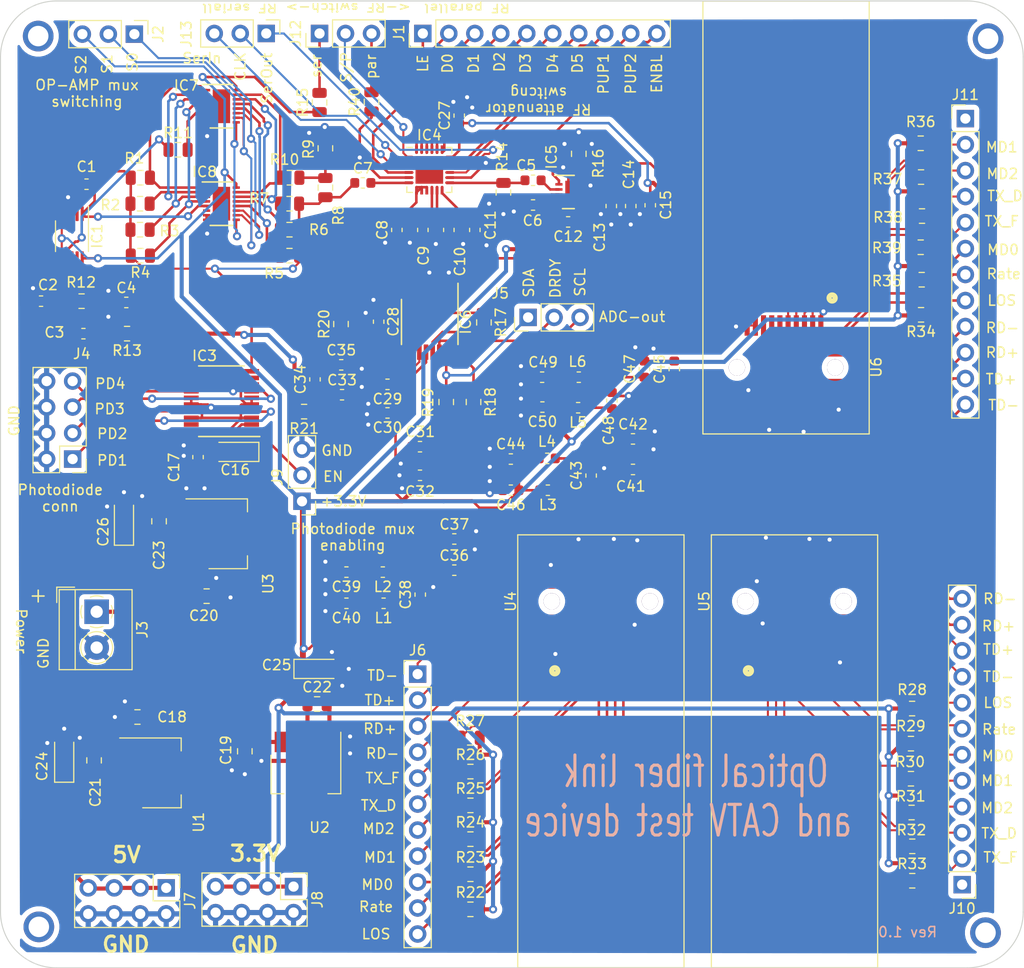
<source format=kicad_pcb>
(kicad_pcb (version 20171130) (host pcbnew "(5.1.0)-1")
  (layers (0 F.Cu signal) (31 B.Cu signal) (34 B.Paste user) (35 F.Paste user) (36 B.SilkS user) (37 F.SilkS user) (38 B.Mask user) (39 F.Mask user) (44 Edge.Cuts user))
  (net 0 "")
  (net 1 /PDin)
  (net 2 "Net-(C1-Pad1)")
  (net 3 GND)
  (net 4 "Net-(C2-Pad2)")
  (net 5 "Net-(C3-Pad1)")
  (net 6 "Net-(C3-Pad2)")
  (net 7 /Ain0)
  (net 8 "Net-(C5-Pad2)")
  (net 9 /RF2)
  (net 10 "Net-(C6-Pad2)")
  (net 11 "Net-(C7-Pad2)")
  (net 12 "Net-(C8-Pad2)")
  (net 13 "Net-(C9-Pad2)")
  (net 14 "Net-(C10-Pad2)")
  (net 15 "Net-(C11-Pad2)")
  (net 16 "Net-(C12-Pad2)")
  (net 17 "Net-(C12-Pad1)")
  (net 18 VCC)
  (net 19 /EN)
  (net 20 /A1)
  (net 21 /A0)
  (net 22 "Net-(IC4-Pad25)")
  (net 23 /D0)
  (net 24 /D1)
  (net 25 /D2)
  (net 26 /D3)
  (net 27 /D4)
  (net 28 /D5)
  (net 29 /PUP1)
  (net 30 /PUP2)
  (net 31 /Ain1)
  (net 32 /LE)
  (net 33 /ENBL)
  (net 34 "Net-(IC6-Pad3)")
  (net 35 "Net-(IC6-Pad6)")
  (net 36 "Net-(IC6-Pad7)")
  (net 37 "Net-(IC7-Pad1)")
  (net 38 "Net-(IC7-Pad2)")
  (net 39 "Net-(IC7-Pad3)")
  (net 40 "Net-(IC7-Pad4)")
  (net 41 "Net-(IC7-Pad12)")
  (net 42 "Net-(IC7-Pad13)")
  (net 43 "Net-(IC7-Pad14)")
  (net 44 "Net-(R10-Pad2)")
  (net 45 "Net-(IC7-Pad15)")
  (net 46 /MUXo)
  (net 47 /S0)
  (net 48 /S1)
  (net 49 /S2)
  (net 50 "Net-(IC7-Pad6)")
  (net 51 "Net-(IC8-Pad6)")
  (net 52 +3V3)
  (net 53 +2V5)
  (net 54 +5V)
  (net 55 /RF1)
  (net 56 /RF3)
  (net 57 /RF4)
  (net 58 "Net-(C28-Pad2)")
  (net 59 /SDA)
  (net 60 /SCL)
  (net 61 "Net-(C33-Pad1)")
  (net 62 "Net-(C34-Pad2)")
  (net 63 "Net-(C36-Pad1)")
  (net 64 "Net-(C38-Pad1)")
  (net 65 /RD+)
  (net 66 /RD-)
  (net 67 /TD-)
  (net 68 /TD+)
  (net 69 /LOS)
  (net 70 /Rate_S)
  (net 71 /MODd0)
  (net 72 /MODd1)
  (net 73 /MODd2)
  (net 74 /TX_D)
  (net 75 /TX_F)
  (net 76 /RFdet)
  (net 77 "Net-(C41-Pad1)")
  (net 78 "Net-(C43-Pad1)")
  (net 79 "Net-(C45-Pad1)")
  (net 80 "Net-(C48-Pad1)")
  (net 81 "Net-(J10-Pad1)")
  (net 82 "Net-(J11-Pad1)")
  (net 83 /RD-.2)
  (net 84 /RD+.2)
  (net 85 /TD+.2)
  (net 86 /TD-.2)
  (net 87 /LOS.2)
  (net 88 /Rate_S.2)
  (net 89 /MODd0.2)
  (net 90 /MODd1.2)
  (net 91 /TX_D.2)
  (net 92 /TX_F.2)
  (net 93 /RD-.3)
  (net 94 /RD+.3)
  (net 95 /TD+.3)
  (net 96 /TD-.3)
  (net 97 /LOS.3)
  (net 98 /Rate_S.3)
  (net 99 /MODd0.3)
  (net 100 /MODd1.3)
  (net 101 /MODd2.3)
  (net 102 /TX_D.3)
  (net 103 /TX_F.3)
  (net 104 /MODd2.2)
  (net 105 /SERout)
  (net 106 /CLk)
  (net 107 /PS)
  (net 108 /SERin)
  (net 109 "Net-(J12-Pad3)")
  (net 110 "Net-(J12-Pad1)")
  (net 111 /DRDY)
  (module Connector_PinHeader_2.54mm:PinHeader_1x03_P2.54mm_Vertical (layer F.Cu) (at 123.825 108.3945 90)
    (fp_text reference J5 (at 2.3495 -2.7305 180) (layer F.SilkS))
    (fp_text value Conn_01x03)
    (pad 1 thru_hole rect (at 0 0 90) (size 1.7 1.7) (drill 1) (layers *.Cu *.Mask) (net 59 /SDA))
    (pad 2 thru_hole oval (at 0 2.54 90) (size 1.7 1.7) (drill 1) (layers *.Cu *.Mask) (net 111 /DRDY))
    (pad 3 thru_hole oval (at 0 5.08 90) (size 1.7 1.7) (drill 1) (layers *.Cu *.Mask) (net 60 /SCL))
  )
  (module Connector_PinHeader_2.54mm:PinHeader_1x03_P2.54mm_Vertical (layer F.Cu) (at 85.344 80.7085 270)
    (fp_text reference J2 (at 0 -2.33 270) (layer F.SilkS))
    (fp_text value Conn_01x03)
    (pad 3 thru_hole oval (at 0 5.08 270) (size 1.7 1.7) (drill 1) (layers *.Cu *.Mask) (net 49 /S2))
    (pad 2 thru_hole oval (at 0 2.54 270) (size 1.7 1.7) (drill 1) (layers *.Cu *.Mask) (net 48 /S1))
    (pad 1 thru_hole rect (at 0 0 270) (size 1.7 1.7) (drill 1) (layers *.Cu *.Mask) (net 47 /S0))
  )
  (module Resistor_SMD:R_0805_2012Metric (layer F.Cu) (at 108.5215 87.3275 90)
    (fp_text reference R40 (at 0 -1.65 90) (layer F.SilkS))
    (fp_text value 10k)
    (pad 2 smd roundrect (at 0.9375 0 90) (size 0.975 1.4) (layers F.Cu F.Paste F.Mask) (net 109 "Net-(J12-Pad3)"))
    (pad 1 smd roundrect (at -0.9375 0 90) (size 0.975 1.4) (layers F.Cu F.Paste F.Mask) (net 3 GND))
  )
  (module Resistor_SMD:R_0805_2012Metric (layer F.Cu) (at 103.4415 87.391 90)
    (fp_text reference R15 (at 0 -1.65 90) (layer F.SilkS))
    (fp_text value 10k)
    (pad 2 smd roundrect (at 0.9375 0 90) (size 0.975 1.4) (layers F.Cu F.Paste F.Mask) (net 110 "Net-(J12-Pad1)"))
    (pad 1 smd roundrect (at -0.9375 0 90) (size 0.975 1.4) (layers F.Cu F.Paste F.Mask) (net 52 +3V3))
  )
  (module Connector_PinHeader_2.54mm:PinHeader_1x03_P2.54mm_Vertical (layer F.Cu) (at 98.2345 80.645 270)
    (fp_text reference J13 (at 0.0635 7.8105 270) (layer F.SilkS))
    (fp_text value Conn_01x03)
    (pad 3 thru_hole oval (at 0 5.08 270) (size 1.7 1.7) (drill 1) (layers *.Cu *.Mask) (net 108 /SERin))
    (pad 2 thru_hole oval (at 0 2.54 270) (size 1.7 1.7) (drill 1) (layers *.Cu *.Mask) (net 106 /CLk))
    (pad 1 thru_hole rect (at 0 0 270) (size 1.7 1.7) (drill 1) (layers *.Cu *.Mask) (net 105 /SERout))
  )
  (module Connector_PinHeader_2.54mm:PinHeader_1x03_P2.54mm_Vertical (layer F.Cu) (at 103.4415 80.645 90)
    (fp_text reference J12 (at 0 -2.33 90) (layer F.SilkS))
    (fp_text value Conn_01x03)
    (pad 3 thru_hole oval (at 0 5.08 90) (size 1.7 1.7) (drill 1) (layers *.Cu *.Mask) (net 109 "Net-(J12-Pad3)"))
    (pad 2 thru_hole oval (at 0 2.54 90) (size 1.7 1.7) (drill 1) (layers *.Cu *.Mask) (net 107 /PS))
    (pad 1 thru_hole rect (at 0 0 90) (size 1.7 1.7) (drill 1) (layers *.Cu *.Mask) (net 110 "Net-(J12-Pad1)"))
  )
  (module Connector_PinHeader_2.54mm:PinHeader_2x04_P2.54mm_Vertical (layer F.Cu) (at 79.3115 122.2375 180)
    (fp_text reference J4 (at -0.889 10.287 180) (layer F.SilkS))
    (fp_text value Conn_02x4)
    (pad 8 thru_hole oval (at 2.54 7.62 180) (size 1.7 1.7) (drill 1) (layers *.Cu *.Mask) (net 3 GND))
    (pad 7 thru_hole oval (at 0 7.62 180) (size 1.7 1.7) (drill 1) (layers *.Cu *.Mask) (net 57 /RF4))
    (pad 6 thru_hole oval (at 2.54 5.08 180) (size 1.7 1.7) (drill 1) (layers *.Cu *.Mask) (net 3 GND))
    (pad 5 thru_hole oval (at 0 5.08 180) (size 1.7 1.7) (drill 1) (layers *.Cu *.Mask) (net 56 /RF3))
    (pad 4 thru_hole oval (at 2.54 2.54 180) (size 1.7 1.7) (drill 1) (layers *.Cu *.Mask) (net 3 GND))
    (pad 3 thru_hole oval (at 0 2.54 180) (size 1.7 1.7) (drill 1) (layers *.Cu *.Mask) (net 9 /RF2))
    (pad 2 thru_hole oval (at 2.54 0 180) (size 1.7 1.7) (drill 1) (layers *.Cu *.Mask) (net 3 GND))
    (pad 1 thru_hole rect (at 0 0 180) (size 1.7 1.7) (drill 1) (layers *.Cu *.Mask) (net 55 /RF1))
  )
  (module Connector_PinHeader_2.54mm:PinHeader_2x04_P2.54mm_Vertical (layer F.Cu) (at 100.9015 164.0205 270)
    (fp_text reference J8 (at 1.27 -2.33 270) (layer F.SilkS))
    (fp_text value Conn_02x04)
    (pad 8 thru_hole oval (at 2.54 7.62 270) (size 1.7 1.7) (drill 1) (layers *.Cu *.Mask) (net 3 GND))
    (pad 7 thru_hole oval (at 0 7.62 270) (size 1.7 1.7) (drill 1) (layers *.Cu *.Mask) (net 52 +3V3))
    (pad 6 thru_hole oval (at 2.54 5.08 270) (size 1.7 1.7) (drill 1) (layers *.Cu *.Mask) (net 3 GND))
    (pad 5 thru_hole oval (at 0 5.08 270) (size 1.7 1.7) (drill 1) (layers *.Cu *.Mask) (net 52 +3V3))
    (pad 4 thru_hole oval (at 2.54 2.54 270) (size 1.7 1.7) (drill 1) (layers *.Cu *.Mask) (net 3 GND))
    (pad 3 thru_hole oval (at 0 2.54 270) (size 1.7 1.7) (drill 1) (layers *.Cu *.Mask) (net 52 +3V3))
    (pad 2 thru_hole oval (at 2.54 0 270) (size 1.7 1.7) (drill 1) (layers *.Cu *.Mask) (net 3 GND))
    (pad 1 thru_hole rect (at 0 0 270) (size 1.7 1.7) (drill 1) (layers *.Cu *.Mask) (net 52 +3V3))
  )
  (module Connector_PinHeader_2.54mm:PinHeader_2x04_P2.54mm_Vertical (layer F.Cu) (at 88.4555 164.1475 270)
    (fp_text reference J7 (at 1.27 -2.33 270) (layer F.SilkS))
    (fp_text value Conn_02x04)
    (pad 8 thru_hole oval (at 2.54 7.62 270) (size 1.7 1.7) (drill 1) (layers *.Cu *.Mask) (net 3 GND))
    (pad 7 thru_hole oval (at 0 7.62 270) (size 1.7 1.7) (drill 1) (layers *.Cu *.Mask) (net 54 +5V))
    (pad 6 thru_hole oval (at 2.54 5.08 270) (size 1.7 1.7) (drill 1) (layers *.Cu *.Mask) (net 3 GND))
    (pad 5 thru_hole oval (at 0 5.08 270) (size 1.7 1.7) (drill 1) (layers *.Cu *.Mask) (net 54 +5V))
    (pad 4 thru_hole oval (at 2.54 2.54 270) (size 1.7 1.7) (drill 1) (layers *.Cu *.Mask) (net 3 GND))
    (pad 3 thru_hole oval (at 0 2.54 270) (size 1.7 1.7) (drill 1) (layers *.Cu *.Mask) (net 54 +5V))
    (pad 2 thru_hole oval (at 2.54 0 270) (size 1.7 1.7) (drill 1) (layers *.Cu *.Mask) (net 3 GND))
    (pad 1 thru_hole rect (at 0 0 270) (size 1.7 1.7) (drill 1) (layers *.Cu *.Mask) (net 54 +5V))
  )
  (module Connector_PinHeader_2.54mm:PinHeader_1x11_P2.54mm_Vertical (layer F.Cu) (at 113.03 143.256)
    (fp_text reference J6 (at 0 -2.33) (layer F.SilkS))
    (fp_text value Conn_01x11)
    (pad 11 thru_hole oval (at 0 25.4) (size 1.7 1.7) (drill 1) (layers *.Cu *.Mask) (net 69 /LOS))
    (pad 10 thru_hole oval (at 0 22.86) (size 1.7 1.7) (drill 1) (layers *.Cu *.Mask) (net 70 /Rate_S))
    (pad 9 thru_hole oval (at 0 20.32) (size 1.7 1.7) (drill 1) (layers *.Cu *.Mask) (net 71 /MODd0))
    (pad 8 thru_hole oval (at 0 17.78) (size 1.7 1.7) (drill 1) (layers *.Cu *.Mask) (net 72 /MODd1))
    (pad 7 thru_hole oval (at 0 15.24) (size 1.7 1.7) (drill 1) (layers *.Cu *.Mask) (net 73 /MODd2))
    (pad 6 thru_hole oval (at 0 12.7) (size 1.7 1.7) (drill 1) (layers *.Cu *.Mask) (net 74 /TX_D))
    (pad 5 thru_hole oval (at 0 10.16) (size 1.7 1.7) (drill 1) (layers *.Cu *.Mask) (net 75 /TX_F))
    (pad 4 thru_hole oval (at 0 7.62) (size 1.7 1.7) (drill 1) (layers *.Cu *.Mask) (net 66 /RD-))
    (pad 3 thru_hole oval (at 0 5.08) (size 1.7 1.7) (drill 1) (layers *.Cu *.Mask) (net 65 /RD+))
    (pad 2 thru_hole oval (at 0 2.54) (size 1.7 1.7) (drill 1) (layers *.Cu *.Mask) (net 68 /TD+))
    (pad 1 thru_hole rect (at 0 0) (size 1.7 1.7) (drill 1) (layers *.Cu *.Mask) (net 67 /TD-))
  )
  (module KiCAD:SFP-20 (layer F.Cu) (at 130.937 136.144)
    (fp_text reference U4 (at -8.81888 0.01778 90) (layer F.SilkS))
    (fp_text value SFP-20)
    (pad 22 thru_hole circle (at -4.8 0) (size 1.6 1.6) (drill 1.6) (layers *.Cu *.Mask))
    (pad 22 thru_hole circle (at 4.8 0) (size 1.6 1.6) (drill 1.6) (layers *.Cu *.Mask))
    (pad 10 smd rect (at 3.8 4.099999) (size 0.5 2) (layers F.Cu F.Paste F.Mask) (net 3 GND))
    (pad 11 smd rect (at 3.4 -4.099999) (size 0.5 2) (layers F.Cu F.Paste F.Mask) (net 3 GND))
    (pad 9 smd rect (at 3 4.099999) (size 0.5 2) (layers F.Cu F.Paste F.Mask) (net 3 GND))
    (pad 12 smd rect (at 2.6 -4.099999) (size 0.5 2) (layers F.Cu F.Paste F.Mask) (net 66 /RD-))
    (pad 8 smd rect (at 2.2 4.099999) (size 0.5 2) (layers F.Cu F.Paste F.Mask) (net 69 /LOS))
    (pad 13 smd rect (at 1.8 -4.099999) (size 0.5 2) (layers F.Cu F.Paste F.Mask) (net 65 /RD+))
    (pad 7 smd rect (at 1.4 4.099999) (size 0.5 2) (layers F.Cu F.Paste F.Mask) (net 70 /Rate_S))
    (pad 14 smd rect (at 1 -4.099999) (size 0.5 2) (layers F.Cu F.Paste F.Mask) (net 3 GND))
    (pad 6 smd rect (at 0.6 4.099999) (size 0.5 2) (layers F.Cu F.Paste F.Mask) (net 71 /MODd0))
    (pad 15 smd rect (at 0.2 -4.099999) (size 0.5 2) (layers F.Cu F.Paste F.Mask) (net 63 "Net-(C36-Pad1)"))
    (pad 5 smd rect (at -0.2 4.099999) (size 0.5 2) (layers F.Cu F.Paste F.Mask) (net 72 /MODd1))
    (pad 16 smd rect (at -0.6 -4.099999) (size 0.5 2) (layers F.Cu F.Paste F.Mask) (net 64 "Net-(C38-Pad1)"))
    (pad 4 smd rect (at -1 4.099999) (size 0.5 2) (layers F.Cu F.Paste F.Mask) (net 73 /MODd2))
    (pad 17 smd rect (at -1.4 -4.099999) (size 0.5 2) (layers F.Cu F.Paste F.Mask) (net 3 GND))
    (pad 3 smd rect (at -1.8 4.099999) (size 0.5 2) (layers F.Cu F.Paste F.Mask) (net 74 /TX_D))
    (pad 18 smd rect (at -2.2 -4.099999) (size 0.5 2) (layers F.Cu F.Paste F.Mask) (net 68 /TD+))
    (pad 2 smd rect (at -2.6 4.099999) (size 0.5 2) (layers F.Cu F.Paste F.Mask) (net 75 /TX_F))
    (pad 19 smd rect (at -3 -4.099999) (size 0.5 2) (layers F.Cu F.Paste F.Mask) (net 67 /TD-))
    (pad 1 smd rect (at -3.4 4.099999) (size 0.5 2) (layers F.Cu F.Paste F.Mask) (net 3 GND))
    (pad 20 smd rect (at -3.8 -4.099999) (size 0.5 2) (layers F.Cu F.Paste F.Mask) (net 3 GND))
  )
  (module KiCAD:SFP-20 (layer F.Cu) (at 149.0345 113.284 180)
    (fp_text reference U6 (at -8.81888 0.01778 270) (layer F.SilkS))
    (fp_text value SFP-20)
    (pad 22 thru_hole circle (at -4.8 0 180) (size 1.6 1.6) (drill 1.6) (layers *.Cu *.Mask))
    (pad 22 thru_hole circle (at 4.8 0 180) (size 1.6 1.6) (drill 1.6) (layers *.Cu *.Mask))
    (pad 10 smd rect (at 3.8 4.099999 180) (size 0.5 2) (layers F.Cu F.Paste F.Mask) (net 3 GND))
    (pad 11 smd rect (at 3.4 -4.099999 180) (size 0.5 2) (layers F.Cu F.Paste F.Mask) (net 3 GND))
    (pad 9 smd rect (at 3 4.099999 180) (size 0.5 2) (layers F.Cu F.Paste F.Mask) (net 3 GND))
    (pad 12 smd rect (at 2.6 -4.099999 180) (size 0.5 2) (layers F.Cu F.Paste F.Mask) (net 93 /RD-.3))
    (pad 8 smd rect (at 2.2 4.099999 180) (size 0.5 2) (layers F.Cu F.Paste F.Mask) (net 97 /LOS.3))
    (pad 13 smd rect (at 1.8 -4.099999 180) (size 0.5 2) (layers F.Cu F.Paste F.Mask) (net 94 /RD+.3))
    (pad 7 smd rect (at 1.4 4.099999 180) (size 0.5 2) (layers F.Cu F.Paste F.Mask) (net 98 /Rate_S.3))
    (pad 14 smd rect (at 1 -4.099999 180) (size 0.5 2) (layers F.Cu F.Paste F.Mask) (net 3 GND))
    (pad 6 smd rect (at 0.6 4.099999 180) (size 0.5 2) (layers F.Cu F.Paste F.Mask) (net 99 /MODd0.3))
    (pad 15 smd rect (at 0.2 -4.099999 180) (size 0.5 2) (layers F.Cu F.Paste F.Mask) (net 79 "Net-(C45-Pad1)"))
    (pad 5 smd rect (at -0.2 4.099999 180) (size 0.5 2) (layers F.Cu F.Paste F.Mask) (net 100 /MODd1.3))
    (pad 16 smd rect (at -0.6 -4.099999 180) (size 0.5 2) (layers F.Cu F.Paste F.Mask) (net 80 "Net-(C48-Pad1)"))
    (pad 4 smd rect (at -1 4.099999 180) (size 0.5 2) (layers F.Cu F.Paste F.Mask) (net 101 /MODd2.3))
    (pad 17 smd rect (at -1.4 -4.099999 180) (size 0.5 2) (layers F.Cu F.Paste F.Mask) (net 3 GND))
    (pad 3 smd rect (at -1.8 4.099999 180) (size 0.5 2) (layers F.Cu F.Paste F.Mask) (net 102 /TX_D.3))
    (pad 18 smd rect (at -2.2 -4.099999 180) (size 0.5 2) (layers F.Cu F.Paste F.Mask) (net 95 /TD+.3))
    (pad 2 smd rect (at -2.6 4.099999 180) (size 0.5 2) (layers F.Cu F.Paste F.Mask) (net 103 /TX_F.3))
    (pad 19 smd rect (at -3 -4.099999 180) (size 0.5 2) (layers F.Cu F.Paste F.Mask) (net 96 /TD-.3))
    (pad 1 smd rect (at -3.4 4.099999 180) (size 0.5 2) (layers F.Cu F.Paste F.Mask) (net 3 GND))
    (pad 20 smd rect (at -3.8 -4.099999 180) (size 0.5 2) (layers F.Cu F.Paste F.Mask) (net 3 GND))
  )
  (module KiCAD:SFP-20 (layer F.Cu) (at 149.86 136.144)
    (fp_text reference U5 (at -8.81888 0.01778 90) (layer F.SilkS))
    (fp_text value SFP-20)
    (pad 22 thru_hole circle (at -4.8 0) (size 1.6 1.6) (drill 1.6) (layers *.Cu *.Mask))
    (pad 22 thru_hole circle (at 4.8 0) (size 1.6 1.6) (drill 1.6) (layers *.Cu *.Mask))
    (pad 10 smd rect (at 3.8 4.099999) (size 0.5 2) (layers F.Cu F.Paste F.Mask) (net 3 GND))
    (pad 11 smd rect (at 3.4 -4.099999) (size 0.5 2) (layers F.Cu F.Paste F.Mask) (net 3 GND))
    (pad 9 smd rect (at 3 4.099999) (size 0.5 2) (layers F.Cu F.Paste F.Mask) (net 3 GND))
    (pad 12 smd rect (at 2.6 -4.099999) (size 0.5 2) (layers F.Cu F.Paste F.Mask) (net 83 /RD-.2))
    (pad 8 smd rect (at 2.2 4.099999) (size 0.5 2) (layers F.Cu F.Paste F.Mask) (net 87 /LOS.2))
    (pad 13 smd rect (at 1.8 -4.099999) (size 0.5 2) (layers F.Cu F.Paste F.Mask) (net 84 /RD+.2))
    (pad 7 smd rect (at 1.4 4.099999) (size 0.5 2) (layers F.Cu F.Paste F.Mask) (net 88 /Rate_S.2))
    (pad 14 smd rect (at 1 -4.099999) (size 0.5 2) (layers F.Cu F.Paste F.Mask) (net 3 GND))
    (pad 6 smd rect (at 0.6 4.099999) (size 0.5 2) (layers F.Cu F.Paste F.Mask) (net 89 /MODd0.2))
    (pad 15 smd rect (at 0.2 -4.099999) (size 0.5 2) (layers F.Cu F.Paste F.Mask) (net 77 "Net-(C41-Pad1)"))
    (pad 5 smd rect (at -0.2 4.099999) (size 0.5 2) (layers F.Cu F.Paste F.Mask) (net 90 /MODd1.2))
    (pad 16 smd rect (at -0.6 -4.099999) (size 0.5 2) (layers F.Cu F.Paste F.Mask) (net 78 "Net-(C43-Pad1)"))
    (pad 4 smd rect (at -1 4.099999) (size 0.5 2) (layers F.Cu F.Paste F.Mask) (net 104 /MODd2.2))
    (pad 17 smd rect (at -1.4 -4.099999) (size 0.5 2) (layers F.Cu F.Paste F.Mask) (net 3 GND))
    (pad 3 smd rect (at -1.8 4.099999) (size 0.5 2) (layers F.Cu F.Paste F.Mask) (net 91 /TX_D.2))
    (pad 18 smd rect (at -2.2 -4.099999) (size 0.5 2) (layers F.Cu F.Paste F.Mask) (net 85 /TD+.2))
    (pad 2 smd rect (at -2.6 4.099999) (size 0.5 2) (layers F.Cu F.Paste F.Mask) (net 92 /TX_F.2))
    (pad 19 smd rect (at -3 -4.099999) (size 0.5 2) (layers F.Cu F.Paste F.Mask) (net 86 /TD-.2))
    (pad 1 smd rect (at -3.4 4.099999) (size 0.5 2) (layers F.Cu F.Paste F.Mask) (net 3 GND))
    (pad 20 smd rect (at -3.8 -4.099999) (size 0.5 2) (layers F.Cu F.Paste F.Mask) (net 3 GND))
  )
  (module Resistor_SMD:R_0805_2012Metric (layer F.Cu) (at 162.194 101.5365 180)
    (fp_text reference R39 (at 3.317 -0.0635 180) (layer F.SilkS))
    (fp_text value 10k)
    (pad 2 smd roundrect (at 0.9375 0 180) (size 0.975 1.4) (layers F.Cu F.Paste F.Mask) (net 52 +3V3))
    (pad 1 smd roundrect (at -0.9375 0 180) (size 0.975 1.4) (layers F.Cu F.Paste F.Mask) (net 103 /TX_F.3))
  )
  (module Resistor_SMD:R_0805_2012Metric (layer F.Cu) (at 162.321 98.4885 180)
    (fp_text reference R38 (at 3.317 -0.127 180) (layer F.SilkS))
    (fp_text value 10k)
    (pad 2 smd roundrect (at 0.9375 0 180) (size 0.975 1.4) (layers F.Cu F.Paste F.Mask) (net 52 +3V3))
    (pad 1 smd roundrect (at -0.9375 0 180) (size 0.975 1.4) (layers F.Cu F.Paste F.Mask) (net 102 /TX_D.3))
  )
  (module Resistor_SMD:R_0805_2012Metric (layer F.Cu) (at 162.2275 94.6785 180)
    (fp_text reference R37 (at 3.287 -0.1905 180) (layer F.SilkS))
    (fp_text value 10k)
    (pad 2 smd roundrect (at 0.9375 0 180) (size 0.975 1.4) (layers F.Cu F.Paste F.Mask) (net 52 +3V3))
    (pad 1 smd roundrect (at -0.9375 0 180) (size 0.975 1.4) (layers F.Cu F.Paste F.Mask) (net 101 /MODd2.3))
  )
  (module Resistor_SMD:R_0805_2012Metric (layer F.Cu) (at 162.194 91.3765 180)
    (fp_text reference R36 (at 0 2.0955 180) (layer F.SilkS))
    (fp_text value 10k)
    (pad 2 smd roundrect (at 0.9375 0 180) (size 0.975 1.4) (layers F.Cu F.Paste F.Mask) (net 52 +3V3))
    (pad 1 smd roundrect (at -0.9375 0 180) (size 0.975 1.4) (layers F.Cu F.Paste F.Mask) (net 100 /MODd1.3))
  )
  (module Resistor_SMD:R_0805_2012Metric (layer F.Cu) (at 162.291 104.7115 180)
    (fp_text reference R35 (at 3.414 -0.127 180) (layer F.SilkS))
    (fp_text value 10k)
    (pad 2 smd roundrect (at 0.9375 0 180) (size 0.975 1.4) (layers F.Cu F.Paste F.Mask) (net 52 +3V3))
    (pad 1 smd roundrect (at -0.9375 0 180) (size 0.975 1.4) (layers F.Cu F.Paste F.Mask) (net 99 /MODd0.3))
  )
  (module Resistor_SMD:R_0805_2012Metric (layer F.Cu) (at 162.2275 108.1405 180)
    (fp_text reference R34 (at 0 -1.65 180) (layer F.SilkS))
    (fp_text value 10k)
    (pad 2 smd roundrect (at 0.9375 0 180) (size 0.975 1.4) (layers F.Cu F.Paste F.Mask) (net 52 +3V3))
    (pad 1 smd roundrect (at -0.9375 0 180) (size 0.975 1.4) (layers F.Cu F.Paste F.Mask) (net 97 /LOS.3))
  )
  (module Resistor_SMD:R_0805_2012Metric (layer F.Cu) (at 161.3685 163.449 180)
    (fp_text reference R33 (at 0.015 1.651 180) (layer F.SilkS))
    (fp_text value 10k)
    (pad 2 smd roundrect (at 0.9375 0 180) (size 0.975 1.4) (layers F.Cu F.Paste F.Mask) (net 52 +3V3))
    (pad 1 smd roundrect (at -0.9375 0 180) (size 0.975 1.4) (layers F.Cu F.Paste F.Mask) (net 92 /TX_F.2))
  )
  (module Resistor_SMD:R_0805_2012Metric (layer F.Cu) (at 161.3685 160.0835 180)
    (fp_text reference R32 (at 0.0785 1.5875 180) (layer F.SilkS))
    (fp_text value 10k)
    (pad 2 smd roundrect (at 0.9375 0 180) (size 0.975 1.4) (layers F.Cu F.Paste F.Mask) (net 52 +3V3))
    (pad 1 smd roundrect (at -0.9375 0 180) (size 0.975 1.4) (layers F.Cu F.Paste F.Mask) (net 91 /TX_D.2))
  )
  (module Resistor_SMD:R_0805_2012Metric (layer F.Cu) (at 161.305 156.7815 180)
    (fp_text reference R31 (at 0.0785 1.5875 180) (layer F.SilkS))
    (fp_text value 10k)
    (pad 2 smd roundrect (at 0.9375 0 180) (size 0.975 1.4) (layers F.Cu F.Paste F.Mask) (net 52 +3V3))
    (pad 1 smd roundrect (at -0.9375 0 180) (size 0.975 1.4) (layers F.Cu F.Paste F.Mask) (net 104 /MODd2.2))
  )
  (module Resistor_SMD:R_0805_2012Metric (layer F.Cu) (at 161.2415 153.4795 180)
    (fp_text reference R30 (at 0.0785 1.651 180) (layer F.SilkS))
    (fp_text value 10k)
    (pad 2 smd roundrect (at 0.9375 0 180) (size 0.975 1.4) (layers F.Cu F.Paste F.Mask) (net 52 +3V3))
    (pad 1 smd roundrect (at -0.9375 0 180) (size 0.975 1.4) (layers F.Cu F.Paste F.Mask) (net 90 /MODd1.2))
  )
  (module Resistor_SMD:R_0805_2012Metric (layer F.Cu) (at 161.2415 150.0505 180)
    (fp_text reference R29 (at 0.015 1.7145 180) (layer F.SilkS))
    (fp_text value 10k)
    (pad 2 smd roundrect (at 0.9375 0 180) (size 0.975 1.4) (layers F.Cu F.Paste F.Mask) (net 52 +3V3))
    (pad 1 smd roundrect (at -0.9375 0 180) (size 0.975 1.4) (layers F.Cu F.Paste F.Mask) (net 89 /MODd0.2))
  )
  (module Resistor_SMD:R_0805_2012Metric (layer F.Cu) (at 161.3535 146.6215 180)
    (fp_text reference R28 (at 0 1.8415 180) (layer F.SilkS))
    (fp_text value 10k)
    (pad 2 smd roundrect (at 0.9375 0 180) (size 0.975 1.4) (layers F.Cu F.Paste F.Mask) (net 52 +3V3))
    (pad 1 smd roundrect (at -0.9375 0 180) (size 0.975 1.4) (layers F.Cu F.Paste F.Mask) (net 87 /LOS.2))
  )
  (module Inductor_SMD:L_0603_1608Metric (layer F.Cu) (at 128.778 114.2365 180)
    (fp_text reference L6 (at 0.127 1.524 180) (layer F.SilkS))
    (fp_text value 1uH)
    (pad 2 smd roundrect (at 0.7875 0 180) (size 0.875 0.95) (layers F.Cu F.Paste F.Mask) (net 52 +3V3))
    (pad 1 smd roundrect (at -0.7875 0 180) (size 0.875 0.95) (layers F.Cu F.Paste F.Mask) (net 79 "Net-(C45-Pad1)"))
  )
  (module Inductor_SMD:L_0603_1608Metric (layer F.Cu) (at 128.7145 117.221 180)
    (fp_text reference L5 (at 0 -1.43 180) (layer F.SilkS))
    (fp_text value 1uH)
    (pad 2 smd roundrect (at 0.7875 0 180) (size 0.875 0.95) (layers F.Cu F.Paste F.Mask) (net 52 +3V3))
    (pad 1 smd roundrect (at -0.7875 0 180) (size 0.875 0.95) (layers F.Cu F.Paste F.Mask) (net 80 "Net-(C48-Pad1)"))
  )
  (module Inductor_SMD:L_0603_1608Metric (layer F.Cu) (at 125.692 122.174 180)
    (fp_text reference L4 (at 0.0255 1.651 180) (layer F.SilkS))
    (fp_text value 1uH)
    (pad 2 smd roundrect (at 0.7875 0 180) (size 0.875 0.95) (layers F.Cu F.Paste F.Mask) (net 52 +3V3))
    (pad 1 smd roundrect (at -0.7875 0 180) (size 0.875 0.95) (layers F.Cu F.Paste F.Mask) (net 77 "Net-(C41-Pad1)"))
  )
  (module Inductor_SMD:L_0603_1608Metric (layer F.Cu) (at 125.7555 125.2855 180)
    (fp_text reference L3 (at 0 -1.43 180) (layer F.SilkS))
    (fp_text value 1uH)
    (pad 2 smd roundrect (at 0.7875 0 180) (size 0.875 0.95) (layers F.Cu F.Paste F.Mask) (net 52 +3V3))
    (pad 1 smd roundrect (at -0.7875 0 180) (size 0.875 0.95) (layers F.Cu F.Paste F.Mask) (net 78 "Net-(C43-Pad1)"))
  )
  (module Connector_PinHeader_2.54mm:PinHeader_1x12_P2.54mm_Vertical (layer F.Cu) (at 166.5605 88.9635)
    (fp_text reference J11 (at 0 -2.33) (layer F.SilkS))
    (fp_text value Conn_01x12)
    (pad 12 thru_hole oval (at 0 27.94) (size 1.7 1.7) (drill 1) (layers *.Cu *.Mask) (net 96 /TD-.3))
    (pad 11 thru_hole oval (at 0 25.4) (size 1.7 1.7) (drill 1) (layers *.Cu *.Mask) (net 95 /TD+.3))
    (pad 10 thru_hole oval (at 0 22.86) (size 1.7 1.7) (drill 1) (layers *.Cu *.Mask) (net 94 /RD+.3))
    (pad 9 thru_hole oval (at 0 20.32) (size 1.7 1.7) (drill 1) (layers *.Cu *.Mask) (net 93 /RD-.3))
    (pad 8 thru_hole oval (at 0 17.78) (size 1.7 1.7) (drill 1) (layers *.Cu *.Mask) (net 97 /LOS.3))
    (pad 7 thru_hole oval (at 0 15.24) (size 1.7 1.7) (drill 1) (layers *.Cu *.Mask) (net 98 /Rate_S.3))
    (pad 6 thru_hole oval (at 0 12.7) (size 1.7 1.7) (drill 1) (layers *.Cu *.Mask) (net 99 /MODd0.3))
    (pad 5 thru_hole oval (at 0 10.16) (size 1.7 1.7) (drill 1) (layers *.Cu *.Mask) (net 103 /TX_F.3))
    (pad 4 thru_hole oval (at 0 7.62) (size 1.7 1.7) (drill 1) (layers *.Cu *.Mask) (net 102 /TX_D.3))
    (pad 3 thru_hole oval (at 0 5.08) (size 1.7 1.7) (drill 1) (layers *.Cu *.Mask) (net 101 /MODd2.3))
    (pad 2 thru_hole oval (at 0 2.54) (size 1.7 1.7) (drill 1) (layers *.Cu *.Mask) (net 100 /MODd1.3))
    (pad 1 thru_hole rect (at 0 0) (size 1.7 1.7) (drill 1) (layers *.Cu *.Mask) (net 82 "Net-(J11-Pad1)"))
  )
  (module Connector_PinHeader_2.54mm:PinHeader_1x12_P2.54mm_Vertical (layer F.Cu) (at 166.243 163.83 180)
    (fp_text reference J10 (at 0 -2.33 180) (layer F.SilkS))
    (fp_text value Conn_01x12)
    (pad 12 thru_hole oval (at 0 27.94 180) (size 1.7 1.7) (drill 1) (layers *.Cu *.Mask) (net 83 /RD-.2))
    (pad 11 thru_hole oval (at 0 25.4 180) (size 1.7 1.7) (drill 1) (layers *.Cu *.Mask) (net 84 /RD+.2))
    (pad 10 thru_hole oval (at 0 22.86 180) (size 1.7 1.7) (drill 1) (layers *.Cu *.Mask) (net 85 /TD+.2))
    (pad 9 thru_hole oval (at 0 20.32 180) (size 1.7 1.7) (drill 1) (layers *.Cu *.Mask) (net 86 /TD-.2))
    (pad 8 thru_hole oval (at 0 17.78 180) (size 1.7 1.7) (drill 1) (layers *.Cu *.Mask) (net 87 /LOS.2))
    (pad 7 thru_hole oval (at 0 15.24 180) (size 1.7 1.7) (drill 1) (layers *.Cu *.Mask) (net 88 /Rate_S.2))
    (pad 6 thru_hole oval (at 0 12.7 180) (size 1.7 1.7) (drill 1) (layers *.Cu *.Mask) (net 89 /MODd0.2))
    (pad 5 thru_hole oval (at 0 10.16 180) (size 1.7 1.7) (drill 1) (layers *.Cu *.Mask) (net 90 /MODd1.2))
    (pad 4 thru_hole oval (at 0 7.62 180) (size 1.7 1.7) (drill 1) (layers *.Cu *.Mask) (net 104 /MODd2.2))
    (pad 3 thru_hole oval (at 0 5.08 180) (size 1.7 1.7) (drill 1) (layers *.Cu *.Mask) (net 91 /TX_D.2))
    (pad 2 thru_hole oval (at 0 2.54 180) (size 1.7 1.7) (drill 1) (layers *.Cu *.Mask) (net 92 /TX_F.2))
    (pad 1 thru_hole rect (at 0 0 180) (size 1.7 1.7) (drill 1) (layers *.Cu *.Mask) (net 81 "Net-(J10-Pad1)"))
  )
  (module Capacitor_SMD:C_0603_1608Metric (layer F.Cu) (at 125.222 117.1575 180)
    (fp_text reference C50 (at 0 -1.43 180) (layer F.SilkS))
    (fp_text value 10u)
    (pad 2 smd roundrect (at 0.7875 0 180) (size 0.875 0.95) (layers F.Cu F.Paste F.Mask) (net 3 GND))
    (pad 1 smd roundrect (at -0.7875 0 180) (size 0.875 0.95) (layers F.Cu F.Paste F.Mask) (net 52 +3V3))
  )
  (module Capacitor_SMD:C_0603_1608Metric (layer F.Cu) (at 125.1965 114.2365 180)
    (fp_text reference C49 (at -0.089 1.4605 180) (layer F.SilkS))
    (fp_text value 0.1u)
    (pad 2 smd roundrect (at 0.7875 0 180) (size 0.875 0.95) (layers F.Cu F.Paste F.Mask) (net 3 GND))
    (pad 1 smd roundrect (at -0.7875 0 180) (size 0.875 0.95) (layers F.Cu F.Paste F.Mask) (net 52 +3V3))
  )
  (module Capacitor_SMD:C_0603_1608Metric (layer F.Cu) (at 132.0165 116.5225 90)
    (fp_text reference C48 (at -2.921 -0.3175 90) (layer F.SilkS))
    (fp_text value 0.1u)
    (pad 2 smd roundrect (at 0.7875 0 90) (size 0.875 0.95) (layers F.Cu F.Paste F.Mask) (net 3 GND))
    (pad 1 smd roundrect (at -0.7875 0 90) (size 0.875 0.95) (layers F.Cu F.Paste F.Mask) (net 80 "Net-(C48-Pad1)"))
  )
  (module Capacitor_SMD:C_0603_1608Metric (layer F.Cu) (at 135.1915 113.449 90)
    (fp_text reference C47 (at 0 -1.43 90) (layer F.SilkS))
    (fp_text value 10u)
    (pad 2 smd roundrect (at 0.7875 0 90) (size 0.875 0.95) (layers F.Cu F.Paste F.Mask) (net 3 GND))
    (pad 1 smd roundrect (at -0.7875 0 90) (size 0.875 0.95) (layers F.Cu F.Paste F.Mask) (net 79 "Net-(C45-Pad1)"))
  )
  (module Capacitor_SMD:C_0603_1608Metric (layer F.Cu) (at 122.136 125.2855 180)
    (fp_text reference C46 (at 0 -1.43 180) (layer F.SilkS))
    (fp_text value 10u)
    (pad 2 smd roundrect (at 0.7875 0 180) (size 0.875 0.95) (layers F.Cu F.Paste F.Mask) (net 3 GND))
    (pad 1 smd roundrect (at -0.7875 0 180) (size 0.875 0.95) (layers F.Cu F.Paste F.Mask) (net 52 +3V3))
  )
  (module Capacitor_SMD:C_0603_1608Metric (layer F.Cu) (at 138.1125 113.449 90)
    (fp_text reference C45 (at 0 -1.43 90) (layer F.SilkS))
    (fp_text value 0.1u)
    (pad 2 smd roundrect (at 0.7875 0 90) (size 0.875 0.95) (layers F.Cu F.Paste F.Mask) (net 3 GND))
    (pad 1 smd roundrect (at -0.7875 0 90) (size 0.875 0.95) (layers F.Cu F.Paste F.Mask) (net 79 "Net-(C45-Pad1)"))
  )
  (module Capacitor_SMD:C_0603_1608Metric (layer F.Cu) (at 122.136 122.2375 180)
    (fp_text reference C44 (at 0 1.4605 180) (layer F.SilkS))
    (fp_text value 0.1u)
    (pad 2 smd roundrect (at 0.7875 0 180) (size 0.875 0.95) (layers F.Cu F.Paste F.Mask) (net 3 GND))
    (pad 1 smd roundrect (at -0.7875 0 180) (size 0.875 0.95) (layers F.Cu F.Paste F.Mask) (net 52 +3V3))
  )
  (module Capacitor_SMD:C_0603_1608Metric (layer F.Cu) (at 129.9845 123.8505 90)
    (fp_text reference C43 (at 0 -1.43 90) (layer F.SilkS))
    (fp_text value 0.1u)
    (pad 2 smd roundrect (at 0.7875 0 90) (size 0.875 0.95) (layers F.Cu F.Paste F.Mask) (net 3 GND))
    (pad 1 smd roundrect (at -0.7875 0 90) (size 0.875 0.95) (layers F.Cu F.Paste F.Mask) (net 78 "Net-(C43-Pad1)"))
  )
  (module Capacitor_SMD:C_0603_1608Metric (layer F.Cu) (at 134.074 120.269)
    (fp_text reference C42 (at 0 -1.43) (layer F.SilkS))
    (fp_text value 10u)
    (pad 2 smd roundrect (at 0.7875 0) (size 0.875 0.95) (layers F.Cu F.Paste F.Mask) (net 3 GND))
    (pad 1 smd roundrect (at -0.7875 0) (size 0.875 0.95) (layers F.Cu F.Paste F.Mask) (net 77 "Net-(C41-Pad1)"))
  )
  (module Capacitor_SMD:C_0603_1608Metric (layer F.Cu) (at 134.074 123.2535)
    (fp_text reference C41 (at -0.216 1.651) (layer F.SilkS))
    (fp_text value 0.1u)
    (pad 2 smd roundrect (at 0.7875 0) (size 0.875 0.95) (layers F.Cu F.Paste F.Mask) (net 3 GND))
    (pad 1 smd roundrect (at -0.7875 0) (size 0.875 0.95) (layers F.Cu F.Paste F.Mask) (net 77 "Net-(C41-Pad1)"))
  )
  (module Connector_PinHeader_2.54mm:PinHeader_1x03_P2.54mm_Vertical (layer F.Cu) (at 101.727 126.365 180)
    (fp_text reference J9 (at 2.413 2.3495 270) (layer F.SilkS))
    (fp_text value Conn_01x03)
    (pad 3 thru_hole oval (at 0 5.08 180) (size 1.7 1.7) (drill 1) (layers *.Cu *.Mask) (net 3 GND))
    (pad 2 thru_hole oval (at 0 2.54 180) (size 1.7 1.7) (drill 1) (layers *.Cu *.Mask) (net 19 /EN))
    (pad 1 thru_hole rect (at 0 0 180) (size 1.7 1.7) (drill 1) (layers *.Cu *.Mask) (net 52 +3V3))
  )
  (module Resistor_SMD:R_0805_2012Metric (layer F.Cu) (at 118.1585 149.479)
    (fp_text reference R27 (at 0 -1.65) (layer F.SilkS))
    (fp_text value 10k)
    (pad 2 smd roundrect (at 0.9375 0) (size 0.975 1.4) (layers F.Cu F.Paste F.Mask) (net 52 +3V3))
    (pad 1 smd roundrect (at -0.9375 0) (size 0.975 1.4) (layers F.Cu F.Paste F.Mask) (net 75 /TX_F))
  )
  (module Resistor_SMD:R_0805_2012Metric (layer F.Cu) (at 118.1885 152.781)
    (fp_text reference R26 (at 0 -1.65) (layer F.SilkS))
    (fp_text value 10k)
    (pad 2 smd roundrect (at 0.9375 0) (size 0.975 1.4) (layers F.Cu F.Paste F.Mask) (net 52 +3V3))
    (pad 1 smd roundrect (at -0.9375 0) (size 0.975 1.4) (layers F.Cu F.Paste F.Mask) (net 74 /TX_D))
  )
  (module Resistor_SMD:R_0805_2012Metric (layer F.Cu) (at 118.1885 156.083)
    (fp_text reference R25 (at 0 -1.65) (layer F.SilkS))
    (fp_text value 10k)
    (pad 2 smd roundrect (at 0.9375 0) (size 0.975 1.4) (layers F.Cu F.Paste F.Mask) (net 52 +3V3))
    (pad 1 smd roundrect (at -0.9375 0) (size 0.975 1.4) (layers F.Cu F.Paste F.Mask) (net 73 /MODd2))
  )
  (module Resistor_SMD:R_0805_2012Metric (layer F.Cu) (at 118.1885 159.385)
    (fp_text reference R24 (at 0 -1.65) (layer F.SilkS))
    (fp_text value 10k)
    (pad 2 smd roundrect (at 0.9375 0) (size 0.975 1.4) (layers F.Cu F.Paste F.Mask) (net 52 +3V3))
    (pad 1 smd roundrect (at -0.9375 0) (size 0.975 1.4) (layers F.Cu F.Paste F.Mask) (net 72 /MODd1))
  )
  (module Resistor_SMD:R_0805_2012Metric (layer F.Cu) (at 118.1885 162.814)
    (fp_text reference R23 (at 0 -1.65) (layer F.SilkS))
    (fp_text value 10k)
    (pad 2 smd roundrect (at 0.9375 0) (size 0.975 1.4) (layers F.Cu F.Paste F.Mask) (net 52 +3V3))
    (pad 1 smd roundrect (at -0.9375 0) (size 0.975 1.4) (layers F.Cu F.Paste F.Mask) (net 71 /MODd0))
  )
  (module Resistor_SMD:R_0805_2012Metric (layer F.Cu) (at 118.1885 166.243)
    (fp_text reference R22 (at 0 -1.65) (layer F.SilkS))
    (fp_text value 10k)
    (pad 2 smd roundrect (at 0.9375 0) (size 0.975 1.4) (layers F.Cu F.Paste F.Mask) (net 52 +3V3))
    (pad 1 smd roundrect (at -0.9375 0) (size 0.975 1.4) (layers F.Cu F.Paste F.Mask) (net 69 /LOS))
  )
  (module Resistor_SMD:R_0805_2012Metric (layer F.Cu) (at 101.9325 117.602 180)
    (fp_text reference R21 (at 0 -1.65 180) (layer F.SilkS))
    (fp_text value 1k)
    (pad 2 smd roundrect (at 0.9375 0 180) (size 0.975 1.4) (layers F.Cu F.Paste F.Mask) (net 31 /Ain1))
    (pad 1 smd roundrect (at -0.9375 0 180) (size 0.975 1.4) (layers F.Cu F.Paste F.Mask) (net 61 "Net-(C33-Pad1)"))
  )
  (module Resistor_SMD:R_0805_2012Metric (layer F.Cu) (at 105.537 109.0445 90)
    (fp_text reference R20 (at 0 -1.65 90) (layer F.SilkS))
    (fp_text value 1k)
    (pad 2 smd roundrect (at 0.9375 0 90) (size 0.975 1.4) (layers F.Cu F.Paste F.Mask) (net 7 /Ain0))
    (pad 1 smd roundrect (at -0.9375 0 90) (size 0.975 1.4) (layers F.Cu F.Paste F.Mask) (net 62 "Net-(C34-Pad2)"))
  )
  (module Inductor_SMD:L_0603_1608Metric (layer F.Cu) (at 109.6265 133.2865 180)
    (fp_text reference L2 (at 0 -1.43 180) (layer F.SilkS))
    (fp_text value 1uH)
    (pad 2 smd roundrect (at 0.7875 0 180) (size 0.875 0.95) (layers F.Cu F.Paste F.Mask) (net 52 +3V3))
    (pad 1 smd roundrect (at -0.7875 0 180) (size 0.875 0.95) (layers F.Cu F.Paste F.Mask) (net 63 "Net-(C36-Pad1)"))
  )
  (module Inductor_SMD:L_0603_1608Metric (layer F.Cu) (at 109.7025 136.3345 180)
    (fp_text reference L1 (at 0 -1.43 180) (layer F.SilkS))
    (fp_text value 1uH)
    (pad 2 smd roundrect (at 0.7875 0 180) (size 0.875 0.95) (layers F.Cu F.Paste F.Mask) (net 52 +3V3))
    (pad 1 smd roundrect (at -0.7875 0 180) (size 0.875 0.95) (layers F.Cu F.Paste F.Mask) (net 64 "Net-(C38-Pad1)"))
  )
  (module Capacitor_SMD:C_0603_1608Metric (layer F.Cu) (at 106.0705 136.3345 180)
    (fp_text reference C40 (at 0 -1.43 180) (layer F.SilkS))
    (fp_text value 10u)
    (pad 2 smd roundrect (at 0.7875 0 180) (size 0.875 0.95) (layers F.Cu F.Paste F.Mask) (net 3 GND))
    (pad 1 smd roundrect (at -0.7875 0 180) (size 0.875 0.95) (layers F.Cu F.Paste F.Mask) (net 52 +3V3))
  )
  (module Capacitor_SMD:C_0603_1608Metric (layer F.Cu) (at 106.0705 133.2865 180)
    (fp_text reference C39 (at 0 -1.43 180) (layer F.SilkS))
    (fp_text value 0.1u)
    (pad 2 smd roundrect (at 0.7875 0 180) (size 0.875 0.95) (layers F.Cu F.Paste F.Mask) (net 3 GND))
    (pad 1 smd roundrect (at -0.7875 0 180) (size 0.875 0.95) (layers F.Cu F.Paste F.Mask) (net 52 +3V3))
  )
  (module Capacitor_SMD:C_0603_1608Metric (layer F.Cu) (at 113.284 135.4835 90)
    (fp_text reference C38 (at 0 -1.43 90) (layer F.SilkS))
    (fp_text value 0.1u)
    (pad 2 smd roundrect (at 0.7875 0 90) (size 0.875 0.95) (layers F.Cu F.Paste F.Mask) (net 3 GND))
    (pad 1 smd roundrect (at -0.7875 0 90) (size 0.875 0.95) (layers F.Cu F.Paste F.Mask) (net 64 "Net-(C38-Pad1)"))
  )
  (module Capacitor_SMD:C_0603_1608Metric (layer F.Cu) (at 116.6115 130.048)
    (fp_text reference C37 (at 0 -1.43) (layer F.SilkS))
    (fp_text value 10u)
    (pad 2 smd roundrect (at 0.7875 0) (size 0.875 0.95) (layers F.Cu F.Paste F.Mask) (net 3 GND))
    (pad 1 smd roundrect (at -0.7875 0) (size 0.875 0.95) (layers F.Cu F.Paste F.Mask) (net 63 "Net-(C36-Pad1)"))
  )
  (module Capacitor_SMD:C_0603_1608Metric (layer F.Cu) (at 116.6115 133.096)
    (fp_text reference C36 (at 0 -1.43) (layer F.SilkS))
    (fp_text value 0.1u)
    (pad 2 smd roundrect (at 0.7875 0) (size 0.875 0.95) (layers F.Cu F.Paste F.Mask) (net 3 GND))
    (pad 1 smd roundrect (at -0.7875 0) (size 0.875 0.95) (layers F.Cu F.Paste F.Mask) (net 63 "Net-(C36-Pad1)"))
  )
  (module Capacitor_SMD:C_0603_1608Metric (layer F.Cu) (at 105.5625 113.03)
    (fp_text reference C35 (at 0 -1.43) (layer F.SilkS))
    (fp_text value 0.01u)
    (pad 2 smd roundrect (at 0.7875 0) (size 0.875 0.95) (layers F.Cu F.Paste F.Mask) (net 3 GND))
    (pad 1 smd roundrect (at -0.7875 0) (size 0.875 0.95) (layers F.Cu F.Paste F.Mask) (net 62 "Net-(C34-Pad2)"))
  )
  (module Capacitor_SMD:C_0603_1608Metric (layer F.Cu) (at 102.997 114.4525 90)
    (fp_text reference C34 (at 0 -1.43 90) (layer F.SilkS))
    (fp_text value 0.1u)
    (pad 2 smd roundrect (at 0.7875 0 90) (size 0.875 0.95) (layers F.Cu F.Paste F.Mask) (net 62 "Net-(C34-Pad2)"))
    (pad 1 smd roundrect (at -0.7875 0 90) (size 0.875 0.95) (layers F.Cu F.Paste F.Mask) (net 61 "Net-(C33-Pad1)"))
  )
  (module Capacitor_SMD:C_0603_1608Metric (layer F.Cu) (at 105.6385 115.951)
    (fp_text reference C33 (at 0 -1.43) (layer F.SilkS))
    (fp_text value 0.01u)
    (pad 2 smd roundrect (at 0.7875 0) (size 0.875 0.95) (layers F.Cu F.Paste F.Mask) (net 3 GND))
    (pad 1 smd roundrect (at -0.7875 0) (size 0.875 0.95) (layers F.Cu F.Paste F.Mask) (net 61 "Net-(C33-Pad1)"))
  )
  (module Resistor_SMD:R_0805_2012Metric (layer F.Cu) (at 115.824 116.6645 270)
    (fp_text reference R19 (at 0.0485 1.778 270) (layer F.SilkS))
    (fp_text value 10k)
    (pad 2 smd roundrect (at 0.9375 0 270) (size 0.975 1.4) (layers F.Cu F.Paste F.Mask) (net 52 +3V3))
    (pad 1 smd roundrect (at -0.9375 0 270) (size 0.975 1.4) (layers F.Cu F.Paste F.Mask) (net 59 /SDA))
  )
  (module Resistor_SMD:R_0805_2012Metric (layer F.Cu) (at 118.491 116.6645 270)
    (fp_text reference R18 (at 0 -1.65 270) (layer F.SilkS))
    (fp_text value 10k)
    (pad 2 smd roundrect (at 0.9375 0 270) (size 0.975 1.4) (layers F.Cu F.Paste F.Mask) (net 52 +3V3))
    (pad 1 smd roundrect (at -0.9375 0 270) (size 0.975 1.4) (layers F.Cu F.Paste F.Mask) (net 60 /SCL))
  )
  (module Resistor_SMD:R_0805_2012Metric (layer F.Cu) (at 119.507 108.8875 270)
    (fp_text reference R17 (at 0 -1.65 270) (layer F.SilkS))
    (fp_text value 10k)
    (pad 2 smd roundrect (at 0.9375 0 270) (size 0.975 1.4) (layers F.Cu F.Paste F.Mask) (net 52 +3V3))
    (pad 1 smd roundrect (at -0.9375 0 270) (size 0.975 1.4) (layers F.Cu F.Paste F.Mask) (net 34 "Net-(IC6-Pad3)"))
  )
  (module Capacitor_SMD:C_0603_1608Metric (layer F.Cu) (at 113.2585 123.825 180)
    (fp_text reference C32 (at 0 -1.5875 180) (layer F.SilkS))
    (fp_text value 1u)
    (pad 2 smd roundrect (at 0.7875 0 180) (size 0.875 0.95) (layers F.Cu F.Paste F.Mask) (net 3 GND))
    (pad 1 smd roundrect (at -0.7875 0 180) (size 0.875 0.95) (layers F.Cu F.Paste F.Mask) (net 52 +3V3))
  )
  (module Capacitor_SMD:C_0603_1608Metric (layer F.Cu) (at 113.2585 121.031 180)
    (fp_text reference C31 (at -0.0255 1.4605 180) (layer F.SilkS))
    (fp_text value 0.1u)
    (pad 2 smd roundrect (at 0.7875 0 180) (size 0.875 0.95) (layers F.Cu F.Paste F.Mask) (net 3 GND))
    (pad 1 smd roundrect (at -0.7875 0 180) (size 0.875 0.95) (layers F.Cu F.Paste F.Mask) (net 52 +3V3))
  )
  (module Capacitor_SMD:C_0603_1608Metric (layer F.Cu) (at 110.0835 117.729 180)
    (fp_text reference C30 (at 0 -1.43 180) (layer F.SilkS))
    (fp_text value 1u)
    (pad 2 smd roundrect (at 0.7875 0 180) (size 0.875 0.95) (layers F.Cu F.Paste F.Mask) (net 3 GND))
    (pad 1 smd roundrect (at -0.7875 0 180) (size 0.875 0.95) (layers F.Cu F.Paste F.Mask) (net 52 +3V3))
  )
  (module Capacitor_SMD:C_0603_1608Metric (layer F.Cu) (at 110.0835 114.935 180)
    (fp_text reference C29 (at 0 -1.43 180) (layer F.SilkS))
    (fp_text value 0.1u)
    (pad 2 smd roundrect (at 0.7875 0 180) (size 0.875 0.95) (layers F.Cu F.Paste F.Mask) (net 3 GND))
    (pad 1 smd roundrect (at -0.7875 0 180) (size 0.875 0.95) (layers F.Cu F.Paste F.Mask) (net 52 +3V3))
  )
  (module Capacitor_SMD:C_0603_1608Metric (layer F.Cu) (at 109.22 108.8135 270)
    (fp_text reference C28 (at 0 -1.43 270) (layer F.SilkS))
    (fp_text value 0.1u)
    (pad 2 smd roundrect (at 0.7875 0 270) (size 0.875 0.95) (layers F.Cu F.Paste F.Mask) (net 58 "Net-(C28-Pad2)"))
    (pad 1 smd roundrect (at -0.7875 0 270) (size 0.875 0.95) (layers F.Cu F.Paste F.Mask) (net 3 GND))
  )
  (module Package_TO_SOT_SMD:SOT-223 (layer F.Cu) (at 94.488 129.54)
    (fp_text reference U3 (at 3.937 4.8895 90) (layer F.SilkS))
    (fp_text value LM1117-2.5)
    (pad 4 smd rect (at 3.15 0) (size 2 3.8) (layers F.Cu F.Paste F.Mask))
    (pad 2 smd rect (at -3.15 0) (size 2 1.5) (layers F.Cu F.Paste F.Mask) (net 53 +2V5))
    (pad 3 smd rect (at -3.15 2.3) (size 2 1.5) (layers F.Cu F.Paste F.Mask) (net 18 VCC))
    (pad 1 smd rect (at -3.15 -2.3) (size 2 1.5) (layers F.Cu F.Paste F.Mask) (net 3 GND))
  )
  (module Package_TO_SOT_SMD:SOT-223-3_TabPin2 (layer F.Cu) (at 102.108 153.035 270)
    (fp_text reference U2 (at 5.207 -1.3335) (layer F.SilkS))
    (fp_text value AMS1117-3.3)
    (pad 1 smd rect (at -3.15 -2.3 270) (size 2 1.5) (layers F.Cu F.Paste F.Mask) (net 3 GND))
    (pad 3 smd rect (at -3.15 2.3 270) (size 2 1.5) (layers F.Cu F.Paste F.Mask) (net 18 VCC))
    (pad 2 smd rect (at -3.15 0 270) (size 2 1.5) (layers F.Cu F.Paste F.Mask) (net 52 +3V3))
    (pad 2 smd rect (at 3.15 0 270) (size 2 3.8) (layers F.Cu F.Paste F.Mask) (net 52 +3V3))
  )
  (module Package_TO_SOT_SMD:SOT-223 (layer F.Cu) (at 88.011 152.908)
    (fp_text reference U1 (at 3.6195 4.826 270) (layer F.SilkS))
    (fp_text value LM1117-5.0)
    (pad 4 smd rect (at 3.15 0) (size 2 3.8) (layers F.Cu F.Paste F.Mask))
    (pad 2 smd rect (at -3.15 0) (size 2 1.5) (layers F.Cu F.Paste F.Mask) (net 54 +5V))
    (pad 3 smd rect (at -3.15 2.3) (size 2 1.5) (layers F.Cu F.Paste F.Mask) (net 18 VCC))
    (pad 1 smd rect (at -3.15 -2.3) (size 2 1.5) (layers F.Cu F.Paste F.Mask) (net 3 GND))
  )
  (module TerminalBlock_4Ucon:TerminalBlock_4Ucon_1x02_P3.50mm_Horizontal (layer F.Cu) (at 81.661 137.16 270)
    (fp_text reference J3 (at 1.75 -4.46 270) (layer F.SilkS))
    (fp_text value Screw_Terminal_01x02)
    (pad 2 thru_hole circle (at 3.5 0 270) (size 2.4 2.4) (drill 1.2) (layers *.Cu *.Mask) (net 3 GND))
    (pad 1 thru_hole rect (at 0 0 270) (size 2.4 2.4) (drill 1.2) (layers *.Cu *.Mask) (net 18 VCC))
  )
  (module Capacitor_SMD:C_0603_1608Metric (layer F.Cu) (at 117.094 88.6715 90)
    (fp_text reference C27 (at 0 -1.43 90) (layer F.SilkS))
    (fp_text value 100p)
    (pad 2 smd roundrect (at 0.7875 0 90) (size 0.875 0.95) (layers F.Cu F.Paste F.Mask) (net 3 GND))
    (pad 1 smd roundrect (at -0.7875 0 90) (size 0.875 0.95) (layers F.Cu F.Paste F.Mask) (net 52 +3V3))
  )
  (module Capacitor_Tantalum_SMD:CP_EIA-3216-18_Kemet-A (layer F.Cu) (at 84.328 128.35 90)
    (fp_text reference C26 (at -0.9995 -2.032 90) (layer F.SilkS))
    (fp_text value 22u)
    (pad 2 smd roundrect (at 1.35 0 90) (size 1.4 1.35) (layers F.Cu F.Paste F.Mask) (roundrect_rratio 0.185185) (net 3 GND))
    (pad 1 smd roundrect (at -1.35 0 90) (size 1.4 1.35) (layers F.Cu F.Paste F.Mask) (roundrect_rratio 0.185185) (net 53 +2V5))
  )
  (module Capacitor_Tantalum_SMD:CP_EIA-3216-18_Kemet-A (layer F.Cu) (at 103.251 142.748)
    (fp_text reference C25 (at -4.0005 -0.381) (layer F.SilkS))
    (fp_text value 22u)
    (pad 2 smd roundrect (at 1.35 0) (size 1.4 1.35) (layers F.Cu F.Paste F.Mask) (roundrect_rratio 0.185185) (net 3 GND))
    (pad 1 smd roundrect (at -1.35 0) (size 1.4 1.35) (layers F.Cu F.Paste F.Mask) (roundrect_rratio 0.185185) (net 52 +3V3))
  )
  (module Capacitor_Tantalum_SMD:CP_EIA-3216-18_Kemet-A (layer F.Cu) (at 78.486 151.511 90)
    (fp_text reference C24 (at -0.762 -2.159 90) (layer F.SilkS))
    (fp_text value 22u)
    (pad 2 smd roundrect (at 1.35 0 90) (size 1.4 1.35) (layers F.Cu F.Paste F.Mask) (roundrect_rratio 0.185185) (net 3 GND))
    (pad 1 smd roundrect (at -1.35 0 90) (size 1.4 1.35) (layers F.Cu F.Paste F.Mask) (roundrect_rratio 0.185185) (net 54 +5V))
  )
  (module Capacitor_SMD:C_0805_2012Metric (layer F.Cu) (at 87.757 128.3185 90)
    (fp_text reference C23 (at -3.317 0 90) (layer F.SilkS))
    (fp_text value 100n)
    (pad 2 smd roundrect (at 0.9375 0 90) (size 0.975 1.4) (layers F.Cu F.Paste F.Mask) (net 3 GND))
    (pad 1 smd roundrect (at -0.9375 0 90) (size 0.975 1.4) (layers F.Cu F.Paste F.Mask) (net 53 +2V5))
  )
  (module Capacitor_SMD:C_0805_2012Metric (layer F.Cu) (at 103.2025 146.177)
    (fp_text reference C22 (at 0 -1.65) (layer F.SilkS))
    (fp_text value 100n)
    (pad 2 smd roundrect (at 0.9375 0) (size 0.975 1.4) (layers F.Cu F.Paste F.Mask) (net 3 GND))
    (pad 1 smd roundrect (at -0.9375 0) (size 0.975 1.4) (layers F.Cu F.Paste F.Mask) (net 52 +3V3))
  )
  (module Capacitor_SMD:C_0805_2012Metric (layer F.Cu) (at 81.407 151.6865 90)
    (fp_text reference C21 (at -3.1265 0.127 90) (layer F.SilkS))
    (fp_text value 100n)
    (pad 2 smd roundrect (at 0.9375 0 90) (size 0.975 1.4) (layers F.Cu F.Paste F.Mask) (net 3 GND))
    (pad 1 smd roundrect (at -0.9375 0 90) (size 0.975 1.4) (layers F.Cu F.Paste F.Mask) (net 54 +5V))
  )
  (module Capacitor_SMD:C_0805_2012Metric (layer F.Cu) (at 92.4075 135.636)
    (fp_text reference C20 (at -0.269 1.905) (layer F.SilkS))
    (fp_text value 10u)
    (pad 2 smd roundrect (at 0.9375 0) (size 0.975 1.4) (layers F.Cu F.Paste F.Mask) (net 3 GND))
    (pad 1 smd roundrect (at -0.9375 0) (size 0.975 1.4) (layers F.Cu F.Paste F.Mask) (net 18 VCC))
  )
  (module Capacitor_SMD:C_0805_2012Metric (layer F.Cu) (at 96.139 150.7975 270)
    (fp_text reference C19 (at -0.112 1.8415 270) (layer F.SilkS))
    (fp_text value 10u)
    (pad 2 smd roundrect (at 0.9375 0 270) (size 0.975 1.4) (layers F.Cu F.Paste F.Mask) (net 3 GND))
    (pad 1 smd roundrect (at -0.9375 0 270) (size 0.975 1.4) (layers F.Cu F.Paste F.Mask) (net 18 VCC))
  )
  (module Capacitor_SMD:C_0805_2012Metric (layer F.Cu) (at 85.6465 147.447 180)
    (fp_text reference C18 (at -3.3805 0 180) (layer F.SilkS))
    (fp_text value 10u)
    (pad 2 smd roundrect (at 0.9375 0 180) (size 0.975 1.4) (layers F.Cu F.Paste F.Mask) (net 3 GND))
    (pad 1 smd roundrect (at -0.9375 0 180) (size 0.975 1.4) (layers F.Cu F.Paste F.Mask) (net 18 VCC))
  )
  (module Capacitor_SMD:C_0603_1608Metric (layer F.Cu) (at 91.567 122.047 90)
    (fp_text reference C17 (at -1.016 -2.3495 90) (layer F.SilkS))
    (fp_text value 100p)
    (pad 2 smd roundrect (at 0.7875 0 90) (size 0.875 0.95) (layers F.Cu F.Paste F.Mask) (net 3 GND))
    (pad 1 smd roundrect (at -0.7875 0 90) (size 0.875 0.95) (layers F.Cu F.Paste F.Mask) (net 53 +2V5))
  )
  (module Capacitor_Tantalum_SMD:CP_EIA-3216-18_Kemet-A (layer F.Cu) (at 95.203 121.539 180)
    (fp_text reference C16 (at 0 -1.75 180) (layer F.SilkS))
    (fp_text value 22u)
    (pad 2 smd roundrect (at 1.35 0 180) (size 1.4 1.35) (layers F.Cu F.Paste F.Mask) (roundrect_rratio 0.185185) (net 3 GND))
    (pad 1 smd roundrect (at -1.35 0 180) (size 1.4 1.35) (layers F.Cu F.Paste F.Mask) (roundrect_rratio 0.185185) (net 53 +2V5))
  )
  (module Connector_PinHeader_2.54mm:PinHeader_1x10_P2.54mm_Vertical (layer F.Cu) (at 113.538 80.645 90)
    (fp_text reference J1 (at 0 -2.33 90) (layer F.SilkS))
    (fp_text value Conn_01x10)
    (pad 10 thru_hole oval (at 0 22.86 90) (size 1.7 1.7) (drill 1) (layers *.Cu *.Mask) (net 33 /ENBL))
    (pad 9 thru_hole oval (at 0 20.32 90) (size 1.7 1.7) (drill 1) (layers *.Cu *.Mask) (net 30 /PUP2))
    (pad 8 thru_hole oval (at 0 17.78 90) (size 1.7 1.7) (drill 1) (layers *.Cu *.Mask) (net 29 /PUP1))
    (pad 7 thru_hole oval (at 0 15.24 90) (size 1.7 1.7) (drill 1) (layers *.Cu *.Mask) (net 28 /D5))
    (pad 6 thru_hole oval (at 0 12.7 90) (size 1.7 1.7) (drill 1) (layers *.Cu *.Mask) (net 27 /D4))
    (pad 5 thru_hole oval (at 0 10.16 90) (size 1.7 1.7) (drill 1) (layers *.Cu *.Mask) (net 26 /D3))
    (pad 4 thru_hole oval (at 0 7.62 90) (size 1.7 1.7) (drill 1) (layers *.Cu *.Mask) (net 25 /D2))
    (pad 3 thru_hole oval (at 0 5.08 90) (size 1.7 1.7) (drill 1) (layers *.Cu *.Mask) (net 24 /D1))
    (pad 2 thru_hole oval (at 0 2.54 90) (size 1.7 1.7) (drill 1) (layers *.Cu *.Mask) (net 23 /D0))
    (pad 1 thru_hole rect (at 0 0 90) (size 1.7 1.7) (drill 1) (layers *.Cu *.Mask) (net 32 /LE))
  )
  (module Capacitor_SMD:C_0603_1608Metric (layer F.Cu) (at 131.953 97.5105 270)
    (fp_text reference C13 (at 3.0735 1.143 270) (layer F.SilkS))
    (fp_text value 1n)
    (pad 2 smd roundrect (at 0.7875 0 270) (size 0.875 0.95) (layers F.Cu F.Paste F.Mask) (net 3 GND))
    (pad 1 smd roundrect (at -0.7875 0 270) (size 0.875 0.95) (layers F.Cu F.Paste F.Mask) (net 52 +3V3))
  )
  (module Capacitor_SMD:C_0603_1608Metric (layer F.Cu) (at 133.858 97.5105 270)
    (fp_text reference C14 (at -3.086 0.1905 270) (layer F.SilkS))
    (fp_text value 1u)
    (pad 2 smd roundrect (at 0.7875 0 270) (size 0.875 0.95) (layers F.Cu F.Paste F.Mask) (net 3 GND))
    (pad 1 smd roundrect (at -0.7875 0 270) (size 0.875 0.95) (layers F.Cu F.Paste F.Mask) (net 52 +3V3))
  )
  (module Capacitor_SMD:C_0603_1608Metric (layer F.Cu) (at 124.3075 94.996)
    (fp_text reference C5 (at -0.673 -1.4605) (layer F.SilkS))
    (fp_text value 100p)
    (pad 2 smd roundrect (at 0.7875 0) (size 0.875 0.95) (layers F.Cu F.Paste F.Mask) (net 8 "Net-(C5-Pad2)"))
    (pad 1 smd roundrect (at -0.7875 0) (size 0.875 0.95) (layers F.Cu F.Paste F.Mask) (net 76 /RFdet))
  )
  (module Capacitor_SMD:C_0603_1608Metric (layer F.Cu) (at 135.763 97.4345 270)
    (fp_text reference C15 (at -0.0255 -1.524 270) (layer F.SilkS))
    (fp_text value 10u)
    (pad 1 smd roundrect (at -0.7875 0 270) (size 0.875 0.95) (layers F.Cu F.Paste F.Mask) (net 52 +3V3))
    (pad 2 smd roundrect (at 0.7875 0 270) (size 0.875 0.95) (layers F.Cu F.Paste F.Mask) (net 3 GND))
  )
  (module Package_DFN_QFN:DFN-8-1EP_2x3mm_P0.5mm_EP0.61x2.2mm (layer F.Cu) (at 127.762 96.139)
    (fp_text reference IC5 (at -1.651 -3.429 90) (layer F.SilkS))
    (fp_text value LT5537)
    (pad 9 smd rect (at 0 0) (size 0.61 2.2) (layers F.Cu F.Mask) (net 3 GND))
    (pad 8 smd rect (at 0.925 -0.75) (size 0.7 0.25) (layers F.Cu F.Paste F.Mask) (net 7 /Ain0))
    (pad 7 smd rect (at 0.925 -0.25) (size 0.7 0.25) (layers F.Cu F.Paste F.Mask) (net 3 GND))
    (pad 6 smd rect (at 0.925 0.25) (size 0.7 0.25) (layers F.Cu F.Paste F.Mask) (net 52 +3V3))
    (pad 5 smd rect (at 0.925 0.75) (size 0.7 0.25) (layers F.Cu F.Paste F.Mask) (net 17 "Net-(C12-Pad1)"))
    (pad 4 smd rect (at -0.925 0.75) (size 0.7 0.25) (layers F.Cu F.Paste F.Mask) (net 16 "Net-(C12-Pad2)"))
    (pad 3 smd rect (at -0.925 0.25) (size 0.7 0.25) (layers F.Cu F.Paste F.Mask) (net 10 "Net-(C6-Pad2)"))
    (pad 2 smd rect (at -0.925 -0.25) (size 0.7 0.25) (layers F.Cu F.Paste F.Mask) (net 8 "Net-(C5-Pad2)"))
    (pad 1 smd rect (at -0.925 -0.75) (size 0.7 0.25) (layers F.Cu F.Paste F.Mask) (net 33 /ENBL))
  )
  (module Capacitor_SMD:C_0603_1608Metric (layer F.Cu) (at 124.3075 97.409)
    (fp_text reference C6 (at -0.038 1.524) (layer F.SilkS))
    (fp_text value 100p)
    (pad 1 smd roundrect (at -0.7875 0) (size 0.875 0.95) (layers F.Cu F.Paste F.Mask) (net 3 GND))
    (pad 2 smd roundrect (at 0.7875 0) (size 0.875 0.95) (layers F.Cu F.Paste F.Mask) (net 10 "Net-(C6-Pad2)"))
  )
  (module Capacitor_SMD:C_0603_1608Metric (layer F.Cu) (at 127.7365 99.06 180)
    (fp_text reference C12 (at 0 -1.43 180) (layer F.SilkS))
    (fp_text value 33n)
    (pad 2 smd roundrect (at 0.7875 0 180) (size 0.875 0.95) (layers F.Cu F.Paste F.Mask) (net 16 "Net-(C12-Pad2)"))
    (pad 1 smd roundrect (at -0.7875 0 180) (size 0.875 0.95) (layers F.Cu F.Paste F.Mask) (net 17 "Net-(C12-Pad1)"))
  )
  (module Resistor_SMD:R_0805_2012Metric (layer F.Cu) (at 128.778 92.4075 270)
    (fp_text reference R16 (at 0.9375 -1.905 270) (layer F.SilkS))
    (fp_text value 33k)
    (pad 1 smd roundrect (at -0.9375 0 270) (size 0.975 1.4) (layers F.Cu F.Paste F.Mask) (net 3 GND))
    (pad 2 smd roundrect (at 0.9375 0 270) (size 0.975 1.4) (layers F.Cu F.Paste F.Mask) (net 7 /Ain0))
  )
  (module Resistor_SMD:R_0805_2012Metric (layer F.Cu) (at 121.412 96.1875 90)
    (fp_text reference R14 (at 3.4775 -0.127 90) (layer F.SilkS))
    (fp_text value 51)
    (pad 1 smd roundrect (at -0.9375 0 90) (size 0.975 1.4) (layers F.Cu F.Paste F.Mask) (net 3 GND))
    (pad 2 smd roundrect (at 0.9375 0 90) (size 0.975 1.4) (layers F.Cu F.Paste F.Mask) (net 76 /RFdet))
  )
  (module Capacitor_SMD:C_0603_1608Metric (layer F.Cu) (at 80.6705 95.377 180)
    (fp_text reference C1 (at 0 1.7145 180) (layer F.SilkS))
    (fp_text value 100p)
    (pad 2 smd roundrect (at 0.7875 0 180) (size 0.875 0.95) (layers F.Cu F.Paste F.Mask) (net 1 /PDin))
    (pad 1 smd roundrect (at -0.7875 0 180) (size 0.875 0.95) (layers F.Cu F.Paste F.Mask) (net 2 "Net-(C1-Pad1)"))
  )
  (module Capacitor_SMD:C_0603_1608Metric (layer F.Cu) (at 76.2255 106.807)
    (fp_text reference C2 (at 0.673 -1.5875) (layer F.SilkS))
    (fp_text value 100p)
    (pad 1 smd roundrect (at -0.7875 0) (size 0.875 0.95) (layers F.Cu F.Paste F.Mask) (net 3 GND))
    (pad 2 smd roundrect (at 0.7875 0) (size 0.875 0.95) (layers F.Cu F.Paste F.Mask) (net 4 "Net-(C2-Pad2)"))
  )
  (module Capacitor_SMD:C_0603_1608Metric (layer F.Cu) (at 80.3655 109.982)
    (fp_text reference C3 (at -2.832 -0.127) (layer F.SilkS))
    (fp_text value 100p)
    (pad 1 smd roundrect (at -0.7875 0) (size 0.875 0.95) (layers F.Cu F.Paste F.Mask) (net 5 "Net-(C3-Pad1)"))
    (pad 2 smd roundrect (at 0.7875 0) (size 0.875 0.95) (layers F.Cu F.Paste F.Mask) (net 6 "Net-(C3-Pad2)"))
  )
  (module Capacitor_SMD:C_0603_1608Metric (layer F.Cu) (at 84.5565 106.934)
    (fp_text reference C4 (at 0 -1.43) (layer F.SilkS))
    (fp_text value ?)
    (pad 1 smd roundrect (at -0.7875 0) (size 0.875 0.95) (layers F.Cu F.Paste F.Mask) (net 3 GND))
    (pad 2 smd roundrect (at 0.7875 0) (size 0.875 0.95) (layers F.Cu F.Paste F.Mask) (net 31 /Ain1))
  )
  (module Capacitor_SMD:C_0603_1608Metric (layer F.Cu) (at 107.6705 95.25)
    (fp_text reference C7 (at 0 -1.43) (layer F.SilkS))
    (fp_text value 330p)
    (pad 1 smd roundrect (at -0.7875 0) (size 0.875 0.95) (layers F.Cu F.Paste F.Mask) (net 1 /PDin))
    (pad 2 smd roundrect (at 0.7875 0) (size 0.875 0.95) (layers F.Cu F.Paste F.Mask) (net 11 "Net-(C7-Pad2)"))
  )
  (module Capacitor_SMD:C_0603_1608Metric (layer F.Cu) (at 110.998 99.8475 90)
    (fp_text reference C8 (at 0 -1.43 90) (layer F.SilkS))
    (fp_text value 330p)
    (pad 1 smd roundrect (at -0.7875 0 90) (size 0.875 0.95) (layers F.Cu F.Paste F.Mask) (net 3 GND))
    (pad 2 smd roundrect (at 0.7875 0 90) (size 0.875 0.95) (layers F.Cu F.Paste F.Mask) (net 12 "Net-(C8-Pad2)"))
  )
  (module Capacitor_SMD:C_0603_1608Metric (layer F.Cu) (at 113.538 99.8475 90)
    (fp_text reference C9 (at -2.5145 0.0635 90) (layer F.SilkS))
    (fp_text value 330p)
    (pad 2 smd roundrect (at 0.7875 0 90) (size 0.875 0.95) (layers F.Cu F.Paste F.Mask) (net 13 "Net-(C9-Pad2)"))
    (pad 1 smd roundrect (at -0.7875 0 90) (size 0.875 0.95) (layers F.Cu F.Paste F.Mask) (net 3 GND))
  )
  (module Capacitor_SMD:C_0603_1608Metric (layer F.Cu) (at 116.078 99.8475 90)
    (fp_text reference C10 (at -3.086 1.0795 90) (layer F.SilkS))
    (fp_text value 330p)
    (pad 1 smd roundrect (at -0.7875 0 90) (size 0.875 0.95) (layers F.Cu F.Paste F.Mask) (net 3 GND))
    (pad 2 smd roundrect (at 0.7875 0 90) (size 0.875 0.95) (layers F.Cu F.Paste F.Mask) (net 14 "Net-(C10-Pad2)"))
  )
  (module Capacitor_SMD:C_0603_1608Metric (layer F.Cu) (at 118.618 99.8475 90)
    (fp_text reference C11 (at 0.47 1.524 90) (layer F.SilkS))
    (fp_text value 330p)
    (pad 2 smd roundrect (at 0.7875 0 90) (size 0.875 0.95) (layers F.Cu F.Paste F.Mask) (net 15 "Net-(C11-Pad2)"))
    (pad 1 smd roundrect (at -0.7875 0 90) (size 0.875 0.95) (layers F.Cu F.Paste F.Mask) (net 3 GND))
  )
  (module Package_SO:VSSOP-10_3x3mm_P0.5mm (layer F.Cu) (at 79.248 100.457 270)
    (fp_text reference IC1 (at 0 -2.45 270) (layer F.SilkS))
    (fp_text value OPA2320)
    (pad 1 smd roundrect (at -2.2 -1 270) (size 1.45 0.3) (layers F.Cu F.Paste F.Mask) (net 2 "Net-(C1-Pad1)"))
    (pad 2 smd roundrect (at -2.2 -0.5 270) (size 1.45 0.3) (layers F.Cu F.Paste F.Mask) (net 1 /PDin))
    (pad 3 smd roundrect (at -2.2 0 270) (size 1.45 0.3) (layers F.Cu F.Paste F.Mask) (net 3 GND))
    (pad 4 smd roundrect (at -2.2 0.5 270) (size 1.45 0.3) (layers F.Cu F.Paste F.Mask) (net 3 GND))
    (pad 5 smd roundrect (at -2.2 1 270) (size 1.45 0.3) (layers F.Cu F.Paste F.Mask) (net 52 +3V3))
    (pad 6 smd roundrect (at 2.2 1 270) (size 1.45 0.3) (layers F.Cu F.Paste F.Mask) (net 52 +3V3))
    (pad 7 smd roundrect (at 2.2 0.5 270) (size 1.45 0.3) (layers F.Cu F.Paste F.Mask) (net 4 "Net-(C2-Pad2)"))
    (pad 8 smd roundrect (at 2.2 0 270) (size 1.45 0.3) (layers F.Cu F.Paste F.Mask) (net 5 "Net-(C3-Pad1)"))
    (pad 9 smd roundrect (at 2.2 -0.5 270) (size 1.45 0.3) (layers F.Cu F.Paste F.Mask) (net 6 "Net-(C3-Pad2)"))
    (pad 10 smd roundrect (at 2.2 -1 270) (size 1.45 0.3) (layers F.Cu F.Paste F.Mask) (net 52 +3V3))
  )
  (module Package_SO:TSSOP-20_4.4x6.5mm_P0.65mm (layer F.Cu) (at 93.853 116.586 180)
    (fp_text reference IC3 (at 1.651 4.445 180) (layer F.SilkS))
    (fp_text value ADG904-R)
    (pad 1 smd rect (at -2.95 -2.925 180) (size 1.45 0.45) (layers F.Cu F.Paste F.Mask) (net 19 /EN))
    (pad 2 smd rect (at -2.95 -2.275 180) (size 1.45 0.45) (layers F.Cu F.Paste F.Mask) (net 53 +2V5))
    (pad 3 smd rect (at -2.95 -1.625 180) (size 1.45 0.45) (layers F.Cu F.Paste F.Mask) (net 3 GND))
    (pad 4 smd rect (at -2.95 -0.975 180) (size 1.45 0.45) (layers F.Cu F.Paste F.Mask) (net 55 /RF1))
    (pad 5 smd rect (at -2.95 -0.325 180) (size 1.45 0.45) (layers F.Cu F.Paste F.Mask) (net 3 GND))
    (pad 6 smd rect (at -2.95 0.325 180) (size 1.45 0.45) (layers F.Cu F.Paste F.Mask) (net 3 GND))
    (pad 7 smd rect (at -2.95 0.975 180) (size 1.45 0.45) (layers F.Cu F.Paste F.Mask) (net 56 /RF3))
    (pad 8 smd rect (at -2.95 1.625 180) (size 1.45 0.45) (layers F.Cu F.Paste F.Mask) (net 3 GND))
    (pad 9 smd rect (at -2.95 2.275 180) (size 1.45 0.45) (layers F.Cu F.Paste F.Mask) (net 3 GND))
    (pad 10 smd rect (at -2.95 2.925 180) (size 1.45 0.45) (layers F.Cu F.Paste F.Mask) (net 1 /PDin))
    (pad 11 smd rect (at 2.95 2.925 180) (size 1.45 0.45) (layers F.Cu F.Paste F.Mask) (net 3 GND))
    (pad 12 smd rect (at 2.95 2.275 180) (size 1.45 0.45) (layers F.Cu F.Paste F.Mask) (net 3 GND))
    (pad 13 smd rect (at 2.95 1.625 180) (size 1.45 0.45) (layers F.Cu F.Paste F.Mask) (net 3 GND))
    (pad 14 smd rect (at 2.95 0.975 180) (size 1.45 0.45) (layers F.Cu F.Paste F.Mask) (net 57 /RF4))
    (pad 15 smd rect (at 2.95 0.325 180) (size 1.45 0.45) (layers F.Cu F.Paste F.Mask) (net 3 GND))
    (pad 16 smd rect (at 2.95 -0.325 180) (size 1.45 0.45) (layers F.Cu F.Paste F.Mask) (net 3 GND))
    (pad 17 smd rect (at 2.95 -0.975 180) (size 1.45 0.45) (layers F.Cu F.Paste F.Mask) (net 9 /RF2))
    (pad 18 smd rect (at 2.95 -1.625 180) (size 1.45 0.45) (layers F.Cu F.Paste F.Mask) (net 3 GND))
    (pad 19 smd rect (at 2.95 -2.275 180) (size 1.45 0.45) (layers F.Cu F.Paste F.Mask) (net 20 /A1))
    (pad 20 smd rect (at 2.95 -2.925 180) (size 1.45 0.45) (layers F.Cu F.Paste F.Mask) (net 21 /A0))
  )
  (module Package_DFN_QFN:WQFN-24-1EP_4x4mm_P0.5mm_EP2.7x2.7mm (layer F.Cu) (at 114.173 93.98)
    (fp_text reference IC4 (at 0 -3.4) (layer F.SilkS))
    (fp_text value HMC624)
    (pad 1 smd custom (at -1.69 -1.25 270) (size 0.28 0.28) (layers F.Cu F.Paste F.Mask) (net 107 /PS) (options (clearance outline) (anchor circle)) (primitives (gr_poly (pts (xy -0.14 0) (xy 0.14 0) (xy 0.14 0.71) (xy -0.14 0.71)) (width 0))))
    (pad 2 smd custom (at -1.69 -0.75 270) (size 0.28 0.28) (layers F.Cu F.Paste F.Mask) (net 106 /CLk) (options (clearance outline) (anchor circle)) (primitives (gr_poly (pts (xy -0.14 0) (xy 0.14 0) (xy 0.14 0.71) (xy -0.14 0.71)) (width 0))))
    (pad 3 smd custom (at -1.69 -0.25 270) (size 0.28 0.28) (layers F.Cu F.Paste F.Mask) (net 108 /SERin) (options (clearance outline) (anchor circle)) (primitives (gr_poly (pts (xy -0.14 0) (xy 0.14 0) (xy 0.14 0.71) (xy -0.14 0.71)) (width 0))))
    (pad 4 smd custom (at -1.69 0.25 270) (size 0.28 0.28) (layers F.Cu F.Paste F.Mask) (net 32 /LE) (options (clearance outline) (anchor circle)) (primitives (gr_poly (pts (xy -0.14 0) (xy 0.14 0) (xy 0.14 0.71) (xy -0.14 0.71)) (width 0))))
    (pad 5 smd custom (at -1.69 0.75 270) (size 0.28 0.28) (layers F.Cu F.Paste F.Mask) (net 3 GND) (options (clearance outline) (anchor circle)) (primitives (gr_poly (pts (xy -0.14 0) (xy 0.14 0) (xy 0.14 0.71) (xy -0.14 0.71)) (width 0))))
    (pad 6 smd custom (at -1.69 1.25 270) (size 0.28 0.28) (layers F.Cu F.Paste F.Mask) (net 11 "Net-(C7-Pad2)") (options (clearance outline) (anchor circle)) (primitives (gr_poly (pts (xy -0.14 0) (xy 0.14 0) (xy 0.14 0.71) (xy -0.14 0.71)) (width 0))))
    (pad 7 smd custom (at -1.25 1.69) (size 0.28 0.28) (layers F.Cu F.Paste F.Mask) (net 12 "Net-(C8-Pad2)") (options (clearance outline) (anchor circle)) (primitives (gr_poly (pts (xy -0.14 0) (xy 0.14 0) (xy 0.14 0.71) (xy -0.14 0.71)) (width 0))))
    (pad 8 smd custom (at -0.75 1.69) (size 0.28 0.28) (layers F.Cu F.Paste F.Mask) (net 12 "Net-(C8-Pad2)") (options (clearance outline) (anchor circle)) (primitives (gr_poly (pts (xy -0.14 0) (xy 0.14 0) (xy 0.14 0.71) (xy -0.14 0.71)) (width 0))))
    (pad 9 smd custom (at -0.25 1.69) (size 0.28 0.28) (layers F.Cu F.Paste F.Mask) (net 12 "Net-(C8-Pad2)") (options (clearance outline) (anchor circle)) (primitives (gr_poly (pts (xy -0.14 0) (xy 0.14 0) (xy 0.14 0.71) (xy -0.14 0.71)) (width 0))))
    (pad 10 smd custom (at 0.25 1.69) (size 0.28 0.28) (layers F.Cu F.Paste F.Mask) (net 13 "Net-(C9-Pad2)") (options (clearance outline) (anchor circle)) (primitives (gr_poly (pts (xy -0.14 0) (xy 0.14 0) (xy 0.14 0.71) (xy -0.14 0.71)) (width 0))))
    (pad 11 smd custom (at 0.75 1.69) (size 0.28 0.28) (layers F.Cu F.Paste F.Mask) (net 14 "Net-(C10-Pad2)") (options (clearance outline) (anchor circle)) (primitives (gr_poly (pts (xy -0.14 0) (xy 0.14 0) (xy 0.14 0.71) (xy -0.14 0.71)) (width 0))))
    (pad 12 smd custom (at 1.25 1.69) (size 0.28 0.28) (layers F.Cu F.Paste F.Mask) (net 15 "Net-(C11-Pad2)") (options (clearance outline) (anchor circle)) (primitives (gr_poly (pts (xy -0.14 0) (xy 0.14 0) (xy 0.14 0.71) (xy -0.14 0.71)) (width 0))))
    (pad 13 smd custom (at 1.69 1.25 90) (size 0.28 0.28) (layers F.Cu F.Paste F.Mask) (net 76 /RFdet) (options (clearance outline) (anchor circle)) (primitives (gr_poly (pts (xy -0.14 0) (xy 0.14 0) (xy 0.14 0.71) (xy -0.14 0.71)) (width 0))))
    (pad 14 smd custom (at 1.69 0.75 90) (size 0.28 0.28) (layers F.Cu F.Paste F.Mask) (net 3 GND) (options (clearance outline) (anchor circle)) (primitives (gr_poly (pts (xy -0.14 0) (xy 0.14 0) (xy 0.14 0.71) (xy -0.14 0.71)) (width 0))))
    (pad 15 smd custom (at 1.69 0.25 90) (size 0.28 0.28) (layers F.Cu F.Paste F.Mask) (net 105 /SERout) (options (clearance outline) (anchor circle)) (primitives (gr_poly (pts (xy -0.14 0) (xy 0.14 0) (xy 0.14 0.71) (xy -0.14 0.71)) (width 0))))
    (pad 16 smd custom (at 1.69 -0.25 90) (size 0.28 0.28) (layers F.Cu F.Paste F.Mask) (net 30 /PUP2) (options (clearance outline) (anchor circle)) (primitives (gr_poly (pts (xy -0.14 0) (xy 0.14 0) (xy 0.14 0.71) (xy -0.14 0.71)) (width 0))))
    (pad 17 smd custom (at 1.69 -0.75 90) (size 0.28 0.28) (layers F.Cu F.Paste F.Mask) (net 29 /PUP1) (options (clearance outline) (anchor circle)) (primitives (gr_poly (pts (xy -0.14 0) (xy 0.14 0) (xy 0.14 0.71) (xy -0.14 0.71)) (width 0))))
    (pad 18 smd custom (at 1.69 -1.25 90) (size 0.28 0.28) (layers F.Cu F.Paste F.Mask) (net 52 +3V3) (options (clearance outline) (anchor circle)) (primitives (gr_poly (pts (xy -0.14 0) (xy 0.14 0) (xy 0.14 0.71) (xy -0.14 0.71)) (width 0))))
    (pad 19 smd custom (at 1.25 -1.69 180) (size 0.28 0.28) (layers F.Cu F.Paste F.Mask) (net 28 /D5) (options (clearance outline) (anchor circle)) (primitives (gr_poly (pts (xy -0.14 0) (xy 0.14 0) (xy 0.14 0.71) (xy -0.14 0.71)) (width 0))))
    (pad 20 smd custom (at 0.75 -1.69 180) (size 0.28 0.28) (layers F.Cu F.Paste F.Mask) (net 27 /D4) (options (clearance outline) (anchor circle)) (primitives (gr_poly (pts (xy -0.14 0) (xy 0.14 0) (xy 0.14 0.71) (xy -0.14 0.71)) (width 0))))
    (pad 21 smd custom (at 0.25 -1.69 180) (size 0.28 0.28) (layers F.Cu F.Paste F.Mask) (net 26 /D3) (options (clearance outline) (anchor circle)) (primitives (gr_poly (pts (xy -0.14 0) (xy 0.14 0) (xy 0.14 0.71) (xy -0.14 0.71)) (width 0))))
    (pad 22 smd custom (at -0.25 -1.69 180) (size 0.28 0.28) (layers F.Cu F.Paste F.Mask) (net 25 /D2) (options (clearance outline) (anchor circle)) (primitives (gr_poly (pts (xy -0.14 0) (xy 0.14 0) (xy 0.14 0.71) (xy -0.14 0.71)) (width 0))))
    (pad 23 smd custom (at -0.75 -1.69 180) (size 0.28 0.28) (layers F.Cu F.Paste F.Mask) (net 24 /D1) (options (clearance outline) (anchor circle)) (primitives (gr_poly (pts (xy -0.14 0) (xy 0.14 0) (xy 0.14 0.71) (xy -0.14 0.71)) (width 0))))
    (pad 24 smd custom (at -1.25 -1.69 180) (size 0.28 0.28) (layers F.Cu F.Paste F.Mask) (net 23 /D0) (options (clearance outline) (anchor circle)) (primitives (gr_poly (pts (xy -0.14 0) (xy 0.14 0) (xy 0.14 0.71) (xy -0.14 0.71)) (width 0))))
    (pad 25 smd rect (at 0 0) (size 2.7 2.7) (layers F.Cu F.Mask) (net 22 "Net-(IC4-Pad25)"))
  )
  (module Package_SO:TSSOP-16_4.4x5mm_P0.65mm (layer F.Cu) (at 114.173 108.839 270)
    (fp_text reference IC6 (at 0 -3.55 270) (layer F.SilkS))
    (fp_text value ADS1219)
    (pad 1 smd rect (at -2.95 -2.275 270) (size 1.5 0.45) (layers F.Cu F.Paste F.Mask) (net 3 GND))
    (pad 2 smd rect (at -2.95 -1.625 270) (size 1.5 0.45) (layers F.Cu F.Paste F.Mask) (net 3 GND))
    (pad 3 smd rect (at -2.95 -0.975 270) (size 1.5 0.45) (layers F.Cu F.Paste F.Mask) (net 34 "Net-(IC6-Pad3)"))
    (pad 4 smd rect (at -2.95 -0.325 270) (size 1.5 0.45) (layers F.Cu F.Paste F.Mask) (net 3 GND))
    (pad 5 smd rect (at -2.95 0.325 270) (size 1.5 0.45) (layers F.Cu F.Paste F.Mask) (net 3 GND))
    (pad 6 smd rect (at -2.95 0.975 270) (size 1.5 0.45) (layers F.Cu F.Paste F.Mask) (net 35 "Net-(IC6-Pad6)"))
    (pad 7 smd rect (at -2.95 1.625 270) (size 1.5 0.45) (layers F.Cu F.Paste F.Mask) (net 36 "Net-(IC6-Pad7)"))
    (pad 8 smd rect (at -2.95 2.275 270) (size 1.5 0.45) (layers F.Cu F.Paste F.Mask) (net 3 GND))
    (pad 9 smd rect (at 2.95 2.275 270) (size 1.5 0.45) (layers F.Cu F.Paste F.Mask) (net 58 "Net-(C28-Pad2)"))
    (pad 10 smd rect (at 2.95 1.625 270) (size 1.5 0.45) (layers F.Cu F.Paste F.Mask) (net 62 "Net-(C34-Pad2)"))
    (pad 11 smd rect (at 2.95 0.975 270) (size 1.5 0.45) (layers F.Cu F.Paste F.Mask) (net 61 "Net-(C33-Pad1)"))
    (pad 12 smd rect (at 2.95 0.325 270) (size 1.5 0.45) (layers F.Cu F.Paste F.Mask) (net 52 +3V3))
    (pad 13 smd rect (at 2.95 -0.325 270) (size 1.5 0.45) (layers F.Cu F.Paste F.Mask) (net 52 +3V3))
    (pad 14 smd rect (at 2.95 -0.975 270) (size 1.5 0.45) (layers F.Cu F.Paste F.Mask) (net 111 /DRDY))
    (pad 15 smd rect (at 2.95 -1.625 270) (size 1.5 0.45) (layers F.Cu F.Paste F.Mask) (net 59 /SDA))
    (pad 16 smd rect (at 2.95 -2.275 270) (size 1.5 0.45) (layers F.Cu F.Paste F.Mask) (net 60 /SCL))
  )
  (module Resistor_SMD:R_0805_2012Metric (layer F.Cu) (at 85.9305 94.742 180)
    (fp_text reference R1 (at 0.5865 1.905 180) (layer F.SilkS))
    (fp_text value 100)
    (pad 1 smd roundrect (at -0.9375 0 180) (size 0.975 1.4) (layers F.Cu F.Paste F.Mask) (net 37 "Net-(IC7-Pad1)"))
    (pad 2 smd roundrect (at 0.9375 0 180) (size 0.975 1.4) (layers F.Cu F.Paste F.Mask) (net 1 /PDin))
  )
  (module Resistor_SMD:R_0805_2012Metric (layer F.Cu) (at 85.9005 97.282 180)
    (fp_text reference R2 (at 2.906 -0.127 180) (layer F.SilkS))
    (fp_text value 1k)
    (pad 2 smd roundrect (at 0.9375 0 180) (size 0.975 1.4) (layers F.Cu F.Paste F.Mask) (net 1 /PDin))
    (pad 1 smd roundrect (at -0.9375 0 180) (size 0.975 1.4) (layers F.Cu F.Paste F.Mask) (net 38 "Net-(IC7-Pad2)"))
  )
  (module Resistor_SMD:R_0805_2012Metric (layer F.Cu) (at 85.9005 99.822 180)
    (fp_text reference R3 (at -2.8725 -0.127 180) (layer F.SilkS))
    (fp_text value 10k)
    (pad 1 smd roundrect (at -0.9375 0 180) (size 0.975 1.4) (layers F.Cu F.Paste F.Mask) (net 39 "Net-(IC7-Pad3)"))
    (pad 2 smd roundrect (at 0.9375 0 180) (size 0.975 1.4) (layers F.Cu F.Paste F.Mask) (net 1 /PDin))
  )
  (module Resistor_SMD:R_0805_2012Metric (layer F.Cu) (at 85.9305 102.362 180)
    (fp_text reference R4 (at 0 -1.65 180) (layer F.SilkS))
    (fp_text value 100k)
    (pad 2 smd roundrect (at 0.9375 0 180) (size 0.975 1.4) (layers F.Cu F.Paste F.Mask) (net 1 /PDin))
    (pad 1 smd roundrect (at -0.9375 0 180) (size 0.975 1.4) (layers F.Cu F.Paste F.Mask) (net 40 "Net-(IC7-Pad4)"))
  )
  (module Resistor_SMD:R_0805_2012Metric (layer F.Cu) (at 100.5055 102.362)
    (fp_text reference R5 (at -1.509 1.7145) (layer F.SilkS))
    (fp_text value 1M)
    (pad 1 smd roundrect (at -0.9375 0) (size 0.975 1.4) (layers F.Cu F.Paste F.Mask) (net 41 "Net-(IC7-Pad12)"))
    (pad 2 smd roundrect (at 0.9375 0) (size 0.975 1.4) (layers F.Cu F.Paste F.Mask) (net 1 /PDin))
  )
  (module Resistor_SMD:R_0805_2012Metric (layer F.Cu) (at 100.5055 99.822)
    (fp_text reference R6 (at 2.8725 0) (layer F.SilkS))
    (fp_text value 10M)
    (pad 2 smd roundrect (at 0.9375 0) (size 0.975 1.4) (layers F.Cu F.Paste F.Mask) (net 1 /PDin))
    (pad 1 smd roundrect (at -0.9375 0) (size 0.975 1.4) (layers F.Cu F.Paste F.Mask) (net 42 "Net-(IC7-Pad13)"))
  )
  (module Resistor_SMD:R_0805_2012Metric (layer F.Cu) (at 100.5055 97.282)
    (fp_text reference R7 (at -2.9695 -0.508) (layer F.SilkS))
    (fp_text value 100M)
    (pad 1 smd roundrect (at -0.9375 0) (size 0.975 1.4) (layers F.Cu F.Paste F.Mask) (net 43 "Net-(IC7-Pad14)"))
    (pad 2 smd roundrect (at 0.9375 0) (size 0.975 1.4) (layers F.Cu F.Paste F.Mask) (net 1 /PDin))
  )
  (module Resistor_SMD:R_0805_2012Metric (layer F.Cu) (at 104.013 95.7095 270)
    (fp_text reference R8 (at 2.7155 -1.27 270) (layer F.SilkS))
    (fp_text value 100M)
    (pad 2 smd roundrect (at 0.9375 0 270) (size 0.975 1.4) (layers F.Cu F.Paste F.Mask) (net 1 /PDin))
    (pad 1 smd roundrect (at -0.9375 0 270) (size 0.975 1.4) (layers F.Cu F.Paste F.Mask) (net 44 "Net-(R10-Pad2)"))
  )
  (module Resistor_SMD:R_0805_2012Metric (layer F.Cu) (at 104.013 91.8695 90)
    (fp_text reference R9 (at -0.0785 -1.651 90) (layer F.SilkS))
    (fp_text value 2k)
    (pad 2 smd roundrect (at 0.9375 0 90) (size 0.975 1.4) (layers F.Cu F.Paste F.Mask) (net 3 GND))
    (pad 1 smd roundrect (at -0.9375 0 90) (size 0.975 1.4) (layers F.Cu F.Paste F.Mask) (net 44 "Net-(R10-Pad2)"))
  )
  (module Resistor_SMD:R_0805_2012Metric (layer F.Cu) (at 100.5355 94.742)
    (fp_text reference R10 (at -0.523 -1.778) (layer F.SilkS))
    (fp_text value 18k)
    (pad 1 smd roundrect (at -0.9375 0) (size 0.975 1.4) (layers F.Cu F.Paste F.Mask) (net 45 "Net-(IC7-Pad15)"))
    (pad 2 smd roundrect (at 0.9375 0) (size 0.975 1.4) (layers F.Cu F.Paste F.Mask) (net 44 "Net-(R10-Pad2)"))
  )
  (module Resistor_SMD:R_0805_2012Metric (layer F.Cu) (at 89.6135 92.0115)
    (fp_text reference R11 (at 0 -1.65) (layer F.SilkS))
    (fp_text value 1k)
    (pad 2 smd roundrect (at 0.9375 0) (size 0.975 1.4) (layers F.Cu F.Paste F.Mask) (net 46 /MUXo))
    (pad 1 smd roundrect (at -0.9375 0) (size 0.975 1.4) (layers F.Cu F.Paste F.Mask) (net 4 "Net-(C2-Pad2)"))
  )
  (module Resistor_SMD:R_0805_2012Metric (layer F.Cu) (at 80.1855 106.807 180)
    (fp_text reference R12 (at 0.0485 1.8415 180) (layer F.SilkS))
    (fp_text value 1k)
    (pad 1 smd roundrect (at -0.9375 0 180) (size 0.975 1.4) (layers F.Cu F.Paste F.Mask) (net 6 "Net-(C3-Pad2)"))
    (pad 2 smd roundrect (at 0.9375 0 180) (size 0.975 1.4) (layers F.Cu F.Paste F.Mask) (net 5 "Net-(C3-Pad1)"))
  )
  (module Resistor_SMD:R_0805_2012Metric (layer F.Cu) (at 84.6305 109.982 180)
    (fp_text reference R13 (at 0 -1.65 180) (layer F.SilkS))
    (fp_text value 1k)
    (pad 2 smd roundrect (at 0.9375 0 180) (size 0.975 1.4) (layers F.Cu F.Paste F.Mask) (net 6 "Net-(C3-Pad2)"))
    (pad 1 smd roundrect (at -0.9375 0 180) (size 0.975 1.4) (layers F.Cu F.Paste F.Mask) (net 31 /Ain1))
  )
  (module Package_DFN_QFN:DFN-16-1EP_3x4mm_P0.45mm_EP1.7x3.3mm (layer F.Cu) (at 93.853 87.757)
    (fp_text reference IC7 (at -3.429 -2.032) (layer F.SilkS))
    (fp_text value SN74CB3Q3251)
    (pad 1 smd rect (at -1.45 -1.575) (size 0.7 0.25) (layers F.Cu F.Paste F.Mask) (net 37 "Net-(IC7-Pad1)"))
    (pad 2 smd rect (at -1.45 -1.125) (size 0.7 0.25) (layers F.Cu F.Paste F.Mask) (net 38 "Net-(IC7-Pad2)"))
    (pad 3 smd rect (at -1.45 -0.675) (size 0.7 0.25) (layers F.Cu F.Paste F.Mask) (net 39 "Net-(IC7-Pad3)"))
    (pad 4 smd rect (at -1.45 -0.225) (size 0.7 0.25) (layers F.Cu F.Paste F.Mask) (net 40 "Net-(IC7-Pad4)"))
    (pad 5 smd rect (at -1.45 0.225) (size 0.7 0.25) (layers F.Cu F.Paste F.Mask) (net 46 /MUXo))
    (pad 6 smd rect (at -1.45 0.675) (size 0.7 0.25) (layers F.Cu F.Paste F.Mask) (net 50 "Net-(IC7-Pad6)"))
    (pad 7 smd rect (at -1.45 1.125) (size 0.7 0.25) (layers F.Cu F.Paste F.Mask) (net 3 GND))
    (pad 8 smd rect (at -1.45 1.575) (size 0.7 0.25) (layers F.Cu F.Paste F.Mask) (net 3 GND))
    (pad 9 smd rect (at 1.45 1.575) (size 0.7 0.25) (layers F.Cu F.Paste F.Mask) (net 49 /S2))
    (pad 10 smd rect (at 1.45 1.125) (size 0.7 0.25) (layers F.Cu F.Paste F.Mask) (net 48 /S1))
    (pad 11 smd rect (at 1.45 0.675) (size 0.7 0.25) (layers F.Cu F.Paste F.Mask) (net 47 /S0))
    (pad 12 smd rect (at 1.45 0.225) (size 0.7 0.25) (layers F.Cu F.Paste F.Mask) (net 41 "Net-(IC7-Pad12)"))
    (pad 13 smd rect (at 1.45 -0.225) (size 0.7 0.25) (layers F.Cu F.Paste F.Mask) (net 42 "Net-(IC7-Pad13)"))
    (pad 14 smd rect (at 1.45 -0.675) (size 0.7 0.25) (layers F.Cu F.Paste F.Mask) (net 43 "Net-(IC7-Pad14)"))
    (pad 15 smd rect (at 1.45 -1.125) (size 0.7 0.25) (layers F.Cu F.Paste F.Mask) (net 45 "Net-(IC7-Pad15)"))
    (pad 16 smd rect (at 1.45 -1.575) (size 0.7 0.25) (layers F.Cu F.Paste F.Mask) (net 52 +3V3))
    (pad 17 smd rect (at 0 0) (size 1.7 3.3) (layers F.Cu F.Mask))
  )
  (module Package_DFN_QFN:DFN-16-1EP_3x4mm_P0.45mm_EP1.7x3.3mm (layer F.Cu) (at 93.853 97.282)
    (fp_text reference IC8 (at -1.651 -3.1115) (layer F.SilkS))
    (fp_text value SN74CB3Q3251)
    (pad 17 smd rect (at 0 0) (size 1.7 3.3) (layers F.Cu F.Mask))
    (pad 16 smd rect (at 1.45 -1.575) (size 0.7 0.25) (layers F.Cu F.Paste F.Mask) (net 52 +3V3))
    (pad 15 smd rect (at 1.45 -1.125) (size 0.7 0.25) (layers F.Cu F.Paste F.Mask) (net 45 "Net-(IC7-Pad15)"))
    (pad 14 smd rect (at 1.45 -0.675) (size 0.7 0.25) (layers F.Cu F.Paste F.Mask) (net 43 "Net-(IC7-Pad14)"))
    (pad 13 smd rect (at 1.45 -0.225) (size 0.7 0.25) (layers F.Cu F.Paste F.Mask) (net 42 "Net-(IC7-Pad13)"))
    (pad 12 smd rect (at 1.45 0.225) (size 0.7 0.25) (layers F.Cu F.Paste F.Mask) (net 41 "Net-(IC7-Pad12)"))
    (pad 11 smd rect (at 1.45 0.675) (size 0.7 0.25) (layers F.Cu F.Paste F.Mask) (net 47 /S0))
    (pad 10 smd rect (at 1.45 1.125) (size 0.7 0.25) (layers F.Cu F.Paste F.Mask) (net 48 /S1))
    (pad 9 smd rect (at 1.45 1.575) (size 0.7 0.25) (layers F.Cu F.Paste F.Mask) (net 49 /S2))
    (pad 8 smd rect (at -1.45 1.575) (size 0.7 0.25) (layers F.Cu F.Paste F.Mask) (net 3 GND))
    (pad 7 smd rect (at -1.45 1.125) (size 0.7 0.25) (layers F.Cu F.Paste F.Mask) (net 3 GND))
    (pad 6 smd rect (at -1.45 0.675) (size 0.7 0.25) (layers F.Cu F.Paste F.Mask) (net 51 "Net-(IC8-Pad6)"))
    (pad 5 smd rect (at -1.45 0.225) (size 0.7 0.25) (layers F.Cu F.Paste F.Mask) (net 2 "Net-(C1-Pad1)"))
    (pad 4 smd rect (at -1.45 -0.225) (size 0.7 0.25) (layers F.Cu F.Paste F.Mask) (net 40 "Net-(IC7-Pad4)"))
    (pad 3 smd rect (at -1.45 -0.675) (size 0.7 0.25) (layers F.Cu F.Paste F.Mask) (net 39 "Net-(IC7-Pad3)"))
    (pad 2 smd rect (at -1.45 -1.125) (size 0.7 0.25) (layers F.Cu F.Paste F.Mask) (net 38 "Net-(IC7-Pad2)"))
    (pad 1 smd rect (at -1.45 -1.575) (size 0.7 0.25) (layers F.Cu F.Paste F.Mask) (net 37 "Net-(IC7-Pad1)"))
  )
  (gr_text DRDY (at 126.492 104.5845 90) (layer F.SilkS) (effects (font (size 1 1))))
  (gr_text S/P (at 106.045 83.947 90) (layer F.SilkS) (effects (font (size 1 1))))
  (gr_text par (at 108.458 83.8835 90) (layer F.SilkS) (effects (font (size 1 1))))
  (gr_text ser (at 103.124 83.82 90) (layer F.SilkS) (effects (font (size 1 1))))
  (gr_text "<-RF switch->" (at 106.2355 78.105 180) (layer F.SilkS) (effects (font (size 0.8 1))))
  (gr_text "RF parallel" (at 117.856 78.1685 180) (layer F.SilkS) (effects (font (size 0.8 1))))
  (gr_text "RF seriall" (at 95.631 78.1685 180) (layer F.SilkS) (effects (font (size 0.8 1))))
  (gr_text SerOut (at 98.298 85.0265 90) (layer F.SilkS) (effects (font (size 1 1))))
  (gr_text CLK (at 95.6945 83.8835 90) (layer F.SilkS) (effects (font (size 1 1))))
  (gr_text SerIn (at 91.948 83.058) (layer F.SilkS) (effects (font (size 1 1))))
  (gr_text "Rev 1.0" (at 160.909 168.4655) (layer B.SilkS) (effects (font (size 1 1)) (justify mirror)))
  (gr_text "Optical fiber link \nand CATV test device" (at 139.446 155.194) (layer B.SilkS) (effects (font (size 3 2) (thickness 0.3)) (justify mirror)))
  (gr_text "Photodiode mux\nenabling" (at 106.68 129.8575) (layer F.SilkS) (effects (font (size 1 1))))
  (gr_text ADC-out (at 133.985 108.331) (layer F.SilkS) (effects (font (size 1 1))))
  (gr_text SCL (at 128.905 104.9655 90) (layer F.SilkS) (effects (font (size 1 1))))
  (gr_text SDA (at 123.8885 105.029 90) (layer F.SilkS) (effects (font (size 1 1))))
  (gr_text "RF attenuator\nswitcng" (at 124.841 87.249 180) (layer F.SilkS) (effects (font (size 1 1))))
  (gr_text "OP-AMP mux\nswitching" (at 80.7085 86.487) (layer F.SilkS) (effects (font (size 1 1))))
  (gr_text "Photodiode\nconn" (at 78.105 126.0475) (layer F.SilkS) (effects (font (size 1 1))))
  (gr_text GND (at 84.5185 169.672) (layer F.SilkS) (effects (font (size 1.5 1.5) (thickness 0.3))))
  (gr_text TX_D (at 170.434 96.52) (layer F.SilkS) (effects (font (size 1 1))))
  (gr_text TD+ (at 170.053 114.427) (layer F.SilkS) (effects (font (size 1 1))))
  (gr_text TX_F (at 170.1165 98.9965) (layer F.SilkS) (effects (font (size 1 1))))
  (gr_text MD0 (at 170.2435 101.7905) (layer F.SilkS) (effects (font (size 1 1))))
  (gr_text RD- (at 170.18 109.4105) (layer F.SilkS) (effects (font (size 1 1))))
  (gr_text MD2 (at 170.18 94.361) (layer F.SilkS) (effects (font (size 1 1))))
  (gr_text TD- (at 170.307 116.967) (layer F.SilkS) (effects (font (size 1 1))))
  (gr_text Rate (at 170.307 104.14) (layer F.SilkS) (effects (font (size 1 1))))
  (gr_text RD+ (at 170.18 111.8235) (layer F.SilkS) (effects (font (size 1 1))))
  (gr_text LOS (at 170.1165 106.7435) (layer F.SilkS) (effects (font (size 1 1))))
  (gr_text MD1 (at 170.1165 91.7575) (layer F.SilkS) (effects (font (size 1 1))))
  (gr_text TX_D (at 169.8625 158.8135) (layer F.SilkS) (effects (font (size 1 1))))
  (gr_text TD+ (at 169.799 140.843) (layer F.SilkS) (effects (font (size 1 1))))
  (gr_text TX_F (at 169.9895 161.163) (layer F.SilkS) (effects (font (size 1 1))))
  (gr_text MD0 (at 169.7355 151.257) (layer F.SilkS) (effects (font (size 1 1))))
  (gr_text RD- (at 169.926 135.89) (layer F.SilkS) (effects (font (size 1 1))))
  (gr_text MD2 (at 169.672 156.337) (layer F.SilkS) (effects (font (size 1 1))))
  (gr_text TD- (at 169.799 143.51) (layer F.SilkS) (effects (font (size 1 1))))
  (gr_text Rate (at 169.8625 148.6535) (layer F.SilkS) (effects (font (size 1 1))))
  (gr_text RD+ (at 169.799 138.557) (layer F.SilkS) (effects (font (size 1 1))))
  (gr_text LOS (at 169.7355 146.05) (layer F.SilkS) (effects (font (size 1 1))))
  (gr_text MD1 (at 169.672 153.67) (layer F.SilkS) (effects (font (size 1 1))))
  (gr_arc (start 77.724 82.931) (end 77.724 77.47) (angle -90) (layer Edge.Cuts) (width 0.1))
  (gr_arc (start 166.751 82.931) (end 172.212 82.931) (angle -90) (layer Edge.Cuts) (width 0.1))
  (gr_arc (start 166.751 166.497) (end 166.751 171.958) (angle -90) (layer Edge.Cuts) (width 0.1))
  (gr_arc (start 77.724 166.497) (end 72.263 166.497) (angle -90) (layer Edge.Cuts) (width 0.1))
  (gr_text GND (at 76.454 141.224 90) (layer F.SilkS) (effects (font (size 1 1))))
  (gr_text + (at 75.946 135.509) (layer F.SilkS) (effects (font (size 1.5 1.5))))
  (gr_text Power (at 74.295 139.065 270) (layer F.SilkS) (effects (font (size 1 1))))
  (gr_text PD4 (at 82.9945 114.8715) (layer F.SilkS) (effects (font (size 1 1))))
  (gr_text PD3 (at 82.931 117.348) (layer F.SilkS) (effects (font (size 1 1))))
  (gr_text PD2 (at 83.185 119.761) (layer F.SilkS) (effects (font (size 1 1))))
  (gr_text PD1 (at 83.185 122.3645) (layer F.SilkS) (effects (font (size 1 1))))
  (gr_text GND (at 73.5965 118.491 90) (layer F.SilkS) (effects (font (size 1 1))))
  (gr_text GND (at 105.156 121.412) (layer F.SilkS) (effects (font (size 1 1))))
  (gr_text EN (at 104.775 123.952) (layer F.SilkS) (effects (font (size 1 1))))
  (gr_text +3.3V (at 105.791 126.365) (layer F.SilkS) (effects (font (size 1 1))))
  (gr_text S0 (at 85.1535 83.439 90) (layer F.SilkS) (effects (font (size 1 1))))
  (gr_text S1 (at 82.677 83.6295 90) (layer F.SilkS) (effects (font (size 1 1))))
  (gr_text S2 (at 80.137 83.693 90) (layer F.SilkS) (effects (font (size 1 1))))
  (gr_text ENBL (at 136.398 84.582 90) (layer F.SilkS) (effects (font (size 1 1))))
  (gr_text PUP2 (at 133.858 84.582 90) (layer F.SilkS) (effects (font (size 1 1))))
  (gr_text PUP1 (at 131.191 84.582 90) (layer F.SilkS) (effects (font (size 1 1))))
  (gr_text D5 (at 128.651 83.566 90) (layer F.SilkS) (effects (font (size 1 1))))
  (gr_text D4 (at 126.238 83.566 90) (layer F.SilkS) (effects (font (size 1 1))))
  (gr_text D3 (at 123.571 83.566 90) (layer F.SilkS) (effects (font (size 1 1))))
  (gr_text D2 (at 121.031 83.439 90) (layer F.SilkS) (effects (font (size 1 1))))
  (gr_text D1 (at 118.491 83.566 90) (layer F.SilkS) (effects (font (size 1 1))))
  (gr_text D0 (at 115.951 83.566 90) (layer F.SilkS) (effects (font (size 1 1))))
  (gr_text LE (at 113.538 83.566 90) (layer F.SilkS) (effects (font (size 1 1))))
  (gr_text TX_F (at 109.601 153.416) (layer F.SilkS) (effects (font (size 1 1))))
  (gr_text TX_D (at 109.22 156.083) (layer F.SilkS) (effects (font (size 1 1))))
  (gr_text MD2 (at 109.22 158.369) (layer F.SilkS) (effects (font (size 1 1))))
  (gr_text MD1 (at 109.347 161.163) (layer F.SilkS) (effects (font (size 1 1))))
  (gr_text MD0 (at 109.093 163.83) (layer F.SilkS) (effects (font (size 1 1))))
  (gr_text Rate (at 108.966 165.989) (layer F.SilkS) (effects (font (size 1 1))))
  (gr_text LOS (at 108.966 168.656) (layer F.SilkS) (effects (font (size 1 1))))
  (gr_text TD+ (at 109.347 145.796) (layer F.SilkS) (effects (font (size 1 1))))
  (gr_text TD- (at 109.601 143.383) (layer F.SilkS) (effects (font (size 1 1))))
  (gr_text RD+ (at 109.347 148.59) (layer F.SilkS) (effects (font (size 1 1))))
  (gr_text RD- (at 109.601 151.003) (layer F.SilkS) (effects (font (size 1 1))))
  (gr_text GND (at 97.0915 169.7355) (layer F.SilkS) (effects (font (size 1.5 1.5) (thickness 0.3))))
  (gr_text 5V (at 84.582 160.909) (layer F.SilkS) (effects (font (size 1.5 1.5) (thickness 0.3))))
  (gr_text 3.3V (at 97.155 160.782) (layer F.SilkS) (effects (font (size 1.5 1.5) (thickness 0.3))))
  (gr_line (start 77.724 171.958) (end 166.751 171.958) (layer Edge.Cuts) (width 0.1))
  (gr_line (start 72.263 82.931) (end 72.263 166.497) (layer Edge.Cuts) (width 0.1))
  (gr_line (start 166.751 77.47) (end 77.724 77.47) (layer Edge.Cuts) (width 0.1))
  (gr_line (start 172.212 166.497) (end 172.212 82.931) (layer Edge.Cuts) (width 0.1))
  (via (at 168.529 168.529) (size 3) (drill 2) (layers F.Cu B.Cu) (net 0))
  (via (at 168.783 81.153) (size 3) (drill 2) (layers F.Cu B.Cu) (net 0))
  (via (at 75.946 80.899) (size 3) (drill 2) (layers F.Cu B.Cu) (net 0))
  (via (at 76.0095 167.9575) (size 3) (drill 2) (layers F.Cu B.Cu) (net 0))
  (segment (start 84.993 97.252) (end 84.963 97.282) (width 0.25) (layer F.Cu) (net 1))
  (segment (start 84.993 94.742) (end 84.993 97.252) (width 0.25) (layer F.Cu) (net 1))
  (segment (start 84.963 97.282) (end 84.963 99.822) (width 0.25) (layer F.Cu) (net 1))
  (segment (start 84.963 102.332) (end 84.993 102.362) (width 0.25) (layer F.Cu) (net 1))
  (segment (start 84.963 99.822) (end 84.963 102.332) (width 0.25) (layer F.Cu) (net 1))
  (segment (start 101.443 102.362) (end 101.443 99.822) (width 0.25) (layer F.Cu) (net 1))
  (segment (start 101.443 99.822) (end 101.443 97.282) (width 0.25) (layer F.Cu) (net 1))
  (segment (start 103.378 97.282) (end 104.013 96.647) (width 0.25) (layer F.Cu) (net 1))
  (segment (start 101.443 97.282) (end 103.378 97.282) (width 0.25) (layer F.Cu) (net 1))
  (segment (start 79.748 95.512) (end 79.883 95.377) (width 0.25) (layer F.Cu) (net 1))
  (segment (start 79.748 98.257) (end 79.748 95.512) (width 0.25) (layer F.Cu) (net 1))
  (segment (start 84.436763 94.185763) (end 84.993 94.742) (width 0.25) (layer F.Cu) (net 1))
  (segment (start 84.358 94.107) (end 84.436763 94.185763) (width 0.25) (layer F.Cu) (net 1))
  (segment (start 81.153 94.107) (end 84.358 94.107) (width 0.25) (layer F.Cu) (net 1))
  (segment (start 79.883 95.377) (end 81.153 94.107) (width 0.25) (layer F.Cu) (net 1))
  (via (at 93.218 103.632) (size 0.8) (drill 0.4) (layers F.Cu B.Cu) (net 1))
  (segment (start 84.993 102.362) (end 86.263 103.632) (width 0.2) (layer F.Cu) (net 1))
  (segment (start 86.263 103.632) (end 93.218 103.632) (width 0.2) (layer F.Cu) (net 1))
  (via (at 100.838 103.632) (size 0.8) (drill 0.4) (layers F.Cu B.Cu) (net 1))
  (segment (start 93.218 103.632) (end 100.838 103.632) (width 0.2) (layer B.Cu) (net 1))
  (segment (start 100.838 103.632) (end 101.473 102.997) (width 0.2) (layer F.Cu) (net 1))
  (segment (start 101.443 102.967) (end 101.443 102.362) (width 0.2) (layer F.Cu) (net 1))
  (segment (start 101.473 102.997) (end 101.443 102.967) (width 0.2) (layer F.Cu) (net 1))
  (segment (start 105.486 96.647) (end 106.883 95.25) (width 0.25) (layer F.Cu) (net 1))
  (segment (start 104.013 96.647) (end 105.486 96.647) (width 0.25) (layer F.Cu) (net 1))
  (segment (start 96.803 107.217) (end 96.803 107.286) (width 0.25) (layer F.Cu) (net 1))
  (segment (start 93.218 103.632) (end 96.803 107.217) (width 0.25) (layer F.Cu) (net 1))
  (segment (start 96.803 113.186) (end 96.803 113.661) (width 0.25) (layer F.Cu) (net 1))
  (segment (start 96.80491 107.28409) (end 96.803 107.286) (width 0.25) (layer F.Cu) (net 1))
  (segment (start 96.803 107.286) (end 96.803 113.186) (width 0.25) (layer F.Cu) (net 1))
  (segment (start 81.458 97.047) (end 81.458 95.377) (width 0.25) (layer F.Cu) (net 2))
  (segment (start 80.248 98.257) (end 81.458 97.047) (width 0.25) (layer F.Cu) (net 2))
  (via (at 81.788 98.552) (size 0.8) (drill 0.4) (layers F.Cu B.Cu) (net 2))
  (segment (start 80.543 98.552) (end 80.248 98.257) (width 0.25) (layer F.Cu) (net 2))
  (segment (start 81.788 98.552) (end 80.543 98.552) (width 0.25) (layer F.Cu) (net 2))
  (segment (start 81.788 98.552) (end 90.541681 98.552) (width 0.25) (layer B.Cu) (net 2))
  (segment (start 90.541681 98.552) (end 90.592813 98.500868) (width 0.25) (layer B.Cu) (net 2))
  (segment (start 90.992812 98.100869) (end 90.592813 98.500868) (width 0.25) (layer F.Cu) (net 2))
  (segment (start 91.586681 97.507) (end 90.992812 98.100869) (width 0.25) (layer F.Cu) (net 2))
  (segment (start 92.403 97.507) (end 91.586681 97.507) (width 0.25) (layer F.Cu) (net 2))
  (via (at 90.592813 98.500868) (size 0.8) (drill 0.4) (layers F.Cu B.Cu) (net 2))
  (segment (start 124.3965 116.646) (end 124.3965 114.173) (width 0.25) (layer F.Cu) (net 3))
  (segment (start 124.3965 117.221) (end 124.3965 116.646) (width 0.25) (layer F.Cu) (net 3))
  (segment (start 124.3965 114.173) (end 124.1425 114.173) (width 0.25) (layer F.Cu) (net 3))
  (segment (start 123.8885 114.173) (end 123.1265 114.935) (width 0.25) (layer F.Cu) (net 3))
  (segment (start 135.0645 112.0775) (end 134.3025 111.3155) (width 0.25) (layer F.Cu) (net 3))
  (segment (start 138.1125 112.6615) (end 137.5375 112.6615) (width 0.25) (layer F.Cu) (net 3))
  (segment (start 135.0645 112.6615) (end 135.0645 112.4585) (width 0.25) (layer F.Cu) (net 3))
  (segment (start 135.0645 112.4585) (end 136.0805 111.4425) (width 0.25) (layer F.Cu) (net 3))
  (segment (start 137.5375 112.6615) (end 135.0645 112.6615) (width 0.25) (layer F.Cu) (net 3))
  (segment (start 124.0155 117.221) (end 123.1265 116.332) (width 0.25) (layer F.Cu) (net 3))
  (segment (start 123.8885 117.221) (end 123.1265 117.983) (width 0.25) (layer F.Cu) (net 3))
  (segment (start 124.1425 114.173) (end 123.1265 113.157) (width 0.25) (layer F.Cu) (net 3))
  (segment (start 124.3965 114.173) (end 123.8885 114.173) (width 0.25) (layer F.Cu) (net 3))
  (segment (start 135.0645 112.6615) (end 135.0645 112.0775) (width 0.25) (layer F.Cu) (net 3))
  (segment (start 124.3965 117.221) (end 123.8885 117.221) (width 0.25) (layer F.Cu) (net 3))
  (segment (start 124.3965 117.221) (end 124.0155 117.221) (width 0.25) (layer F.Cu) (net 3))
  (via (at 123.1265 113.157) (size 0.8) (drill 0.4) (layers F.Cu B.Cu) (net 3))
  (via (at 123.1265 114.935) (size 0.8) (drill 0.4) (layers F.Cu B.Cu) (net 3))
  (via (at 123.1265 116.332) (size 0.8) (drill 0.4) (layers F.Cu B.Cu) (net 3))
  (via (at 134.3025 111.3155) (size 0.8) (drill 0.4) (layers F.Cu B.Cu) (net 3))
  (via (at 123.1265 117.983) (size 0.8) (drill 0.4) (layers F.Cu B.Cu) (net 3))
  (via (at 136.0805 111.4425) (size 0.8) (drill 0.4) (layers F.Cu B.Cu) (net 3))
  (segment (start 121.3485 124.7105) (end 121.3485 122.2375) (width 0.25) (layer F.Cu) (net 3))
  (segment (start 121.3485 125.2855) (end 121.3485 124.7105) (width 0.25) (layer F.Cu) (net 3))
  (segment (start 121.3485 122.2375) (end 121.0945 122.2375) (width 0.25) (layer F.Cu) (net 3))
  (segment (start 120.8405 122.2375) (end 120.0785 122.9995) (width 0.25) (layer F.Cu) (net 3))
  (segment (start 134.8615 123.317) (end 134.8615 122.742) (width 0.25) (layer F.Cu) (net 3))
  (segment (start 134.8615 120.269) (end 135.0645 120.269) (width 0.25) (layer F.Cu) (net 3))
  (segment (start 135.0645 120.269) (end 136.0805 121.285) (width 0.25) (layer F.Cu) (net 3))
  (segment (start 134.8615 122.742) (end 134.8615 120.269) (width 0.25) (layer F.Cu) (net 3))
  (segment (start 131.2035 123.0755) (end 131.2545 123.1265) (width 0.25) (layer F.Cu) (net 3))
  (segment (start 120.9675 125.2855) (end 120.0785 124.3965) (width 0.25) (layer F.Cu) (net 3))
  (segment (start 121.0945 122.2375) (end 120.0785 121.2215) (width 0.25) (layer F.Cu) (net 3))
  (segment (start 121.3485 122.2375) (end 120.8405 122.2375) (width 0.25) (layer F.Cu) (net 3))
  (segment (start 129.9845 123.0755) (end 131.2035 123.0755) (width 0.25) (layer F.Cu) (net 3))
  (segment (start 121.3485 125.2855) (end 120.9675 125.2855) (width 0.25) (layer F.Cu) (net 3))
  (via (at 120.0785 121.2215) (size 0.8) (drill 0.4) (layers F.Cu B.Cu) (net 3))
  (via (at 131.2545 123.1265) (size 0.8) (drill 0.4) (layers F.Cu B.Cu) (net 3))
  (via (at 120.0785 122.9995) (size 0.8) (drill 0.4) (layers F.Cu B.Cu) (net 3))
  (via (at 120.0785 124.3965) (size 0.8) (drill 0.4) (layers F.Cu B.Cu) (net 3))
  (via (at 136.0805 121.285) (size 0.8) (drill 0.4) (layers F.Cu B.Cu) (net 3))
  (segment (start 92.403 98.407) (end 92.403 98.857) (width 0.25) (layer F.Cu) (net 3))
  (segment (start 92.403 88.882) (end 92.403 89.332) (width 0.25) (layer F.Cu) (net 3))
  (segment (start 121.412 97.125) (end 123.236 97.125) (width 0.25) (layer F.Cu) (net 3))
  (segment (start 123.236 97.125) (end 123.52 97.409) (width 0.25) (layer F.Cu) (net 3))
  (segment (start 128.012 95.889) (end 127.762 96.139) (width 0.25) (layer F.Cu) (net 3))
  (segment (start 128.687 95.889) (end 128.012 95.889) (width 0.25) (layer F.Cu) (net 3))
  (via (at 130.937 98.298) (size 0.8) (drill 0.4) (layers F.Cu B.Cu) (net 3))
  (segment (start 131.953 98.298) (end 130.937 98.298) (width 0.25) (layer F.Cu) (net 3))
  (via (at 131.953 99.314) (size 0.8) (drill 0.4) (layers F.Cu B.Cu) (net 3))
  (segment (start 131.953 98.298) (end 131.953 99.314) (width 0.25) (layer F.Cu) (net 3))
  (via (at 132.842 98.298) (size 0.8) (drill 0.4) (layers F.Cu B.Cu) (net 3))
  (segment (start 131.953 98.298) (end 132.842 98.298) (width 0.25) (layer F.Cu) (net 3))
  (segment (start 133.858 98.298) (end 132.842 98.298) (width 0.25) (layer F.Cu) (net 3))
  (via (at 133.858 99.314) (size 0.8) (drill 0.4) (layers F.Cu B.Cu) (net 3))
  (segment (start 133.858 98.298) (end 133.858 99.314) (width 0.25) (layer F.Cu) (net 3))
  (via (at 134.747 98.298) (size 0.8) (drill 0.4) (layers F.Cu B.Cu) (net 3))
  (segment (start 133.858 98.298) (end 134.747 98.298) (width 0.25) (layer F.Cu) (net 3))
  (via (at 130.048 91.44) (size 0.8) (drill 0.4) (layers F.Cu B.Cu) (net 3))
  (segment (start 128.778 91.47) (end 130.018 91.47) (width 0.25) (layer F.Cu) (net 3))
  (segment (start 130.018 91.47) (end 130.048 91.44) (width 0.25) (layer F.Cu) (net 3))
  (via (at 128.778 90.297) (size 0.8) (drill 0.4) (layers F.Cu B.Cu) (net 3))
  (segment (start 128.778 91.47) (end 128.778 90.297) (width 0.25) (layer F.Cu) (net 3))
  (via (at 127.381 91.44) (size 0.8) (drill 0.4) (layers F.Cu B.Cu) (net 3))
  (segment (start 128.778 91.47) (end 127.411 91.47) (width 0.25) (layer F.Cu) (net 3))
  (segment (start 127.411 91.47) (end 127.381 91.44) (width 0.25) (layer F.Cu) (net 3))
  (via (at 121.412 98.298) (size 0.8) (drill 0.4) (layers F.Cu B.Cu) (net 3))
  (segment (start 121.412 97.125) (end 121.412 98.298) (width 0.25) (layer F.Cu) (net 3))
  (via (at 120.015 97.282) (size 0.8) (drill 0.4) (layers F.Cu B.Cu) (net 3))
  (segment (start 121.412 97.125) (end 120.172 97.125) (width 0.25) (layer F.Cu) (net 3))
  (segment (start 120.172 97.125) (end 120.015 97.282) (width 0.25) (layer F.Cu) (net 3))
  (via (at 122.428 98.044) (size 0.8) (drill 0.4) (layers F.Cu B.Cu) (net 3))
  (segment (start 121.412 97.125) (end 121.509 97.125) (width 0.25) (layer F.Cu) (net 3))
  (segment (start 121.509 97.125) (end 122.428 98.044) (width 0.25) (layer F.Cu) (net 3))
  (via (at 129.921 95.504) (size 0.8) (drill 0.4) (layers F.Cu B.Cu) (net 3))
  (segment (start 128.687 95.889) (end 129.536 95.889) (width 0.25) (layer F.Cu) (net 3))
  (segment (start 129.536 95.889) (end 129.921 95.504) (width 0.25) (layer F.Cu) (net 3))
  (via (at 127.254 93.726) (size 0.8) (drill 0.4) (layers F.Cu B.Cu) (net 3))
  (segment (start 127.762 96.139) (end 127.762 94.234) (width 0.25) (layer F.Cu) (net 3))
  (segment (start 127.762 94.234) (end 127.254 93.726) (width 0.25) (layer F.Cu) (net 3))
  (via (at 109.855 101.092) (size 0.8) (drill 0.4) (layers F.Cu B.Cu) (net 3))
  (segment (start 110.998 100.635) (end 110.312 100.635) (width 0.25) (layer F.Cu) (net 3))
  (segment (start 110.312 100.635) (end 109.855 101.092) (width 0.25) (layer F.Cu) (net 3))
  (via (at 112.268 101.092) (size 0.8) (drill 0.4) (layers F.Cu B.Cu) (net 3))
  (segment (start 110.998 100.635) (end 111.811 100.635) (width 0.25) (layer F.Cu) (net 3))
  (segment (start 111.811 100.635) (end 112.268 101.092) (width 0.25) (layer F.Cu) (net 3))
  (segment (start 112.725 100.635) (end 112.268 101.092) (width 0.25) (layer F.Cu) (net 3))
  (segment (start 113.538 100.635) (end 112.725 100.635) (width 0.25) (layer F.Cu) (net 3))
  (via (at 114.808 101.219) (size 0.8) (drill 0.4) (layers F.Cu B.Cu) (net 3))
  (segment (start 113.538 100.635) (end 114.224 100.635) (width 0.25) (layer F.Cu) (net 3))
  (segment (start 114.224 100.635) (end 114.808 101.219) (width 0.25) (layer F.Cu) (net 3))
  (segment (start 115.392 100.635) (end 114.808 101.219) (width 0.25) (layer F.Cu) (net 3))
  (segment (start 116.078 100.635) (end 115.392 100.635) (width 0.25) (layer F.Cu) (net 3))
  (via (at 117.475 101.219) (size 0.8) (drill 0.4) (layers F.Cu B.Cu) (net 3))
  (segment (start 116.078 100.635) (end 116.891 100.635) (width 0.25) (layer F.Cu) (net 3))
  (segment (start 116.891 100.635) (end 117.475 101.219) (width 0.25) (layer F.Cu) (net 3))
  (segment (start 118.059 100.635) (end 117.475 101.219) (width 0.25) (layer F.Cu) (net 3))
  (segment (start 118.618 100.635) (end 118.059 100.635) (width 0.25) (layer F.Cu) (net 3))
  (via (at 119.761 101.346) (size 0.8) (drill 0.4) (layers F.Cu B.Cu) (net 3))
  (segment (start 118.618 100.635) (end 119.05 100.635) (width 0.25) (layer F.Cu) (net 3))
  (segment (start 119.05 100.635) (end 119.761 101.346) (width 0.25) (layer F.Cu) (net 3))
  (segment (start 78.748 98.257) (end 79.248 98.257) (width 0.25) (layer F.Cu) (net 3))
  (via (at 75.438 105.537) (size 0.8) (drill 0.4) (layers F.Cu B.Cu) (net 3))
  (segment (start 75.438 106.807) (end 75.438 105.537) (width 0.25) (layer F.Cu) (net 3))
  (via (at 78.867 96.647) (size 0.8) (drill 0.4) (layers F.Cu B.Cu) (net 3))
  (segment (start 79.248 98.257) (end 79.248 97.028) (width 0.25) (layer F.Cu) (net 3))
  (segment (start 79.248 97.028) (end 78.867 96.647) (width 0.25) (layer F.Cu) (net 3))
  (via (at 92.456 90.678) (size 0.8) (drill 0.4) (layers F.Cu B.Cu) (net 3))
  (segment (start 92.403 89.332) (end 92.403 90.625) (width 0.25) (layer F.Cu) (net 3))
  (segment (start 92.403 90.625) (end 92.456 90.678) (width 0.25) (layer F.Cu) (net 3))
  (via (at 92.456 100.203) (size 0.8) (drill 0.4) (layers F.Cu B.Cu) (net 3))
  (segment (start 92.403 98.857) (end 92.403 100.15) (width 0.25) (layer F.Cu) (net 3))
  (segment (start 92.403 100.15) (end 92.456 100.203) (width 0.25) (layer F.Cu) (net 3))
  (segment (start 91.588 127.24) (end 93.345 128.997) (width 0.4) (layer F.Cu) (net 3))
  (segment (start 91.338 127.24) (end 91.588 127.24) (width 0.4) (layer F.Cu) (net 3))
  (segment (start 104.408 150.135) (end 102.808 151.735) (width 0.4) (layer F.Cu) (net 3))
  (segment (start 104.408 149.885) (end 104.408 150.135) (width 0.4) (layer F.Cu) (net 3))
  (via (at 83.439 147.447) (size 0.8) (drill 0.4) (layers F.Cu B.Cu) (net 3))
  (segment (start 84.709 147.447) (end 83.439 147.447) (width 0.4) (layer F.Cu) (net 3))
  (via (at 76.835 149.987) (size 0.8) (drill 0.4) (layers F.Cu B.Cu) (net 3))
  (segment (start 78.486 150.161) (end 77.009 150.161) (width 0.4) (layer F.Cu) (net 3))
  (segment (start 77.009 150.161) (end 76.835 149.987) (width 0.4) (layer F.Cu) (net 3))
  (via (at 78.486 148.59) (size 0.8) (drill 0.4) (layers F.Cu B.Cu) (net 3))
  (segment (start 78.486 150.161) (end 78.486 148.59) (width 0.4) (layer F.Cu) (net 3))
  (via (at 80.01 149.479) (size 0.8) (drill 0.4) (layers F.Cu B.Cu) (net 3))
  (segment (start 78.486 150.161) (end 79.328 150.161) (width 0.4) (layer F.Cu) (net 3))
  (segment (start 79.328 150.161) (end 80.01 149.479) (width 0.4) (layer F.Cu) (net 3))
  (via (at 94.869 152.654) (size 0.8) (drill 0.4) (layers F.Cu B.Cu) (net 3))
  (segment (start 96.139 151.735) (end 95.788 151.735) (width 0.4) (layer F.Cu) (net 3))
  (segment (start 95.788 151.735) (end 94.869 152.654) (width 0.4) (layer F.Cu) (net 3))
  (via (at 96.139 153.035) (size 0.8) (drill 0.4) (layers F.Cu B.Cu) (net 3))
  (segment (start 96.139 151.735) (end 96.139 153.035) (width 0.4) (layer F.Cu) (net 3))
  (via (at 97.76 151.735) (size 0.8) (drill 0.4) (layers F.Cu B.Cu) (net 3))
  (segment (start 96.139 151.735) (end 97.76 151.735) (width 0.4) (layer F.Cu) (net 3))
  (segment (start 102.808 151.735) (end 97.76 151.735) (width 0.4) (layer F.Cu) (net 3))
  (via (at 106.426 151.003) (size 0.8) (drill 0.4) (layers F.Cu B.Cu) (net 3))
  (segment (start 104.408 149.885) (end 105.308 149.885) (width 0.4) (layer F.Cu) (net 3))
  (segment (start 105.308 149.885) (end 106.426 151.003) (width 0.4) (layer F.Cu) (net 3))
  (via (at 106.426 149.352) (size 0.8) (drill 0.4) (layers F.Cu B.Cu) (net 3))
  (segment (start 104.408 149.885) (end 105.893 149.885) (width 0.4) (layer F.Cu) (net 3))
  (segment (start 105.893 149.885) (end 106.426 149.352) (width 0.4) (layer F.Cu) (net 3))
  (via (at 104.648 141.097) (size 0.8) (drill 0.4) (layers F.Cu B.Cu) (net 3))
  (segment (start 104.601 142.748) (end 104.601 141.144) (width 0.4) (layer F.Cu) (net 3))
  (segment (start 104.601 141.144) (end 104.648 141.097) (width 0.4) (layer F.Cu) (net 3))
  (via (at 106.299 142.748) (size 0.8) (drill 0.4) (layers F.Cu B.Cu) (net 3))
  (segment (start 104.601 142.748) (end 106.299 142.748) (width 0.4) (layer F.Cu) (net 3))
  (via (at 105.664 144.399) (size 0.8) (drill 0.4) (layers F.Cu B.Cu) (net 3))
  (segment (start 104.601 142.748) (end 104.601 143.336) (width 0.4) (layer F.Cu) (net 3))
  (segment (start 104.601 143.336) (end 105.664 144.399) (width 0.4) (layer F.Cu) (net 3))
  (via (at 94.742 135.763) (size 0.8) (drill 0.4) (layers F.Cu B.Cu) (net 3))
  (segment (start 93.345 135.636) (end 94.615 135.636) (width 0.4) (layer F.Cu) (net 3))
  (segment (start 94.615 135.636) (end 94.742 135.763) (width 0.4) (layer F.Cu) (net 3))
  (via (at 93.345 133.858) (size 0.8) (drill 0.4) (layers F.Cu B.Cu) (net 3))
  (segment (start 93.345 135.636) (end 93.345 133.858) (width 0.4) (layer F.Cu) (net 3))
  (segment (start 93.345 128.997) (end 93.345 133.858) (width 0.4) (layer F.Cu) (net 3))
  (via (at 92.202 125.095) (size 0.8) (drill 0.4) (layers F.Cu B.Cu) (net 3))
  (segment (start 91.338 127.24) (end 91.338 125.959) (width 0.4) (layer F.Cu) (net 3))
  (segment (start 91.338 125.959) (end 92.202 125.095) (width 0.4) (layer F.Cu) (net 3))
  (via (at 90.424 125.095) (size 0.8) (drill 0.4) (layers F.Cu B.Cu) (net 3))
  (segment (start 91.338 127.24) (end 91.338 126.009) (width 0.4) (layer F.Cu) (net 3))
  (segment (start 91.338 126.009) (end 90.424 125.095) (width 0.4) (layer F.Cu) (net 3))
  (segment (start 87.898 127.24) (end 87.757 127.381) (width 0.4) (layer F.Cu) (net 3))
  (segment (start 91.338 127.24) (end 87.898 127.24) (width 0.4) (layer F.Cu) (net 3))
  (segment (start 84.709 127.381) (end 84.328 127) (width 0.4) (layer F.Cu) (net 3))
  (segment (start 87.757 127.381) (end 84.709 127.381) (width 0.4) (layer F.Cu) (net 3))
  (via (at 86.106 125.857) (size 0.8) (drill 0.4) (layers F.Cu B.Cu) (net 3))
  (segment (start 84.328 127) (end 84.963 127) (width 0.25) (layer F.Cu) (net 3))
  (segment (start 84.963 127) (end 86.106 125.857) (width 0.25) (layer F.Cu) (net 3))
  (segment (start 96.803 116.261) (end 96.803 116.911) (width 0.25) (layer F.Cu) (net 3))
  (segment (start 95.752999 118.135999) (end 95.828 118.211) (width 0.25) (layer F.Cu) (net 3))
  (segment (start 95.752999 116.986001) (end 95.752999 118.135999) (width 0.25) (layer F.Cu) (net 3))
  (segment (start 95.828 116.911) (end 95.752999 116.986001) (width 0.25) (layer F.Cu) (net 3))
  (segment (start 96.803 116.911) (end 95.828 116.911) (width 0.25) (layer F.Cu) (net 3))
  (segment (start 96.803 118.211) (end 90.903 118.211) (width 0.25) (layer F.Cu) (net 3))
  (segment (start 90.903 116.911) (end 90.903 116.261) (width 0.25) (layer F.Cu) (net 3))
  (segment (start 91.878 118.211) (end 90.903 118.211) (width 0.25) (layer F.Cu) (net 3))
  (segment (start 91.953001 118.135999) (end 91.878 118.211) (width 0.25) (layer F.Cu) (net 3))
  (segment (start 91.953001 116.986001) (end 91.953001 118.135999) (width 0.25) (layer F.Cu) (net 3))
  (segment (start 91.878 116.911) (end 91.953001 116.986001) (width 0.25) (layer F.Cu) (net 3))
  (segment (start 90.903 116.911) (end 91.878 116.911) (width 0.25) (layer F.Cu) (net 3))
  (segment (start 90.903 113.661) (end 90.903 114.311) (width 0.25) (layer F.Cu) (net 3))
  (segment (start 90.903 114.311) (end 90.903 114.961) (width 0.25) (layer F.Cu) (net 3))
  (segment (start 90.903 114.961) (end 96.803 114.961) (width 0.25) (layer F.Cu) (net 3))
  (segment (start 96.803 114.961) (end 96.803 114.311) (width 0.25) (layer F.Cu) (net 3))
  (segment (start 96.303 116.911) (end 96.803 116.911) (width 0.25) (layer F.Cu) (net 3))
  (segment (start 95.752999 116.360999) (end 96.303 116.911) (width 0.25) (layer F.Cu) (net 3))
  (segment (start 95.752999 115.036001) (end 95.752999 116.360999) (width 0.25) (layer F.Cu) (net 3))
  (segment (start 95.828 114.961) (end 95.752999 115.036001) (width 0.25) (layer F.Cu) (net 3))
  (segment (start 96.803 114.961) (end 95.828 114.961) (width 0.25) (layer F.Cu) (net 3))
  (segment (start 84.328 127) (end 82.804 127) (width 0.25) (layer F.Cu) (net 3))
  (segment (start 82.804 127) (end 82.677 126.873) (width 0.25) (layer F.Cu) (net 3))
  (segment (start 84.328 127) (end 84.328 125.476) (width 0.25) (layer F.Cu) (net 3))
  (via (at 82.677 126.873) (size 0.8) (drill 0.4) (layers F.Cu B.Cu) (net 3))
  (via (at 84.328 125.476) (size 0.8) (drill 0.4) (layers F.Cu B.Cu) (net 3))
  (segment (start 91.8465 121.539) (end 91.567 121.2595) (width 0.25) (layer F.Cu) (net 3))
  (segment (start 93.853 121.539) (end 91.8465 121.539) (width 0.25) (layer F.Cu) (net 3))
  (segment (start 95.828 118.211) (end 96.803 118.211) (width 0.25) (layer F.Cu) (net 3))
  (segment (start 93.853 120.186) (end 95.828 118.211) (width 0.25) (layer F.Cu) (net 3))
  (segment (start 93.853 121.539) (end 93.853 120.186) (width 0.25) (layer F.Cu) (net 3))
  (via (at 90.17 121.92) (size 0.8) (drill 0.4) (layers F.Cu B.Cu) (net 3))
  (segment (start 91.567 121.2595) (end 90.8305 121.2595) (width 0.25) (layer F.Cu) (net 3))
  (segment (start 90.8305 121.2595) (end 90.17 121.92) (width 0.25) (layer F.Cu) (net 3))
  (via (at 90.17 120.904) (size 0.8) (drill 0.4) (layers F.Cu B.Cu) (net 3))
  (segment (start 91.567 121.2595) (end 90.5255 121.2595) (width 0.25) (layer F.Cu) (net 3))
  (segment (start 90.5255 121.2595) (end 90.17 120.904) (width 0.25) (layer F.Cu) (net 3))
  (via (at 92.837 117.221) (size 0.8) (drill 0.4) (layers F.Cu B.Cu) (net 3))
  (segment (start 90.903 116.911) (end 92.527 116.911) (width 0.25) (layer F.Cu) (net 3))
  (segment (start 92.527 116.911) (end 92.837 117.221) (width 0.25) (layer F.Cu) (net 3))
  (via (at 118.364 87.884) (size 0.8) (drill 0.4) (layers F.Cu B.Cu) (net 3))
  (segment (start 117.094 87.884) (end 118.364 87.884) (width 0.25) (layer F.Cu) (net 3))
  (segment (start 111.423 105.889) (end 111.898 105.889) (width 0.25) (layer F.Cu) (net 3))
  (segment (start 110.8195 105.889) (end 111.423 105.889) (width 0.25) (layer F.Cu) (net 3))
  (segment (start 109.22 107.4885) (end 110.8195 105.889) (width 0.25) (layer F.Cu) (net 3))
  (segment (start 109.22 108.026) (end 109.22 107.4885) (width 0.25) (layer F.Cu) (net 3))
  (segment (start 109.296 117.154) (end 109.296 114.935) (width 0.25) (layer F.Cu) (net 3))
  (segment (start 109.296 117.729) (end 109.296 117.154) (width 0.25) (layer F.Cu) (net 3))
  (via (at 108.204 116.84) (size 0.8) (drill 0.4) (layers F.Cu B.Cu) (net 3))
  (segment (start 109.296 117.729) (end 109.093 117.729) (width 0.25) (layer F.Cu) (net 3))
  (segment (start 109.093 117.729) (end 108.204 116.84) (width 0.25) (layer F.Cu) (net 3))
  (via (at 108.077 117.856) (size 0.8) (drill 0.4) (layers F.Cu B.Cu) (net 3))
  (segment (start 109.296 117.729) (end 108.204 117.729) (width 0.25) (layer F.Cu) (net 3))
  (segment (start 108.204 117.729) (end 108.077 117.856) (width 0.25) (layer F.Cu) (net 3))
  (via (at 108.204 118.872) (size 0.8) (drill 0.4) (layers F.Cu B.Cu) (net 3))
  (segment (start 109.296 117.729) (end 109.296 117.78) (width 0.25) (layer F.Cu) (net 3))
  (segment (start 109.296 117.78) (end 108.204 118.872) (width 0.25) (layer F.Cu) (net 3))
  (via (at 108.712 106.68) (size 0.8) (drill 0.4) (layers F.Cu B.Cu) (net 3))
  (segment (start 109.22 108.026) (end 109.22 107.188) (width 0.25) (layer F.Cu) (net 3))
  (segment (start 109.22 107.188) (end 108.712 106.68) (width 0.25) (layer F.Cu) (net 3))
  (via (at 107.95 107.95) (size 0.8) (drill 0.4) (layers F.Cu B.Cu) (net 3))
  (segment (start 109.22 108.026) (end 108.026 108.026) (width 0.25) (layer F.Cu) (net 3))
  (segment (start 108.026 108.026) (end 107.95 107.95) (width 0.25) (layer F.Cu) (net 3))
  (via (at 116.078 104.013) (size 0.8) (drill 0.4) (layers F.Cu B.Cu) (net 3))
  (segment (start 115.798 105.889) (end 115.798 104.293) (width 0.25) (layer F.Cu) (net 3))
  (segment (start 115.798 104.293) (end 116.078 104.013) (width 0.25) (layer F.Cu) (net 3))
  (segment (start 116.448 104.383) (end 116.078 104.013) (width 0.25) (layer F.Cu) (net 3))
  (segment (start 116.448 105.889) (end 116.448 104.383) (width 0.25) (layer F.Cu) (net 3))
  (via (at 114.173 104.013) (size 0.8) (drill 0.4) (layers F.Cu B.Cu) (net 3))
  (segment (start 114.498 105.889) (end 114.498 104.338) (width 0.25) (layer F.Cu) (net 3))
  (segment (start 114.498 104.338) (end 114.173 104.013) (width 0.25) (layer F.Cu) (net 3))
  (segment (start 113.848 104.338) (end 114.173 104.013) (width 0.25) (layer F.Cu) (net 3))
  (segment (start 113.848 105.889) (end 113.848 104.338) (width 0.25) (layer F.Cu) (net 3))
  (segment (start 112.471 123.25) (end 112.471 121.031) (width 0.25) (layer F.Cu) (net 3))
  (segment (start 112.471 123.825) (end 112.471 123.25) (width 0.25) (layer F.Cu) (net 3))
  (via (at 111.379 122.682) (size 0.8) (drill 0.4) (layers F.Cu B.Cu) (net 3))
  (segment (start 112.471 123.774) (end 111.379 122.682) (width 0.25) (layer F.Cu) (net 3))
  (segment (start 112.471 123.825) (end 112.471 123.774) (width 0.25) (layer F.Cu) (net 3))
  (via (at 111.252 123.825) (size 0.8) (drill 0.4) (layers F.Cu B.Cu) (net 3))
  (segment (start 112.471 123.825) (end 111.252 123.825) (width 0.25) (layer F.Cu) (net 3))
  (via (at 111.506 125.095) (size 0.8) (drill 0.4) (layers F.Cu B.Cu) (net 3))
  (segment (start 112.471 123.825) (end 112.471 124.13) (width 0.25) (layer F.Cu) (net 3))
  (segment (start 112.471 124.13) (end 111.506 125.095) (width 0.25) (layer F.Cu) (net 3))
  (segment (start 106.426 113.106) (end 106.35 113.03) (width 0.25) (layer F.Cu) (net 3))
  (segment (start 106.426 115.951) (end 106.426 113.106) (width 0.25) (layer F.Cu) (net 3))
  (via (at 107.569 113.411) (size 0.8) (drill 0.4) (layers F.Cu B.Cu) (net 3))
  (segment (start 106.35 113.03) (end 107.188 113.03) (width 0.25) (layer F.Cu) (net 3))
  (segment (start 107.188 113.03) (end 107.569 113.411) (width 0.25) (layer F.Cu) (net 3))
  (segment (start 106.807 115.951) (end 107.569 115.189) (width 0.25) (layer F.Cu) (net 3))
  (segment (start 106.426 115.951) (end 106.807 115.951) (width 0.25) (layer F.Cu) (net 3))
  (via (at 107.569 115.189) (size 0.8) (drill 0.4) (layers F.Cu B.Cu) (net 3))
  (segment (start 105.283 135.7595) (end 105.283 133.2865) (width 0.25) (layer F.Cu) (net 3))
  (segment (start 105.283 136.3345) (end 105.283 135.7595) (width 0.25) (layer F.Cu) (net 3))
  (segment (start 134.737 140.243999) (end 133.937 140.243999) (width 0.25) (layer F.Cu) (net 3))
  (via (at 134.239 138.43) (size 0.8) (drill 0.4) (layers F.Cu B.Cu) (net 3))
  (segment (start 133.937 140.243999) (end 133.937 138.732) (width 0.25) (layer F.Cu) (net 3))
  (segment (start 133.937 138.732) (end 134.239 138.43) (width 0.25) (layer F.Cu) (net 3))
  (segment (start 134.737 138.928) (end 134.239 138.43) (width 0.25) (layer F.Cu) (net 3))
  (segment (start 134.737 140.243999) (end 134.737 138.928) (width 0.25) (layer F.Cu) (net 3))
  (via (at 132.207 130.048) (size 0.8) (drill 0.4) (layers F.Cu B.Cu) (net 3))
  (segment (start 131.937 132.044001) (end 131.937 130.318) (width 0.25) (layer F.Cu) (net 3))
  (segment (start 131.937 130.318) (end 132.207 130.048) (width 0.25) (layer F.Cu) (net 3))
  (via (at 134.493 130.175) (size 0.8) (drill 0.4) (layers F.Cu B.Cu) (net 3))
  (segment (start 134.337 132.044001) (end 134.337 130.331) (width 0.25) (layer F.Cu) (net 3))
  (segment (start 134.337 130.331) (end 134.493 130.175) (width 0.25) (layer F.Cu) (net 3))
  (via (at 114.554 134.747) (size 0.8) (drill 0.4) (layers F.Cu B.Cu) (net 3))
  (segment (start 113.284 134.696) (end 114.503 134.696) (width 0.25) (layer F.Cu) (net 3))
  (segment (start 117.399 132.521) (end 117.399 130.048) (width 0.25) (layer F.Cu) (net 3))
  (segment (start 117.399 133.096) (end 117.399 132.521) (width 0.25) (layer F.Cu) (net 3))
  (via (at 118.618 131.064) (size 0.8) (drill 0.4) (layers F.Cu B.Cu) (net 3))
  (segment (start 117.399 130.048) (end 117.602 130.048) (width 0.25) (layer F.Cu) (net 3))
  (segment (start 117.602 130.048) (end 118.618 131.064) (width 0.25) (layer F.Cu) (net 3))
  (via (at 118.745 129.286) (size 0.8) (drill 0.4) (layers F.Cu B.Cu) (net 3))
  (segment (start 117.399 130.048) (end 117.983 130.048) (width 0.25) (layer F.Cu) (net 3))
  (segment (start 117.983 130.048) (end 118.745 129.286) (width 0.25) (layer F.Cu) (net 3))
  (via (at 104.013 132.2705) (size 0.8) (drill 0.4) (layers F.Cu B.Cu) (net 3))
  (segment (start 105.283 133.2865) (end 105.029 133.2865) (width 0.25) (layer F.Cu) (net 3))
  (segment (start 105.029 133.2865) (end 104.013 132.2705) (width 0.25) (layer F.Cu) (net 3))
  (via (at 104.013 134.0485) (size 0.8) (drill 0.4) (layers F.Cu B.Cu) (net 3))
  (segment (start 105.283 133.2865) (end 104.775 133.2865) (width 0.25) (layer F.Cu) (net 3))
  (segment (start 104.775 133.2865) (end 104.013 134.0485) (width 0.25) (layer F.Cu) (net 3))
  (via (at 104.013 135.4455) (size 0.8) (drill 0.4) (layers F.Cu B.Cu) (net 3))
  (segment (start 105.283 136.3345) (end 104.902 136.3345) (width 0.25) (layer F.Cu) (net 3))
  (segment (start 104.902 136.3345) (end 104.013 135.4455) (width 0.25) (layer F.Cu) (net 3))
  (via (at 104.013 137.0965) (size 0.8) (drill 0.4) (layers F.Cu B.Cu) (net 3))
  (segment (start 105.283 136.3345) (end 104.775 136.3345) (width 0.25) (layer F.Cu) (net 3))
  (segment (start 104.775 136.3345) (end 104.013 137.0965) (width 0.25) (layer F.Cu) (net 3))
  (segment (start 95.646 114.961) (end 95.395999 115.211001) (width 0.25) (layer F.Cu) (net 3))
  (segment (start 95.395999 115.211001) (end 94.996 115.611) (width 0.25) (layer F.Cu) (net 3))
  (segment (start 96.803 114.961) (end 95.646 114.961) (width 0.25) (layer F.Cu) (net 3))
  (via (at 94.996 115.611) (size 0.8) (drill 0.4) (layers F.Cu B.Cu) (net 3))
  (via (at 82.804 108.331) (size 0.8) (drill 0.4) (layers F.Cu B.Cu) (net 3))
  (segment (start 83.769 106.934) (end 83.769 107.366) (width 0.25) (layer F.Cu) (net 3))
  (segment (start 83.769 107.366) (end 82.804 108.331) (width 0.25) (layer F.Cu) (net 3))
  (via (at 82.804 105.791) (size 0.8) (drill 0.4) (layers F.Cu B.Cu) (net 3))
  (segment (start 83.769 106.934) (end 83.769 106.756) (width 0.25) (layer F.Cu) (net 3))
  (segment (start 83.769 106.756) (end 82.804 105.791) (width 0.25) (layer F.Cu) (net 3))
  (segment (start 134.823 98.222) (end 134.747 98.298) (width 0.4) (layer F.Cu) (net 3))
  (segment (start 135.763 98.222) (end 134.823 98.222) (width 0.4) (layer F.Cu) (net 3))
  (via (at 84.41699 145.923) (size 0.8) (drill 0.4) (layers F.Cu B.Cu) (net 3))
  (segment (start 84.709 147.447) (end 84.709 146.647) (width 0.4) (layer F.Cu) (net 3))
  (segment (start 84.41699 146.35499) (end 84.41699 145.923) (width 0.4) (layer F.Cu) (net 3))
  (segment (start 84.709 146.647) (end 84.41699 146.35499) (width 0.4) (layer F.Cu) (net 3))
  (segment (start 104.408 146.445) (end 104.14 146.177) (width 0.4) (layer F.Cu) (net 3))
  (segment (start 104.408 149.885) (end 104.408 146.445) (width 0.4) (layer F.Cu) (net 3))
  (segment (start 104.14 143.209) (end 104.601 142.748) (width 0.4) (layer F.Cu) (net 3))
  (segment (start 104.14 146.177) (end 104.14 143.209) (width 0.4) (layer F.Cu) (net 3))
  (segment (start 80.819 150.161) (end 81.407 150.749) (width 0.4) (layer F.Cu) (net 3))
  (segment (start 78.486 150.161) (end 80.819 150.161) (width 0.4) (layer F.Cu) (net 3))
  (segment (start 84.72 150.749) (end 84.861 150.608) (width 0.4) (layer F.Cu) (net 3))
  (segment (start 81.407 150.749) (end 84.72 150.749) (width 0.4) (layer F.Cu) (net 3))
  (via (at 128.753635 130.072365) (size 0.8) (drill 0.4) (layers F.Cu B.Cu) (net 3))
  (segment (start 129.537 130.794001) (end 128.815364 130.072365) (width 0.25) (layer F.Cu) (net 3))
  (segment (start 128.815364 130.072365) (end 128.753635 130.072365) (width 0.25) (layer F.Cu) (net 3))
  (segment (start 129.537 132.044001) (end 129.537 130.794001) (width 0.25) (layer F.Cu) (net 3))
  (segment (start 135.47201 120.269) (end 135.807501 119.933509) (width 0.25) (layer F.Cu) (net 3))
  (segment (start 135.807501 119.933509) (end 136.2075 119.53351) (width 0.25) (layer F.Cu) (net 3))
  (segment (start 134.8615 120.269) (end 135.47201 120.269) (width 0.25) (layer F.Cu) (net 3))
  (via (at 136.2075 119.53351) (size 0.8) (drill 0.4) (layers F.Cu B.Cu) (net 3))
  (via (at 146.177 134.1755) (size 0.8) (drill 0.4) (layers F.Cu B.Cu) (net 3))
  (segment (start 146.06 132.044001) (end 146.06 134.0585) (width 0.25) (layer F.Cu) (net 3))
  (segment (start 146.06 134.0585) (end 146.177 134.1755) (width 0.25) (layer F.Cu) (net 3))
  (via (at 147.066 129.921) (size 0.8) (drill 0.4) (layers F.Cu B.Cu) (net 3))
  (segment (start 147.586999 129.921) (end 147.066 129.921) (width 0.25) (layer F.Cu) (net 3))
  (segment (start 148.46 132.044001) (end 148.46 130.794001) (width 0.25) (layer F.Cu) (net 3))
  (segment (start 148.46 130.794001) (end 147.586999 129.921) (width 0.25) (layer F.Cu) (net 3))
  (via (at 151.3205 130.048) (size 0.8) (drill 0.4) (layers F.Cu B.Cu) (net 3))
  (segment (start 150.86 132.044001) (end 150.86 130.5085) (width 0.25) (layer F.Cu) (net 3))
  (segment (start 150.86 130.5085) (end 151.3205 130.048) (width 0.25) (layer F.Cu) (net 3))
  (via (at 153.289 130.1115) (size 0.8) (drill 0.4) (layers F.Cu B.Cu) (net 3))
  (segment (start 153.26 132.044001) (end 153.26 130.1405) (width 0.25) (layer F.Cu) (net 3))
  (segment (start 153.26 130.1405) (end 153.289 130.1115) (width 0.25) (layer F.Cu) (net 3))
  (via (at 146.7485 138.303) (size 0.8) (drill 0.4) (layers F.Cu B.Cu) (net 3))
  (segment (start 146.46 140.243999) (end 146.46 138.5915) (width 0.25) (layer F.Cu) (net 3))
  (segment (start 146.46 138.5915) (end 146.7485 138.303) (width 0.25) (layer F.Cu) (net 3))
  (segment (start 152.86 140.243999) (end 153.66 140.243999) (width 0.25) (layer F.Cu) (net 3))
  (via (at 154.305 142.113) (size 0.8) (drill 0.4) (layers F.Cu B.Cu) (net 3))
  (segment (start 153.66 140.243999) (end 153.66 141.468) (width 0.25) (layer F.Cu) (net 3))
  (segment (start 153.66 141.468) (end 154.305 142.113) (width 0.25) (layer F.Cu) (net 3))
  (via (at 154.178 117.4115) (size 0.8) (drill 0.4) (layers F.Cu B.Cu) (net 3))
  (segment (start 152.8345 117.383999) (end 154.150499 117.383999) (width 0.2) (layer F.Cu) (net 3))
  (segment (start 154.150499 117.383999) (end 154.178 117.4115) (width 0.2) (layer F.Cu) (net 3))
  (via (at 150.749 119.5705) (size 0.8) (drill 0.4) (layers F.Cu B.Cu) (net 3))
  (segment (start 150.4345 117.383999) (end 150.4345 119.256) (width 0.2) (layer F.Cu) (net 3))
  (segment (start 150.4345 119.256) (end 150.749 119.5705) (width 0.2) (layer F.Cu) (net 3))
  (via (at 147.3835 119.38) (size 0.8) (drill 0.4) (layers F.Cu B.Cu) (net 3))
  (segment (start 147.3835 119.234999) (end 147.3835 119.38) (width 0.2) (layer F.Cu) (net 3))
  (segment (start 148.0345 117.383999) (end 148.0345 118.583999) (width 0.2) (layer F.Cu) (net 3))
  (segment (start 148.0345 118.583999) (end 147.3835 119.234999) (width 0.2) (layer F.Cu) (net 3))
  (via (at 145.3515 115.5065) (size 0.8) (drill 0.4) (layers F.Cu B.Cu) (net 3))
  (segment (start 145.6345 117.383999) (end 145.6345 115.7895) (width 0.2) (layer F.Cu) (net 3))
  (segment (start 145.6345 115.7895) (end 145.3515 115.5065) (width 0.2) (layer F.Cu) (net 3))
  (segment (start 146.0345 109.184001) (end 145.2345 109.184001) (width 0.2) (layer F.Cu) (net 3))
  (via (at 144.145 109.2835) (size 0.8) (drill 0.4) (layers F.Cu B.Cu) (net 3))
  (segment (start 145.2345 109.184001) (end 144.244499 109.184001) (width 0.2) (layer F.Cu) (net 3))
  (segment (start 144.244499 109.184001) (end 144.145 109.2835) (width 0.2) (layer F.Cu) (net 3))
  (segment (start 152.4345 109.184001) (end 152.4345 107.984001) (width 0.2) (layer F.Cu) (net 3))
  (segment (start 152.4345 107.984001) (end 152.614512 107.803989) (width 0.2) (layer F.Cu) (net 3))
  (via (at 152.687069 107.803989) (size 0.8) (drill 0.4) (layers F.Cu B.Cu) (net 3))
  (segment (start 152.614512 107.803989) (end 152.687069 107.803989) (width 0.2) (layer F.Cu) (net 3))
  (via (at 133.661693 116.072193) (size 0.8) (drill 0.4) (layers F.Cu B.Cu) (net 3))
  (segment (start 132.08 115.7095) (end 132.442693 116.072193) (width 0.25) (layer F.Cu) (net 3))
  (segment (start 133.096008 116.072193) (end 133.661693 116.072193) (width 0.25) (layer F.Cu) (net 3))
  (segment (start 132.442693 116.072193) (end 133.096008 116.072193) (width 0.25) (layer F.Cu) (net 3))
  (via (at 120.0785 125.56499) (size 0.8) (drill 0.4) (layers F.Cu B.Cu) (net 3))
  (segment (start 121.3485 125.2855) (end 120.35799 125.2855) (width 0.25) (layer F.Cu) (net 3))
  (segment (start 120.35799 125.2855) (end 120.0785 125.56499) (width 0.25) (layer F.Cu) (net 3))
  (via (at 126.492002 141.287498) (size 0.8) (drill 0.4) (layers F.Cu B.Cu) (net 3))
  (segment (start 126.492002 140.788997) (end 126.492002 141.287498) (width 0.25) (layer F.Cu) (net 3))
  (segment (start 127.037 140.243999) (end 126.492002 140.788997) (width 0.25) (layer F.Cu) (net 3))
  (segment (start 127.537 140.243999) (end 127.037 140.243999) (width 0.25) (layer F.Cu) (net 3))
  (via (at 126.0475 132.588) (size 0.8) (drill 0.4) (layers F.Cu B.Cu) (net 3))
  (segment (start 127.137 132.044001) (end 126.591499 132.044001) (width 0.25) (layer F.Cu) (net 3))
  (segment (start 126.447499 132.188001) (end 126.0475 132.588) (width 0.25) (layer F.Cu) (net 3))
  (segment (start 126.591499 132.044001) (end 126.447499 132.188001) (width 0.25) (layer F.Cu) (net 3))
  (segment (start 115.863 94.73) (end 118.25393 94.73) (width 0.25) (layer F.Cu) (net 3))
  (via (at 119.692736 93.291194) (size 0.8) (drill 0.4) (layers F.Cu B.Cu) (net 3))
  (segment (start 118.25393 94.73) (end 119.292737 93.691193) (width 0.25) (layer F.Cu) (net 3))
  (segment (start 119.292737 93.691193) (end 119.692736 93.291194) (width 0.25) (layer F.Cu) (net 3))
  (via (at 117.862773 86.874776) (size 0.8) (drill 0.4) (layers F.Cu B.Cu) (net 3))
  (segment (start 117.094 87.884) (end 117.862773 87.115227) (width 0.25) (layer F.Cu) (net 3))
  (segment (start 117.862773 87.115227) (end 117.862773 86.874776) (width 0.25) (layer F.Cu) (net 3))
  (via (at 107.370478 92.770598) (size 0.8) (drill 0.4) (layers F.Cu B.Cu) (net 3))
  (segment (start 107.770477 93.170597) (end 107.370478 92.770598) (width 0.25) (layer F.Cu) (net 3))
  (segment (start 112.483 94.73) (end 109.32988 94.73) (width 0.25) (layer F.Cu) (net 3))
  (segment (start 109.32988 94.73) (end 107.770477 93.170597) (width 0.25) (layer F.Cu) (net 3))
  (segment (start 117.094 87.884) (end 116.540391 87.330391) (width 0.25) (layer F.Cu) (net 3))
  (segment (start 116.540391 87.330391) (end 116.522394 87.330391) (width 0.25) (layer F.Cu) (net 3))
  (via (at 116.522394 87.330391) (size 0.8) (drill 0.4) (layers F.Cu B.Cu) (net 3))
  (via (at 103.949498 89.789) (size 0.8) (drill 0.4) (layers F.Cu B.Cu) (net 3))
  (segment (start 104.013 90.932) (end 104.013 89.852502) (width 0.25) (layer F.Cu) (net 3))
  (segment (start 104.013 89.852502) (end 103.949498 89.789) (width 0.25) (layer F.Cu) (net 3))
  (segment (start 107.370478 92.204913) (end 107.370478 92.770598) (width 0.25) (layer F.Cu) (net 3))
  (segment (start 107.370478 90.003522) (end 107.370478 92.204913) (width 0.25) (layer F.Cu) (net 3))
  (segment (start 108.5215 88.8525) (end 107.370478 90.003522) (width 0.25) (layer F.Cu) (net 3))
  (segment (start 108.5215 88.265) (end 108.5215 88.8525) (width 0.25) (layer F.Cu) (net 3))
  (segment (start 102.997 90.932) (end 102.825499 90.760499) (width 0.25) (layer F.Cu) (net 3))
  (segment (start 102.825499 90.760499) (end 102.4255 90.3605) (width 0.25) (layer F.Cu) (net 3))
  (via (at 102.4255 90.3605) (size 0.8) (drill 0.4) (layers F.Cu B.Cu) (net 3))
  (segment (start 104.013 90.932) (end 102.997 90.932) (width 0.25) (layer F.Cu) (net 3))
  (segment (start 78.748 105.072) (end 77.013 106.807) (width 0.25) (layer F.Cu) (net 4))
  (segment (start 78.748 102.657) (end 78.748 105.072) (width 0.25) (layer F.Cu) (net 4))
  (via (at 87.757 90.9955) (size 0.8) (drill 0.4) (layers F.Cu B.Cu) (net 4))
  (segment (start 88.676 92.0115) (end 88.676 91.9145) (width 0.25) (layer F.Cu) (net 4))
  (segment (start 88.676 91.9145) (end 87.757 90.9955) (width 0.25) (layer F.Cu) (net 4))
  (via (at 80.2005 100.584) (size 0.8) (drill 0.4) (layers F.Cu B.Cu) (net 4))
  (segment (start 87.757 90.9955) (end 80.2005 98.552) (width 0.25) (layer B.Cu) (net 4))
  (segment (start 80.2005 98.552) (end 80.2005 100.584) (width 0.25) (layer B.Cu) (net 4))
  (segment (start 78.748 101.832) (end 78.748 102.657) (width 0.25) (layer F.Cu) (net 4))
  (segment (start 79.596001 100.983999) (end 78.748 101.832) (width 0.25) (layer F.Cu) (net 4))
  (segment (start 79.800501 100.983999) (end 79.596001 100.983999) (width 0.25) (layer F.Cu) (net 4))
  (segment (start 80.2005 100.584) (end 79.800501 100.983999) (width 0.25) (layer F.Cu) (net 4))
  (segment (start 79.248 102.657) (end 79.248 106.807) (width 0.25) (layer F.Cu) (net 5))
  (segment (start 79.248 109.652) (end 79.578 109.982) (width 0.25) (layer F.Cu) (net 5))
  (segment (start 79.248 106.807) (end 79.248 109.652) (width 0.25) (layer F.Cu) (net 5))
  (segment (start 79.748 105.432) (end 81.123 106.807) (width 0.25) (layer F.Cu) (net 6))
  (segment (start 79.748 102.657) (end 79.748 105.432) (width 0.25) (layer F.Cu) (net 6))
  (segment (start 81.123 109.952) (end 81.153 109.982) (width 0.25) (layer F.Cu) (net 6))
  (segment (start 81.123 106.807) (end 81.123 109.952) (width 0.25) (layer F.Cu) (net 6))
  (segment (start 81.153 109.982) (end 83.693 109.982) (width 0.25) (layer F.Cu) (net 6))
  (segment (start 128.778 93.345) (end 128.778 95.298) (width 0.25) (layer F.Cu) (net 7))
  (segment (start 128.778 95.298) (end 128.687 95.389) (width 0.25) (layer F.Cu) (net 7))
  (segment (start 105.5865 108.0575) (end 105.537 108.107) (width 0.25) (layer F.Cu) (net 7))
  (segment (start 128.778 93.345) (end 135.763 93.345) (width 0.25) (layer F.Cu) (net 7))
  (segment (start 137.922 95.504) (end 137.922 98.806) (width 0.25) (layer F.Cu) (net 7))
  (segment (start 137.922 98.806) (end 134.112 102.616) (width 0.25) (layer F.Cu) (net 7))
  (segment (start 135.763 93.345) (end 137.922 95.504) (width 0.25) (layer F.Cu) (net 7))
  (segment (start 105.537 106.68) (end 105.537 108.107) (width 0.25) (layer F.Cu) (net 7))
  (segment (start 134.112 102.616) (end 109.601 102.616) (width 0.25) (layer F.Cu) (net 7))
  (segment (start 109.601 102.616) (end 105.537 106.68) (width 0.25) (layer F.Cu) (net 7))
  (segment (start 125.095 94.996) (end 125.988 95.889) (width 0.25) (layer F.Cu) (net 8))
  (segment (start 125.988 95.889) (end 126.837 95.889) (width 0.25) (layer F.Cu) (net 8))
  (segment (start 81.448 117.561) (end 79.3115 119.6975) (width 0.25) (layer F.Cu) (net 9))
  (segment (start 90.903 117.561) (end 81.448 117.561) (width 0.25) (layer F.Cu) (net 9))
  (segment (start 126.115 96.389) (end 125.095 97.409) (width 0.25) (layer F.Cu) (net 10))
  (segment (start 126.837 96.389) (end 126.115 96.389) (width 0.25) (layer F.Cu) (net 10))
  (segment (start 112.463 95.25) (end 112.483 95.23) (width 0.25) (layer F.Cu) (net 11))
  (segment (start 108.458 95.25) (end 112.463 95.25) (width 0.25) (layer F.Cu) (net 11))
  (segment (start 113.923 95.67) (end 113.423 95.67) (width 0.25) (layer F.Cu) (net 12))
  (segment (start 113.423 95.67) (end 112.923 95.67) (width 0.25) (layer F.Cu) (net 12))
  (segment (start 112.903 96.19) (end 113.423 95.67) (width 0.25) (layer F.Cu) (net 12))
  (segment (start 110.998 99.06) (end 112.903 97.155) (width 0.25) (layer F.Cu) (net 12))
  (segment (start 112.903 97.155) (end 112.903 96.19) (width 0.25) (layer F.Cu) (net 12))
  (segment (start 114.423 98.175) (end 113.538 99.06) (width 0.25) (layer F.Cu) (net 13))
  (segment (start 114.423 95.67) (end 114.423 98.175) (width 0.25) (layer F.Cu) (net 13))
  (segment (start 114.923 97.905) (end 116.078 99.06) (width 0.25) (layer F.Cu) (net 14))
  (segment (start 114.923 95.67) (end 114.923 97.905) (width 0.25) (layer F.Cu) (net 14))
  (segment (start 118.237 99.06) (end 118.618 99.06) (width 0.25) (layer F.Cu) (net 15))
  (segment (start 115.423 95.67) (end 115.423 96.246) (width 0.25) (layer F.Cu) (net 15))
  (segment (start 115.423 96.246) (end 118.237 99.06) (width 0.25) (layer F.Cu) (net 15))
  (segment (start 126.837 96.889) (end 126.837 98.948) (width 0.25) (layer F.Cu) (net 16))
  (segment (start 126.837 98.948) (end 126.949 99.06) (width 0.25) (layer F.Cu) (net 16))
  (segment (start 128.687 98.897) (end 128.524 99.06) (width 0.25) (layer F.Cu) (net 17))
  (segment (start 128.687 96.889) (end 128.687 98.897) (width 0.25) (layer F.Cu) (net 17))
  (segment (start 96.164 149.885) (end 96.139 149.86) (width 0.4) (layer F.Cu) (net 18))
  (segment (start 99.808 149.885) (end 96.164 149.885) (width 0.4) (layer F.Cu) (net 18))
  (segment (start 91.338 135.504) (end 91.47 135.636) (width 0.4) (layer F.Cu) (net 18))
  (segment (start 91.338 131.84) (end 91.338 135.504) (width 0.4) (layer F.Cu) (net 18))
  (segment (start 89.946 137.16) (end 91.47 135.636) (width 0.4) (layer F.Cu) (net 18))
  (segment (start 81.661 137.16) (end 89.946 137.16) (width 0.4) (layer F.Cu) (net 18))
  (segment (start 85.111 155.208) (end 84.861 155.208) (width 0.4) (layer F.Cu) (net 18))
  (segment (start 86.584 153.735) (end 85.111 155.208) (width 0.4) (layer F.Cu) (net 18))
  (segment (start 86.584 147.447) (end 86.584 153.735) (width 0.4) (layer F.Cu) (net 18))
  (segment (start 86.584 139.67) (end 86.584 147.447) (width 0.4) (layer F.Cu) (net 18))
  (segment (start 83.261 137.16) (end 84.074 137.16) (width 0.4) (layer F.Cu) (net 18))
  (segment (start 84.074 137.16) (end 86.584 139.67) (width 0.4) (layer F.Cu) (net 18))
  (segment (start 96.139 149.225) (end 86.584 139.67) (width 0.4) (layer F.Cu) (net 18))
  (segment (start 96.139 149.86) (end 96.139 149.225) (width 0.4) (layer F.Cu) (net 18))
  (segment (start 97.413 119.511) (end 96.803 119.511) (width 0.25) (layer F.Cu) (net 19))
  (segment (start 101.727 123.825) (end 97.413 119.511) (width 0.25) (layer F.Cu) (net 19))
  (segment (start 116.078 80.645) (end 113.988011 82.734989) (width 0.25) (layer F.Cu) (net 23))
  (segment (start 112.923 90.450496) (end 112.923 92.29) (width 0.25) (layer F.Cu) (net 23))
  (segment (start 113.988011 85.6574) (end 112.71229 86.933121) (width 0.25) (layer F.Cu) (net 23))
  (segment (start 112.71229 90.239786) (end 112.923 90.450496) (width 0.25) (layer F.Cu) (net 23))
  (segment (start 112.71229 86.933121) (end 112.71229 90.239786) (width 0.25) (layer F.Cu) (net 23))
  (segment (start 113.988011 82.734989) (end 113.988011 85.6574) (width 0.25) (layer F.Cu) (net 23))
  (segment (start 114.438022 84.824978) (end 114.438022 85.8438) (width 0.25) (layer F.Cu) (net 24))
  (segment (start 118.618 80.645) (end 114.438022 84.824978) (width 0.25) (layer F.Cu) (net 24))
  (segment (start 114.438022 85.8438) (end 113.423 86.85882) (width 0.25) (layer F.Cu) (net 24))
  (segment (start 113.423 86.85882) (end 113.423 92.29) (width 0.25) (layer F.Cu) (net 24))
  (segment (start 121.158 80.645) (end 117.028514 84.774486) (width 0.25) (layer F.Cu) (net 25))
  (segment (start 117.028514 84.774486) (end 116.143745 84.774486) (width 0.25) (layer F.Cu) (net 25))
  (segment (start 116.143745 84.774486) (end 113.923 86.995231) (width 0.25) (layer F.Cu) (net 25))
  (segment (start 113.923 86.995231) (end 113.923 92.29) (width 0.25) (layer F.Cu) (net 25))
  (segment (start 119.118503 85.224497) (end 116.330145 85.224497) (width 0.25) (layer F.Cu) (net 26))
  (segment (start 114.423 87.131642) (end 114.423 92.29) (width 0.25) (layer F.Cu) (net 26))
  (segment (start 116.330145 85.224497) (end 114.423 87.131642) (width 0.25) (layer F.Cu) (net 26))
  (segment (start 123.698 80.645) (end 119.118503 85.224497) (width 0.25) (layer F.Cu) (net 26))
  (segment (start 114.923 87.268053) (end 116.516545 85.674508) (width 0.25) (layer F.Cu) (net 27))
  (segment (start 114.923 92.29) (end 114.923 87.268053) (width 0.25) (layer F.Cu) (net 27))
  (segment (start 116.516545 85.674508) (end 121.208492 85.674508) (width 0.25) (layer F.Cu) (net 27))
  (segment (start 121.208492 85.674508) (end 125.388001 81.494999) (width 0.25) (layer F.Cu) (net 27))
  (segment (start 125.388001 81.494999) (end 126.238 80.645) (width 0.25) (layer F.Cu) (net 27))
  (segment (start 123.298481 86.124519) (end 116.702945 86.124519) (width 0.25) (layer F.Cu) (net 28))
  (segment (start 115.63371 92.07929) (end 115.423 92.29) (width 0.25) (layer F.Cu) (net 28))
  (segment (start 115.63371 87.193754) (end 115.63371 92.07929) (width 0.25) (layer F.Cu) (net 28))
  (segment (start 116.702945 86.124519) (end 115.63371 87.193754) (width 0.25) (layer F.Cu) (net 28))
  (segment (start 128.778 80.645) (end 123.298481 86.124519) (width 0.25) (layer F.Cu) (net 28))
  (segment (start 131.318 80.645) (end 130.142999 81.820001) (width 0.25) (layer F.Cu) (net 29))
  (segment (start 130.142999 81.820001) (end 128.936499 81.820001) (width 0.25) (layer F.Cu) (net 29))
  (segment (start 117.5265 93.23) (end 115.863 93.23) (width 0.25) (layer F.Cu) (net 29))
  (segment (start 128.936499 81.820001) (end 117.5265 93.23) (width 0.25) (layer F.Cu) (net 29))
  (segment (start 117.66291 93.73) (end 115.863 93.73) (width 0.25) (layer F.Cu) (net 30))
  (segment (start 129.122898 82.270012) (end 117.66291 93.73) (width 0.25) (layer F.Cu) (net 30))
  (segment (start 133.858 80.645) (end 132.232988 82.270012) (width 0.25) (layer F.Cu) (net 30))
  (segment (start 132.232988 82.270012) (end 129.122898 82.270012) (width 0.25) (layer F.Cu) (net 30))
  (segment (start 85.344 109.758) (end 85.568 109.982) (width 0.25) (layer F.Cu) (net 31))
  (segment (start 85.344 106.934) (end 85.344 109.758) (width 0.25) (layer F.Cu) (net 31))
  (via (at 100.838 112.522) (size 0.8) (drill 0.4) (layers F.Cu B.Cu) (net 31))
  (segment (start 100.995 117.602) (end 100.995 112.679) (width 0.4) (layer F.Cu) (net 31))
  (segment (start 100.995 112.679) (end 100.838 112.522) (width 0.4) (layer F.Cu) (net 31))
  (segment (start 98.425 110.109) (end 96.643675 110.109) (width 0.4) (layer B.Cu) (net 31))
  (via (at 96.07799 110.109) (size 0.8) (drill 0.4) (layers F.Cu B.Cu) (net 31))
  (segment (start 96.643675 110.109) (end 96.07799 110.109) (width 0.4) (layer B.Cu) (net 31))
  (segment (start 95.95099 109.982) (end 96.07799 110.109) (width 0.4) (layer F.Cu) (net 31))
  (segment (start 100.838 112.522) (end 98.425 110.109) (width 0.4) (layer B.Cu) (net 31))
  (segment (start 85.568 109.982) (end 95.95099 109.982) (width 0.4) (layer F.Cu) (net 31))
  (segment (start 108.68926 90.31974) (end 108.68926 92.789019) (width 0.25) (layer F.Cu) (net 32))
  (segment (start 113.538 85.471) (end 108.68926 90.31974) (width 0.25) (layer F.Cu) (net 32))
  (segment (start 113.538 80.645) (end 113.538 85.471) (width 0.25) (layer F.Cu) (net 32))
  (segment (start 110.130241 94.23) (end 112.483 94.23) (width 0.25) (layer F.Cu) (net 32))
  (segment (start 108.68926 92.789019) (end 110.130241 94.23) (width 0.25) (layer F.Cu) (net 32))
  (segment (start 135.29118 81.494999) (end 126.238 90.548179) (width 0.25) (layer F.Cu) (net 33))
  (segment (start 136.398 80.645) (end 135.548001 81.494999) (width 0.25) (layer F.Cu) (net 33))
  (segment (start 135.548001 81.494999) (end 135.29118 81.494999) (width 0.25) (layer F.Cu) (net 33))
  (segment (start 126.837 95.014) (end 126.837 95.389) (width 0.25) (layer F.Cu) (net 33))
  (segment (start 126.238 94.415) (end 126.837 95.014) (width 0.25) (layer F.Cu) (net 33))
  (segment (start 126.238 90.548179) (end 126.238 94.415) (width 0.25) (layer F.Cu) (net 33))
  (segment (start 115.148 106.889) (end 115.148 105.889) (width 0.25) (layer F.Cu) (net 34))
  (segment (start 116.209 107.95) (end 115.148 106.889) (width 0.25) (layer F.Cu) (net 34))
  (segment (start 119.507 107.95) (end 116.209 107.95) (width 0.25) (layer F.Cu) (net 34))
  (segment (start 87.833 95.707) (end 86.868 94.742) (width 0.25) (layer F.Cu) (net 37))
  (segment (start 92.403 95.707) (end 88.468 95.707) (width 0.25) (layer F.Cu) (net 37))
  (segment (start 88.468 95.707) (end 87.833 95.707) (width 0.25) (layer F.Cu) (net 37))
  (segment (start 89.098129 85.807) (end 91.803 85.807) (width 0.25) (layer F.Cu) (net 37))
  (segment (start 86.868 94.742) (end 86.868 88.037129) (width 0.25) (layer F.Cu) (net 37))
  (segment (start 86.868 88.037129) (end 89.098129 85.807) (width 0.25) (layer F.Cu) (net 37))
  (segment (start 92.178 86.182) (end 92.403 86.182) (width 0.25) (layer F.Cu) (net 37))
  (segment (start 91.803 85.807) (end 92.178 86.182) (width 0.25) (layer F.Cu) (net 37))
  (segment (start 87.963 96.157) (end 86.838 97.282) (width 0.25) (layer F.Cu) (net 38))
  (via (at 88.668 96.559892) (size 0.8) (drill 0.4) (layers F.Cu B.Cu) (net 38))
  (segment (start 88.668 96.197) (end 88.628 96.157) (width 0.25) (layer F.Cu) (net 38))
  (segment (start 88.668 96.559892) (end 88.668 96.197) (width 0.25) (layer F.Cu) (net 38))
  (segment (start 92.403 96.157) (end 88.628 96.157) (width 0.25) (layer F.Cu) (net 38))
  (segment (start 88.628 96.157) (end 87.963 96.157) (width 0.25) (layer F.Cu) (net 38))
  (via (at 89.11643 86.834348) (size 0.8) (drill 0.4) (layers F.Cu B.Cu) (net 38))
  (segment (start 92.403 86.632) (end 89.318778 86.632) (width 0.25) (layer F.Cu) (net 38))
  (segment (start 89.318778 86.632) (end 89.11643 86.834348) (width 0.25) (layer F.Cu) (net 38))
  (segment (start 88.668 87.282778) (end 88.716431 87.234347) (width 0.25) (layer B.Cu) (net 38))
  (segment (start 88.668 96.559892) (end 88.668 87.282778) (width 0.25) (layer B.Cu) (net 38))
  (segment (start 88.716431 87.234347) (end 89.11643 86.834348) (width 0.25) (layer B.Cu) (net 38))
  (segment (start 92.403 96.607) (end 90.053 96.607) (width 0.25) (layer F.Cu) (net 39))
  (via (at 89.393 97.267) (size 0.8) (drill 0.4) (layers F.Cu B.Cu) (net 39))
  (segment (start 90.053 96.607) (end 89.393 97.267) (width 0.25) (layer F.Cu) (net 39))
  (segment (start 89.393 97.267) (end 86.838 99.822) (width 0.25) (layer F.Cu) (net 39))
  (segment (start 89.393 87.971471) (end 89.44274 87.921731) (width 0.25) (layer B.Cu) (net 39))
  (segment (start 89.44274 87.921731) (end 89.842739 87.521732) (width 0.25) (layer B.Cu) (net 39))
  (via (at 89.842739 87.521732) (size 0.8) (drill 0.4) (layers F.Cu B.Cu) (net 39))
  (segment (start 89.393 97.267) (end 89.393 87.971471) (width 0.25) (layer B.Cu) (net 39))
  (segment (start 90.242738 87.121733) (end 89.842739 87.521732) (width 0.25) (layer F.Cu) (net 39))
  (segment (start 90.282471 87.082) (end 90.242738 87.121733) (width 0.25) (layer F.Cu) (net 39))
  (segment (start 92.403 87.082) (end 90.282471 87.082) (width 0.25) (layer F.Cu) (net 39))
  (segment (start 88.773 100.457) (end 86.868 102.362) (width 0.25) (layer F.Cu) (net 40))
  (segment (start 88.773 99.187) (end 88.773 100.457) (width 0.25) (layer F.Cu) (net 40))
  (segment (start 92.403 97.057) (end 90.903 97.057) (width 0.25) (layer F.Cu) (net 40))
  (segment (start 90.903 97.057) (end 88.773 99.187) (width 0.25) (layer F.Cu) (net 40))
  (via (at 90.678 97.332) (size 0.8) (drill 0.4) (layers F.Cu B.Cu) (net 40))
  (segment (start 90.903 97.057) (end 90.903 97.107) (width 0.25) (layer F.Cu) (net 40))
  (segment (start 90.903 97.107) (end 90.678 97.332) (width 0.25) (layer F.Cu) (net 40))
  (via (at 90.424762 88.334919) (size 0.8) (drill 0.4) (layers F.Cu B.Cu) (net 40))
  (segment (start 92.403 87.532) (end 91.227681 87.532) (width 0.25) (layer F.Cu) (net 40))
  (segment (start 91.227681 87.532) (end 90.824761 87.93492) (width 0.25) (layer F.Cu) (net 40))
  (segment (start 90.824761 87.93492) (end 90.424762 88.334919) (width 0.25) (layer F.Cu) (net 40))
  (segment (start 90.678 88.588157) (end 90.424762 88.334919) (width 0.25) (layer B.Cu) (net 40))
  (segment (start 90.678 97.332) (end 90.678 88.588157) (width 0.25) (layer B.Cu) (net 40))
  (via (at 98.297991 99.186991) (size 0.8) (drill 0.4) (layers F.Cu B.Cu) (net 41))
  (segment (start 99.568 102.362) (end 98.297991 101.091991) (width 0.25) (layer F.Cu) (net 41))
  (segment (start 98.297991 101.091991) (end 98.297991 99.752676) (width 0.25) (layer F.Cu) (net 41))
  (segment (start 98.297991 99.752676) (end 98.297991 99.186991) (width 0.25) (layer F.Cu) (net 41))
  (segment (start 97.897992 98.786992) (end 98.297991 99.186991) (width 0.25) (layer F.Cu) (net 41))
  (segment (start 96.618 97.507) (end 97.897992 98.786992) (width 0.25) (layer F.Cu) (net 41))
  (segment (start 95.303 97.507) (end 96.618 97.507) (width 0.25) (layer F.Cu) (net 41))
  (segment (start 97.570999 90.755431) (end 97.570999 90.189746) (width 0.25) (layer B.Cu) (net 41))
  (segment (start 97.570999 89.624061) (end 97.570999 90.189746) (width 0.25) (layer F.Cu) (net 41))
  (segment (start 97.599022 90.783454) (end 97.570999 90.755431) (width 0.25) (layer B.Cu) (net 41))
  (segment (start 98.297991 99.186991) (end 97.599022 98.488022) (width 0.25) (layer B.Cu) (net 41))
  (via (at 97.570999 90.189746) (size 0.8) (drill 0.4) (layers F.Cu B.Cu) (net 41))
  (segment (start 96.167685 87.982) (end 97.570999 89.385314) (width 0.25) (layer F.Cu) (net 41))
  (segment (start 97.599022 98.488022) (end 97.599022 90.783454) (width 0.25) (layer B.Cu) (net 41))
  (segment (start 97.570999 89.385314) (end 97.570999 89.624061) (width 0.25) (layer F.Cu) (net 41))
  (segment (start 95.303 87.982) (end 96.167685 87.982) (width 0.25) (layer F.Cu) (net 41))
  (segment (start 99.568 99.022) (end 98.390885 97.844885) (width 0.25) (layer F.Cu) (net 42))
  (segment (start 95.303 97.057) (end 97.58223 97.057) (width 0.25) (layer F.Cu) (net 42))
  (segment (start 97.58223 97.057) (end 97.970116 97.444886) (width 0.25) (layer F.Cu) (net 42))
  (via (at 98.370115 97.844885) (size 0.8) (drill 0.4) (layers F.Cu B.Cu) (net 42))
  (segment (start 98.390885 97.844885) (end 98.370115 97.844885) (width 0.25) (layer F.Cu) (net 42))
  (segment (start 99.568 99.822) (end 99.568 99.022) (width 0.25) (layer F.Cu) (net 42))
  (segment (start 97.970116 97.444886) (end 98.370115 97.844885) (width 0.25) (layer F.Cu) (net 42))
  (segment (start 97.993005 88.955585) (end 97.993005 89.220247) (width 0.25) (layer F.Cu) (net 42))
  (segment (start 98.049031 97.523801) (end 98.049031 90.793471) (width 0.25) (layer B.Cu) (net 42))
  (via (at 98.393004 89.620246) (size 0.8) (drill 0.4) (layers F.Cu B.Cu) (net 42))
  (segment (start 98.049031 90.793471) (end 98.393004 90.449498) (width 0.25) (layer B.Cu) (net 42))
  (segment (start 95.303 87.532) (end 96.56942 87.532) (width 0.25) (layer F.Cu) (net 42))
  (segment (start 96.56942 87.532) (end 97.993005 88.955585) (width 0.25) (layer F.Cu) (net 42))
  (segment (start 98.393004 90.449498) (end 98.393004 90.185931) (width 0.25) (layer B.Cu) (net 42))
  (segment (start 98.370115 97.844885) (end 98.049031 97.523801) (width 0.25) (layer B.Cu) (net 42))
  (segment (start 97.993005 89.220247) (end 98.393004 89.620246) (width 0.25) (layer F.Cu) (net 42))
  (segment (start 98.393004 90.185931) (end 98.393004 89.620246) (width 0.25) (layer B.Cu) (net 42))
  (segment (start 98.893 96.607) (end 99.568 97.282) (width 0.25) (layer F.Cu) (net 43))
  (segment (start 95.303 96.607) (end 98.338 96.607) (width 0.25) (layer F.Cu) (net 43))
  (segment (start 98.338 96.607) (end 98.893 96.607) (width 0.25) (layer F.Cu) (net 43))
  (via (at 98.774041 96.845377) (size 0.8) (drill 0.4) (layers F.Cu B.Cu) (net 43))
  (segment (start 98.370116 96.639116) (end 98.56778 96.639116) (width 0.25) (layer F.Cu) (net 43))
  (segment (start 98.338 96.607) (end 98.370116 96.639116) (width 0.25) (layer F.Cu) (net 43))
  (segment (start 98.56778 96.639116) (end 98.774041 96.845377) (width 0.25) (layer F.Cu) (net 43))
  (segment (start 97.16918 87.082) (end 97.702841 87.615661) (width 0.25) (layer F.Cu) (net 43))
  (via (at 98.10284 88.01566) (size 0.8) (drill 0.4) (layers F.Cu B.Cu) (net 43))
  (segment (start 99.17404 96.445378) (end 99.17404 89.08686) (width 0.25) (layer B.Cu) (net 43))
  (segment (start 99.17404 89.08686) (end 98.502839 88.415659) (width 0.25) (layer B.Cu) (net 43))
  (segment (start 98.502839 88.415659) (end 98.10284 88.01566) (width 0.25) (layer B.Cu) (net 43))
  (segment (start 98.774041 96.845377) (end 99.17404 96.445378) (width 0.25) (layer B.Cu) (net 43))
  (segment (start 95.303 87.082) (end 97.16918 87.082) (width 0.25) (layer F.Cu) (net 43))
  (segment (start 97.702841 87.615661) (end 98.10284 88.01566) (width 0.25) (layer F.Cu) (net 43))
  (segment (start 103.983 94.742) (end 104.013 94.772) (width 0.25) (layer F.Cu) (net 44))
  (segment (start 101.473 94.742) (end 103.983 94.742) (width 0.25) (layer F.Cu) (net 44))
  (segment (start 104.013 92.807) (end 104.013 94.772) (width 0.25) (layer F.Cu) (net 44))
  (segment (start 95.303 96.157) (end 97.714998 96.157) (width 0.25) (layer F.Cu) (net 45))
  (segment (start 97.714998 96.157) (end 98.573761 95.298237) (width 0.25) (layer F.Cu) (net 45))
  (segment (start 99.041763 95.298237) (end 99.598 94.742) (width 0.25) (layer F.Cu) (net 45))
  (segment (start 98.573761 95.298237) (end 99.041763 95.298237) (width 0.25) (layer F.Cu) (net 45))
  (segment (start 99.598 93.942) (end 99.598 94.742) (width 0.25) (layer F.Cu) (net 45))
  (segment (start 97.7445 86.632) (end 99.598 88.4855) (width 0.25) (layer F.Cu) (net 45))
  (segment (start 99.598 88.4855) (end 99.598 93.942) (width 0.25) (layer F.Cu) (net 45))
  (segment (start 95.303 86.632) (end 97.7445 86.632) (width 0.25) (layer F.Cu) (net 45))
  (segment (start 91.803 87.982) (end 90.551 89.234) (width 0.25) (layer F.Cu) (net 46))
  (segment (start 92.403 87.982) (end 91.803 87.982) (width 0.25) (layer F.Cu) (net 46))
  (segment (start 90.551 91.2115) (end 90.551 92.0115) (width 0.25) (layer F.Cu) (net 46))
  (segment (start 90.551 89.234) (end 90.551 91.2115) (width 0.25) (layer F.Cu) (net 46))
  (via (at 97.536 100.33) (size 0.8) (drill 0.4) (layers F.Cu B.Cu) (net 47))
  (segment (start 95.983702 97.957) (end 97.536 99.509298) (width 0.2) (layer F.Cu) (net 47))
  (segment (start 97.536 99.509298) (end 97.536 99.764315) (width 0.2) (layer F.Cu) (net 47))
  (segment (start 95.303 97.957) (end 95.983702 97.957) (width 0.2) (layer F.Cu) (net 47))
  (segment (start 97.536 99.764315) (end 97.536 100.33) (width 0.2) (layer F.Cu) (net 47))
  (segment (start 95.9687 88.432) (end 96.747406 89.210706) (width 0.2) (layer F.Cu) (net 47))
  (segment (start 97.174011 99.402326) (end 97.174011 91.358605) (width 0.2) (layer B.Cu) (net 47))
  (segment (start 96.747406 89.210706) (end 96.747406 90.366315) (width 0.2) (layer F.Cu) (net 47))
  (segment (start 97.174011 91.358605) (end 97.147405 91.331999) (width 0.2) (layer B.Cu) (net 47))
  (segment (start 97.536 100.33) (end 97.536 99.764315) (width 0.2) (layer B.Cu) (net 47))
  (segment (start 95.303 88.432) (end 95.9687 88.432) (width 0.2) (layer F.Cu) (net 47))
  (segment (start 97.147405 91.331999) (end 96.747406 90.932) (width 0.2) (layer B.Cu) (net 47))
  (segment (start 97.536 99.764315) (end 97.174011 99.402326) (width 0.2) (layer B.Cu) (net 47))
  (via (at 96.747406 90.932) (size 0.8) (drill 0.4) (layers F.Cu B.Cu) (net 47))
  (segment (start 96.747406 90.366315) (end 96.747406 90.932) (width 0.2) (layer F.Cu) (net 47))
  (segment (start 92.456 83.058) (end 96.747406 87.349406) (width 0.2) (layer B.Cu) (net 47))
  (segment (start 87.6935 83.058) (end 92.456 83.058) (width 0.2) (layer B.Cu) (net 47))
  (segment (start 96.747406 90.366315) (end 96.747406 90.932) (width 0.2) (layer B.Cu) (net 47))
  (segment (start 85.344 80.7085) (end 87.6935 83.058) (width 0.2) (layer B.Cu) (net 47))
  (segment (start 96.747406 87.349406) (end 96.747406 90.366315) (width 0.2) (layer B.Cu) (net 47))
  (via (at 96.774 101.346) (size 0.8) (drill 0.4) (layers F.Cu B.Cu) (net 48))
  (segment (start 96.774 99.328) (end 96.774 101.346) (width 0.2) (layer F.Cu) (net 48))
  (segment (start 95.303 98.407) (end 95.853 98.407) (width 0.2) (layer F.Cu) (net 48))
  (segment (start 95.853 98.407) (end 96.774 99.328) (width 0.2) (layer F.Cu) (net 48))
  (segment (start 96.774 92.873905) (end 96.447395 92.5473) (width 0.2) (layer B.Cu) (net 48))
  (segment (start 95.303 88.882) (end 95.853 88.882) (width 0.2) (layer F.Cu) (net 48))
  (via (at 96.047396 92.147301) (size 0.8) (drill 0.4) (layers F.Cu B.Cu) (net 48))
  (segment (start 96.447395 92.5473) (end 96.047396 92.147301) (width 0.2) (layer B.Cu) (net 48))
  (segment (start 96.012 91.54622) (end 96.047396 91.581616) (width 0.2) (layer F.Cu) (net 48))
  (segment (start 96.047396 91.581616) (end 96.047396 92.147301) (width 0.2) (layer F.Cu) (net 48))
  (segment (start 96.012 89.041) (end 96.012 91.54622) (width 0.2) (layer F.Cu) (net 48))
  (segment (start 95.853 88.882) (end 96.012 89.041) (width 0.2) (layer F.Cu) (net 48))
  (segment (start 96.774 101.346) (end 96.774 92.873905) (width 0.2) (layer B.Cu) (net 48))
  (segment (start 96.047396 91.581616) (end 96.047396 92.147301) (width 0.2) (layer B.Cu) (net 48))
  (segment (start 85.553511 83.458011) (end 92.290311 83.458011) (width 0.2) (layer B.Cu) (net 48))
  (segment (start 82.804 80.7085) (end 85.553511 83.458011) (width 0.2) (layer B.Cu) (net 48))
  (segment (start 92.290311 83.458011) (end 96.047396 87.215096) (width 0.2) (layer B.Cu) (net 48))
  (segment (start 96.047396 87.215096) (end 96.047396 91.581616) (width 0.2) (layer B.Cu) (net 48))
  (via (at 95.377 100.457) (size 0.8) (drill 0.4) (layers F.Cu B.Cu) (net 49))
  (segment (start 95.303 98.857) (end 95.303 100.383) (width 0.2) (layer F.Cu) (net 49))
  (segment (start 95.303 100.383) (end 95.377 100.457) (width 0.2) (layer F.Cu) (net 49))
  (via (at 95.123 91.440002) (size 0.8) (drill 0.4) (layers F.Cu B.Cu) (net 49))
  (segment (start 95.377 99.891315) (end 95.123 99.637315) (width 0.2) (layer B.Cu) (net 49))
  (segment (start 95.303 91.260002) (end 95.123 91.440002) (width 0.2) (layer F.Cu) (net 49))
  (segment (start 95.303 89.332) (end 95.303 91.260002) (width 0.2) (layer F.Cu) (net 49))
  (segment (start 95.377 100.457) (end 95.377 99.891315) (width 0.2) (layer B.Cu) (net 49))
  (segment (start 95.123 99.637315) (end 95.123 91.440002) (width 0.2) (layer B.Cu) (net 49))
  (segment (start 92.113022 83.858022) (end 83.413522 83.858022) (width 0.2) (layer B.Cu) (net 49))
  (segment (start 81.113999 81.558499) (end 80.264 80.7085) (width 0.2) (layer B.Cu) (net 49))
  (segment (start 83.413522 83.858022) (end 81.113999 81.558499) (width 0.2) (layer B.Cu) (net 49))
  (segment (start 95.123 86.868) (end 92.113022 83.858022) (width 0.2) (layer B.Cu) (net 49))
  (segment (start 95.123 91.440002) (end 95.123 86.868) (width 0.2) (layer B.Cu) (net 49))
  (segment (start 159.9565 91.3765) (end 161.2265 91.3765) (width 0.4) (layer F.Cu) (net 52))
  (segment (start 159.9565 91.3765) (end 159.9565 96.071563) (width 0.4) (layer B.Cu) (net 52))
  (segment (start 159.9565 96.071563) (end 159.954759 96.073304) (width 0.4) (layer B.Cu) (net 52))
  (via (at 159.954759 96.073304) (size 0.8) (drill 0.4) (layers F.Cu B.Cu) (net 52))
  (via (at 159.9565 91.3765) (size 0.8) (drill 0.4) (layers F.Cu B.Cu) (net 52))
  (segment (start 127.9525 114.173) (end 125.9715 114.173) (width 0.25) (layer F.Cu) (net 52))
  (segment (start 128.0285 117.221) (end 125.9715 117.221) (width 0.25) (layer F.Cu) (net 52))
  (segment (start 125.9715 116.646) (end 125.9715 114.173) (width 0.25) (layer F.Cu) (net 52))
  (segment (start 125.9715 117.221) (end 125.9715 116.646) (width 0.25) (layer F.Cu) (net 52))
  (segment (start 124.9045 122.2375) (end 122.9235 122.2375) (width 0.25) (layer F.Cu) (net 52))
  (segment (start 124.9805 125.2855) (end 122.9235 125.2855) (width 0.25) (layer F.Cu) (net 52))
  (segment (start 122.9235 124.7105) (end 122.9235 122.2375) (width 0.25) (layer F.Cu) (net 52))
  (segment (start 122.9235 125.2855) (end 122.9235 124.7105) (width 0.25) (layer F.Cu) (net 52))
  (segment (start 160.3675 161.7045) (end 159.0975 161.7045) (width 0.25) (layer F.Cu) (net 52))
  (segment (start 159.0975 161.7045) (end 159.0675 161.7345) (width 0.25) (layer F.Cu) (net 52))
  (segment (start 160.3675 161.7045) (end 160.3675 160.1135) (width 0.25) (layer F.Cu) (net 52))
  (segment (start 160.3375 155.1305) (end 160.3375 153.4795) (width 0.25) (layer F.Cu) (net 52))
  (segment (start 160.3675 163.3855) (end 160.3675 161.7045) (width 0.25) (layer F.Cu) (net 52))
  (segment (start 160.3375 156.7815) (end 160.3375 155.1305) (width 0.25) (layer F.Cu) (net 52))
  (segment (start 160.3675 163.3855) (end 160.3675 161.6375) (width 0.4) (layer F.Cu) (net 52))
  (segment (start 159.0675 161.7345) (end 159.0675 161.168815) (width 0.4) (layer B.Cu) (net 52))
  (segment (start 159.0675 161.168815) (end 159.0675 155.1305) (width 0.4) (layer B.Cu) (net 52))
  (segment (start 160.3375 153.4795) (end 160.3375 156.7815) (width 0.4) (layer F.Cu) (net 52))
  (segment (start 160.3675 160.1135) (end 160.3375 160.0835) (width 0.4) (layer F.Cu) (net 52))
  (segment (start 160.2705 161.7345) (end 160.3675 161.6375) (width 0.4) (layer F.Cu) (net 52))
  (segment (start 159.0675 155.1305) (end 160.3375 155.1305) (width 0.4) (layer F.Cu) (net 52))
  (segment (start 159.0675 161.7345) (end 160.2705 161.7345) (width 0.4) (layer F.Cu) (net 52))
  (segment (start 160.3675 161.6375) (end 160.3675 160.1135) (width 0.4) (layer F.Cu) (net 52))
  (segment (start 159.0675 146.6215) (end 160.3375 146.6215) (width 0.4) (layer F.Cu) (net 52))
  (via (at 159.065759 151.318304) (size 0.8) (drill 0.4) (layers F.Cu B.Cu) (net 52))
  (segment (start 159.0675 146.6215) (end 159.0675 151.316563) (width 0.4) (layer B.Cu) (net 52))
  (segment (start 159.0675 151.320045) (end 159.065759 151.318304) (width 0.4) (layer B.Cu) (net 52))
  (segment (start 160.3375 150.0505) (end 159.069696 151.318304) (width 0.4) (layer F.Cu) (net 52))
  (segment (start 159.0675 151.316563) (end 159.065759 151.318304) (width 0.4) (layer B.Cu) (net 52))
  (segment (start 159.0675 155.1305) (end 159.0675 151.320045) (width 0.4) (layer B.Cu) (net 52))
  (segment (start 159.069696 151.318304) (end 159.065759 151.318304) (width 0.4) (layer F.Cu) (net 52))
  (via (at 159.0675 146.6215) (size 0.8) (drill 0.4) (layers F.Cu B.Cu) (net 52))
  (via (at 159.0675 161.7345) (size 0.8) (drill 0.4) (layers F.Cu B.Cu) (net 52))
  (via (at 159.0675 155.1305) (size 0.8) (drill 0.4) (layers F.Cu B.Cu) (net 52))
  (segment (start 131.619 96.389) (end 131.953 96.723) (width 0.25) (layer F.Cu) (net 52))
  (segment (start 128.687 96.389) (end 131.619 96.389) (width 0.25) (layer F.Cu) (net 52))
  (segment (start 131.953 96.723) (end 133.858 96.723) (width 0.25) (layer F.Cu) (net 52))
  (segment (start 135.687 96.723) (end 135.763 96.647) (width 0.25) (layer F.Cu) (net 52))
  (segment (start 133.858 96.723) (end 135.687 96.723) (width 0.25) (layer F.Cu) (net 52))
  (via (at 81.788 102.616) (size 0.8) (drill 0.4) (layers F.Cu B.Cu) (net 52))
  (segment (start 80.289 102.616) (end 80.248 102.657) (width 0.25) (layer F.Cu) (net 52))
  (segment (start 81.788 102.616) (end 80.289 102.616) (width 0.25) (layer F.Cu) (net 52))
  (via (at 135.509 95.25) (size 0.8) (drill 0.4) (layers F.Cu B.Cu) (net 52))
  (segment (start 135.763 96.647) (end 135.763 95.504) (width 0.25) (layer F.Cu) (net 52))
  (segment (start 135.763 95.504) (end 135.509 95.25) (width 0.25) (layer F.Cu) (net 52))
  (via (at 118.364 89.408) (size 0.8) (drill 0.4) (layers F.Cu B.Cu) (net 52))
  (segment (start 117.145 89.408) (end 117.094 89.459) (width 0.25) (layer F.Cu) (net 52))
  (segment (start 118.364 89.408) (end 117.145 89.408) (width 0.25) (layer F.Cu) (net 52))
  (segment (start 110.871 117.729) (end 110.871 114.935) (width 0.25) (layer F.Cu) (net 52))
  (segment (start 117.691 117.602) (end 115.824 117.602) (width 0.25) (layer F.Cu) (net 52))
  (segment (start 118.491 117.602) (end 117.691 117.602) (width 0.25) (layer F.Cu) (net 52))
  (segment (start 111.4085 114.935) (end 110.871 114.935) (width 0.25) (layer F.Cu) (net 52))
  (segment (start 111.702 114.935) (end 111.4085 114.935) (width 0.25) (layer F.Cu) (net 52))
  (segment (start 113.848 112.789) (end 111.702 114.935) (width 0.25) (layer F.Cu) (net 52))
  (segment (start 113.848 111.789) (end 113.848 112.789) (width 0.25) (layer F.Cu) (net 52))
  (segment (start 114.498 120.579) (end 114.046 121.031) (width 0.25) (layer F.Cu) (net 52))
  (segment (start 114.498 111.789) (end 114.498 120.579) (width 0.25) (layer F.Cu) (net 52))
  (segment (start 114.046 121.031) (end 114.046 123.825) (width 0.25) (layer F.Cu) (net 52))
  (segment (start 114.046 123.825) (end 116.967 123.825) (width 0.25) (layer F.Cu) (net 52))
  (segment (start 116.967 123.825) (end 118.491 122.301) (width 0.25) (layer F.Cu) (net 52))
  (segment (start 118.491 122.301) (end 118.491 117.602) (width 0.25) (layer F.Cu) (net 52))
  (segment (start 114.498 110.789) (end 114.498 111.789) (width 0.25) (layer F.Cu) (net 52))
  (segment (start 115.462 109.825) (end 114.498 110.789) (width 0.25) (layer F.Cu) (net 52))
  (segment (start 119.507 109.825) (end 115.462 109.825) (width 0.25) (layer F.Cu) (net 52))
  (via (at 120.396 151.13) (size 0.8) (drill 0.4) (layers F.Cu B.Cu) (net 52))
  (segment (start 120.366 151.16) (end 120.396 151.13) (width 0.25) (layer F.Cu) (net 52))
  (segment (start 119.096 151.16) (end 120.366 151.16) (width 0.25) (layer F.Cu) (net 52))
  (segment (start 119.096 149.479) (end 119.096 151.16) (width 0.25) (layer F.Cu) (net 52))
  (segment (start 119.096 151.16) (end 119.096 152.751) (width 0.25) (layer F.Cu) (net 52))
  (via (at 120.396 157.734) (size 0.8) (drill 0.4) (layers F.Cu B.Cu) (net 52))
  (segment (start 119.126 156.083) (end 119.126 157.734) (width 0.25) (layer F.Cu) (net 52))
  (segment (start 119.126 157.734) (end 119.126 159.385) (width 0.25) (layer F.Cu) (net 52))
  (via (at 120.396 166.243) (size 0.8) (drill 0.4) (layers F.Cu B.Cu) (net 52))
  (via (at 101.901 140.763) (size 0.8) (drill 0.4) (layers F.Cu B.Cu) (net 52))
  (segment (start 108.915 136.3345) (end 106.858 136.3345) (width 0.25) (layer F.Cu) (net 52))
  (segment (start 108.839 133.2865) (end 106.858 133.2865) (width 0.25) (layer F.Cu) (net 52))
  (segment (start 106.858 135.7595) (end 106.858 133.2865) (width 0.25) (layer F.Cu) (net 52))
  (segment (start 106.858 136.3345) (end 106.858 135.7595) (width 0.25) (layer F.Cu) (net 52))
  (segment (start 81.788 102.616) (end 87.609938 102.616) (width 0.25) (layer B.Cu) (net 52))
  (segment (start 94.16899 94.786948) (end 94.16899 94.221263) (width 0.25) (layer B.Cu) (net 52))
  (segment (start 94.16899 96.056948) (end 94.16899 94.786948) (width 0.25) (layer B.Cu) (net 52))
  (segment (start 95.303 95.332) (end 94.192263 94.221263) (width 0.25) (layer F.Cu) (net 52))
  (segment (start 95.303 95.707) (end 95.303 95.332) (width 0.25) (layer F.Cu) (net 52))
  (segment (start 94.192263 94.221263) (end 94.16899 94.221263) (width 0.25) (layer F.Cu) (net 52))
  (via (at 94.16899 94.221263) (size 0.8) (drill 0.4) (layers F.Cu B.Cu) (net 52))
  (segment (start 117.094 92.075) (end 117.094 89.459) (width 0.25) (layer F.Cu) (net 52))
  (segment (start 115.863 92.73) (end 116.439 92.73) (width 0.25) (layer F.Cu) (net 52))
  (segment (start 116.439 92.73) (end 117.094 92.075) (width 0.25) (layer F.Cu) (net 52))
  (segment (start 118.929685 89.408) (end 118.364 89.408) (width 0.25) (layer B.Cu) (net 52))
  (segment (start 131.699 89.408) (end 118.929685 89.408) (width 0.25) (layer B.Cu) (net 52))
  (segment (start 135.509 95.25) (end 135.509 93.218) (width 0.25) (layer B.Cu) (net 52))
  (segment (start 135.509 93.218) (end 131.699 89.408) (width 0.25) (layer B.Cu) (net 52))
  (segment (start 90.159969 100.065969) (end 94.16899 96.056948) (width 0.25) (layer B.Cu) (net 52))
  (segment (start 87.609938 102.616) (end 89.969469 100.256469) (width 0.25) (layer B.Cu) (net 52))
  (segment (start 89.969469 100.256469) (end 90.159969 100.065969) (width 0.25) (layer B.Cu) (net 52))
  (segment (start 136.074685 95.25) (end 136.906 96.081315) (width 0.4) (layer F.Cu) (net 52))
  (segment (start 135.509 95.25) (end 136.074685 95.25) (width 0.4) (layer F.Cu) (net 52))
  (segment (start 136.906 96.081315) (end 136.906 98.806) (width 0.4) (layer F.Cu) (net 52))
  (via (at 121.666 101.727) (size 0.8) (drill 0.4) (layers F.Cu B.Cu) (net 52))
  (segment (start 136.906 98.806) (end 133.985 101.727) (width 0.4) (layer F.Cu) (net 52))
  (segment (start 133.985 101.727) (end 121.666 101.727) (width 0.4) (layer F.Cu) (net 52))
  (segment (start 101.901 145.813) (end 102.265 146.177) (width 0.4) (layer F.Cu) (net 52))
  (segment (start 101.901 142.748) (end 101.901 145.813) (width 0.4) (layer F.Cu) (net 52))
  (segment (start 101.901 142.748) (end 101.901 140.763) (width 0.4) (layer F.Cu) (net 52))
  (segment (start 102.265 149.728) (end 102.108 149.885) (width 0.4) (layer F.Cu) (net 52))
  (segment (start 102.265 146.177) (end 102.265 149.728) (width 0.4) (layer F.Cu) (net 52))
  (segment (start 102.01 140.763) (end 101.901 140.763) (width 0.25) (layer F.Cu) (net 52))
  (segment (start 120.396 151.695685) (end 120.396 157.734) (width 0.4) (layer B.Cu) (net 52))
  (segment (start 120.396 151.13) (end 120.396 151.695685) (width 0.4) (layer B.Cu) (net 52))
  (segment (start 120.396 166.243) (end 119.126 166.243) (width 0.4) (layer F.Cu) (net 52))
  (segment (start 119.126 159.385) (end 119.126 156.083) (width 0.4) (layer F.Cu) (net 52))
  (segment (start 120.396 157.734) (end 119.126 157.734) (width 0.4) (layer F.Cu) (net 52))
  (segment (start 119.096 152.751) (end 119.126 152.781) (width 0.4) (layer F.Cu) (net 52))
  (segment (start 119.193 151.13) (end 119.096 151.227) (width 0.4) (layer F.Cu) (net 52))
  (segment (start 120.396 151.13) (end 119.193 151.13) (width 0.4) (layer F.Cu) (net 52))
  (segment (start 119.096 149.479) (end 119.096 151.227) (width 0.4) (layer F.Cu) (net 52))
  (segment (start 119.096 151.227) (end 119.096 152.751) (width 0.4) (layer F.Cu) (net 52))
  (segment (start 100.9015 164.0205) (end 98.3615 164.0205) (width 0.4) (layer F.Cu) (net 52))
  (segment (start 98.3615 164.0205) (end 95.8215 164.0205) (width 0.4) (layer F.Cu) (net 52))
  (segment (start 101.901 126.539) (end 101.727 126.365) (width 0.4) (layer B.Cu) (net 52))
  (segment (start 101.901 140.763) (end 101.901 126.539) (width 0.4) (layer B.Cu) (net 52))
  (segment (start 89.969469 106.352469) (end 89.969469 100.256469) (width 0.4) (layer B.Cu) (net 52))
  (segment (start 99.568 115.951) (end 89.969469 106.352469) (width 0.4) (layer B.Cu) (net 52))
  (segment (start 101.727 126.365) (end 99.568 124.206) (width 0.4) (layer B.Cu) (net 52))
  (segment (start 99.568 124.206) (end 99.568 115.951) (width 0.4) (layer B.Cu) (net 52))
  (segment (start 105.41 126.365) (end 101.727 126.365) (width 0.4) (layer B.Cu) (net 52))
  (segment (start 113.585 118.19) (end 105.41 126.365) (width 0.4) (layer B.Cu) (net 52))
  (segment (start 113.585 111.967) (end 113.585 118.19) (width 0.4) (layer B.Cu) (net 52))
  (segment (start 121.666 101.727) (end 121.666 103.886) (width 0.4) (layer B.Cu) (net 52))
  (segment (start 121.666 103.886) (end 113.585 111.967) (width 0.4) (layer B.Cu) (net 52))
  (segment (start 115.57 126.365) (end 101.727 126.365) (width 0.4) (layer B.Cu) (net 52))
  (segment (start 101.727 142.574) (end 101.901 142.748) (width 0.4) (layer F.Cu) (net 52))
  (segment (start 101.727 126.365) (end 101.727 142.574) (width 0.4) (layer F.Cu) (net 52))
  (segment (start 111.506 126.365) (end 114.046 123.825) (width 0.4) (layer F.Cu) (net 52))
  (segment (start 120.396 161.547937) (end 120.397741 161.546196) (width 0.4) (layer B.Cu) (net 52))
  (segment (start 120.396 166.243) (end 120.396 161.547937) (width 0.4) (layer B.Cu) (net 52))
  (segment (start 120.396 161.544455) (end 120.397741 161.546196) (width 0.4) (layer B.Cu) (net 52))
  (segment (start 119.126 162.814) (end 120.393804 161.546196) (width 0.4) (layer F.Cu) (net 52))
  (segment (start 120.396 157.734) (end 120.396 161.544455) (width 0.4) (layer B.Cu) (net 52))
  (segment (start 120.393804 161.546196) (end 120.397741 161.546196) (width 0.4) (layer F.Cu) (net 52))
  (via (at 120.397741 161.546196) (size 0.8) (drill 0.4) (layers F.Cu B.Cu) (net 52))
  (via (at 99.441 146.558) (size 0.8) (drill 0.4) (layers F.Cu B.Cu) (net 52))
  (segment (start 101.901 142.748) (end 101.901 144.098) (width 0.4) (layer F.Cu) (net 52))
  (segment (start 101.901 144.098) (end 99.441 146.558) (width 0.4) (layer F.Cu) (net 52))
  (segment (start 99.840999 146.957999) (end 99.441 146.558) (width 0.4) (layer B.Cu) (net 52))
  (segment (start 99.968999 147.085999) (end 99.840999 146.957999) (width 0.4) (layer B.Cu) (net 52))
  (segment (start 116.351999 147.085999) (end 99.968999 147.085999) (width 0.4) (layer B.Cu) (net 52))
  (segment (start 120.396 151.13) (end 116.351999 147.085999) (width 0.4) (layer B.Cu) (net 52))
  (segment (start 101.727 126.365) (end 111.0615 126.365) (width 0.4) (layer F.Cu) (net 52))
  (segment (start 111.0615 126.365) (end 111.506 126.365) (width 0.4) (layer F.Cu) (net 52))
  (segment (start 110.871 118.304) (end 110.871 117.729) (width 0.25) (layer F.Cu) (net 52))
  (segment (start 110.871 122.116996) (end 110.871 118.304) (width 0.25) (layer F.Cu) (net 52))
  (segment (start 110.526998 122.460998) (end 110.871 122.116996) (width 0.25) (layer F.Cu) (net 52))
  (segment (start 110.526998 125.214196) (end 110.526998 122.460998) (width 0.25) (layer F.Cu) (net 52))
  (segment (start 114.046 123.825) (end 111.591901 126.279099) (width 0.25) (layer F.Cu) (net 52))
  (segment (start 111.591901 126.279099) (end 110.526998 125.214196) (width 0.25) (layer F.Cu) (net 52))
  (segment (start 102.4295 140.763) (end 101.901 140.763) (width 0.25) (layer F.Cu) (net 52))
  (segment (start 106.858 136.3345) (end 102.4295 140.763) (width 0.25) (layer F.Cu) (net 52))
  (segment (start 111.591901 126.279099) (end 118.341599 126.279099) (width 0.25) (layer F.Cu) (net 52))
  (segment (start 118.341599 126.279099) (end 119.0625 127) (width 0.25) (layer F.Cu) (net 52))
  (segment (start 121.209 127) (end 122.9235 125.2855) (width 0.25) (layer F.Cu) (net 52))
  (segment (start 119.0625 127) (end 121.209 127) (width 0.25) (layer F.Cu) (net 52))
  (segment (start 116.816498 146.6215) (end 116.351999 147.085999) (width 0.4) (layer B.Cu) (net 52))
  (segment (start 159.0675 146.6215) (end 116.816498 146.6215) (width 0.4) (layer B.Cu) (net 52))
  (via (at 159.956498 108.204) (size 0.8) (drill 0.4) (layers F.Cu B.Cu) (net 52))
  (segment (start 161.2265 108.204) (end 159.956498 108.204) (width 0.4) (layer F.Cu) (net 52))
  (segment (start 161.29 108.1405) (end 161.2265 108.204) (width 0.4) (layer F.Cu) (net 52))
  (via (at 159.9565 103.378) (size 0.8) (drill 0.4) (layers F.Cu B.Cu) (net 52))
  (segment (start 159.956498 108.204) (end 159.956498 103.378002) (width 0.4) (layer B.Cu) (net 52))
  (segment (start 159.956498 103.378002) (end 159.9565 103.378) (width 0.4) (layer B.Cu) (net 52))
  (segment (start 159.954759 96.073304) (end 159.954759 103.376259) (width 0.4) (layer B.Cu) (net 52))
  (segment (start 159.954759 103.376259) (end 159.9565 103.378) (width 0.4) (layer B.Cu) (net 52))
  (segment (start 161.29 103.378) (end 159.9565 103.378) (width 0.4) (layer F.Cu) (net 52))
  (segment (start 161.2565 103.3445) (end 161.29 103.378) (width 0.4) (layer F.Cu) (net 52))
  (segment (start 161.2565 101.5365) (end 161.2565 103.3445) (width 0.4) (layer F.Cu) (net 52))
  (segment (start 161.2565 103.8145) (end 161.2565 103.3445) (width 0.4) (layer F.Cu) (net 52))
  (segment (start 161.3535 103.9115) (end 161.2565 103.8145) (width 0.4) (layer F.Cu) (net 52))
  (segment (start 161.3535 104.7115) (end 161.3535 103.9115) (width 0.4) (layer F.Cu) (net 52))
  (segment (start 161.2265 98.171) (end 161.29 98.2345) (width 0.4) (layer F.Cu) (net 52))
  (segment (start 161.2265 94.8055) (end 161.2265 98.171) (width 0.4) (layer F.Cu) (net 52))
  (segment (start 161.2265 96.073304) (end 159.954759 96.073304) (width 0.4) (layer F.Cu) (net 52))
  (segment (start 161.2265 94.8055) (end 161.2265 96.073304) (width 0.4) (layer F.Cu) (net 52))
  (segment (start 147.138499 108.603999) (end 143.002 112.740498) (width 0.4) (layer B.Cu) (net 52))
  (segment (start 159.556499 108.603999) (end 147.138499 108.603999) (width 0.4) (layer B.Cu) (net 52))
  (segment (start 159.956498 108.204) (end 159.556499 108.603999) (width 0.4) (layer B.Cu) (net 52))
  (segment (start 143.002 112.740498) (end 135.862002 112.740498) (width 0.4) (layer B.Cu) (net 52))
  (segment (start 122.2375 126.365) (end 115.57 126.365) (width 0.4) (layer B.Cu) (net 52))
  (via (at 128.0795 120.523) (size 0.8) (drill 0.4) (layers F.Cu B.Cu) (net 52))
  (segment (start 126.0095 118.453) (end 128.0795 120.523) (width 0.4) (layer F.Cu) (net 52))
  (segment (start 126.0095 117.1575) (end 126.0095 118.453) (width 0.4) (layer F.Cu) (net 52))
  (segment (start 135.862002 112.740498) (end 128.0795 120.523) (width 0.4) (layer B.Cu) (net 52))
  (segment (start 128.0795 120.523) (end 122.2375 126.365) (width 0.4) (layer B.Cu) (net 52))
  (segment (start 98.3615 160.9725) (end 98.3615 164.0205) (width 0.4) (layer B.Cu) (net 52))
  (segment (start 99.441 146.558) (end 99.441 159.893) (width 0.4) (layer B.Cu) (net 52))
  (segment (start 99.441 159.893) (end 98.3615 160.9725) (width 0.4) (layer B.Cu) (net 52))
  (segment (start 95.8215 164.0205) (end 93.2815 164.0205) (width 0.4) (layer F.Cu) (net 52))
  (via (at 78.248 100.6635) (size 0.8) (drill 0.4) (layers F.Cu B.Cu) (net 52))
  (segment (start 78.248 98.257) (end 78.248 100.6635) (width 0.2) (layer F.Cu) (net 52))
  (segment (start 78.248 100.6635) (end 78.248 102.657) (width 0.2) (layer F.Cu) (net 52))
  (segment (start 81.222315 102.616) (end 81.788 102.616) (width 0.2) (layer B.Cu) (net 52))
  (segment (start 80.766185 102.616) (end 81.222315 102.616) (width 0.2) (layer B.Cu) (net 52))
  (segment (start 78.813685 100.6635) (end 80.766185 102.616) (width 0.2) (layer B.Cu) (net 52))
  (segment (start 78.248 100.6635) (end 78.813685 100.6635) (width 0.2) (layer B.Cu) (net 52))
  (via (at 92.011496 84.8995) (size 0.8) (drill 0.4) (layers F.Cu B.Cu) (net 52))
  (segment (start 94.16899 94.221263) (end 94.16899 87.056994) (width 0.25) (layer B.Cu) (net 52))
  (segment (start 94.16899 87.056994) (end 92.411495 85.299499) (width 0.25) (layer B.Cu) (net 52))
  (segment (start 92.577181 84.8995) (end 92.011496 84.8995) (width 0.25) (layer F.Cu) (net 52))
  (segment (start 92.411495 85.299499) (end 92.011496 84.8995) (width 0.25) (layer B.Cu) (net 52))
  (segment (start 95.303 85.807) (end 94.3955 84.8995) (width 0.25) (layer F.Cu) (net 52))
  (segment (start 95.303 86.182) (end 95.303 85.807) (width 0.25) (layer F.Cu) (net 52))
  (segment (start 103.4415 88.3285) (end 100.5205 88.3285) (width 0.25) (layer F.Cu) (net 52))
  (segment (start 97.0915 84.8995) (end 94.107 84.8995) (width 0.25) (layer F.Cu) (net 52))
  (segment (start 100.5205 88.3285) (end 97.0915 84.8995) (width 0.25) (layer F.Cu) (net 52))
  (segment (start 94.3955 84.8995) (end 94.107 84.8995) (width 0.25) (layer F.Cu) (net 52))
  (segment (start 94.107 84.8995) (end 92.577181 84.8995) (width 0.25) (layer F.Cu) (net 52))
  (segment (start 87.313 129.7) (end 87.757 129.256) (width 0.25) (layer F.Cu) (net 53))
  (segment (start 84.328 129.7) (end 87.313 129.7) (width 0.25) (layer F.Cu) (net 53))
  (segment (start 91.054 129.256) (end 91.338 129.54) (width 0.25) (layer F.Cu) (net 53))
  (segment (start 87.757 129.256) (end 91.054 129.256) (width 0.25) (layer F.Cu) (net 53))
  (segment (start 95.2575 122.8345) (end 96.553 121.539) (width 0.25) (layer F.Cu) (net 53))
  (segment (start 91.567 122.8345) (end 95.2575 122.8345) (width 0.25) (layer F.Cu) (net 53))
  (segment (start 95.868627 120.854627) (end 96.553 121.539) (width 0.25) (layer F.Cu) (net 53))
  (segment (start 95.504 120.49) (end 95.868627 120.854627) (width 0.25) (layer F.Cu) (net 53))
  (segment (start 95.504 119.185) (end 95.504 120.49) (width 0.25) (layer F.Cu) (net 53))
  (segment (start 96.803 118.861) (end 95.828 118.861) (width 0.25) (layer F.Cu) (net 53))
  (segment (start 95.828 118.861) (end 95.504 119.185) (width 0.25) (layer F.Cu) (net 53))
  (segment (start 81.735664 126.164746) (end 85.06591 122.8345) (width 0.25) (layer F.Cu) (net 53))
  (segment (start 90.992 122.8345) (end 91.567 122.8345) (width 0.25) (layer F.Cu) (net 53))
  (segment (start 81.7245 127.117418) (end 81.7245 126.1745) (width 0.25) (layer F.Cu) (net 53))
  (segment (start 84.328 129.7) (end 81.735664 127.107664) (width 0.25) (layer F.Cu) (net 53))
  (segment (start 85.06591 122.8345) (end 90.992 122.8345) (width 0.25) (layer F.Cu) (net 53))
  (segment (start 81.691 152.908) (end 81.407 152.624) (width 0.4) (layer F.Cu) (net 54))
  (segment (start 84.861 152.908) (end 81.691 152.908) (width 0.4) (layer F.Cu) (net 54))
  (segment (start 78.723 152.624) (end 78.486 152.861) (width 0.4) (layer F.Cu) (net 54))
  (segment (start 81.407 152.624) (end 78.723 152.624) (width 0.4) (layer F.Cu) (net 54))
  (segment (start 83.82 164.211) (end 81.28 164.211) (width 0.4) (layer F.Cu) (net 54))
  (segment (start 79.883 154.258) (end 78.486 152.861) (width 0.4) (layer F.Cu) (net 54))
  (segment (start 80.8355 164.1475) (end 79.883 163.195) (width 0.4) (layer F.Cu) (net 54))
  (segment (start 79.883 163.195) (end 79.883 154.258) (width 0.4) (layer F.Cu) (net 54))
  (segment (start 83.3755 164.1475) (end 85.9155 164.1475) (width 0.4) (layer F.Cu) (net 54))
  (segment (start 85.9155 164.1475) (end 88.4555 164.1475) (width 0.4) (layer F.Cu) (net 54))
  (via (at 88.265 118.491) (size 0.8) (drill 0.4) (layers F.Cu B.Cu) (net 55))
  (via (at 98.679 117.602) (size 0.8) (drill 0.4) (layers F.Cu B.Cu) (net 55))
  (segment (start 98.679 117.602) (end 97.79 118.491) (width 0.25) (layer B.Cu) (net 55))
  (segment (start 97.79 118.491) (end 88.830685 118.491) (width 0.25) (layer B.Cu) (net 55))
  (segment (start 98.679 117.602) (end 96.844 117.602) (width 0.25) (layer F.Cu) (net 55))
  (segment (start 96.844 117.602) (end 96.803 117.561) (width 0.25) (layer F.Cu) (net 55))
  (segment (start 88.830685 118.491) (end 88.265 118.491) (width 0.25) (layer B.Cu) (net 55))
  (segment (start 83.058 118.491) (end 79.3115 122.2375) (width 0.25) (layer F.Cu) (net 55))
  (segment (start 88.265 118.491) (end 83.058 118.491) (width 0.25) (layer F.Cu) (net 55))
  (via (at 98.678991 116.34686) (size 0.8) (drill 0.4) (layers F.Cu B.Cu) (net 56))
  (segment (start 96.803 115.611) (end 97.943131 115.611) (width 0.25) (layer F.Cu) (net 56))
  (segment (start 98.278992 115.946861) (end 98.678991 116.34686) (width 0.25) (layer F.Cu) (net 56))
  (segment (start 97.943131 115.611) (end 98.278992 115.946861) (width 0.25) (layer F.Cu) (net 56))
  (via (at 87.077958 116.33601) (size 0.8) (drill 0.4) (layers F.Cu B.Cu) (net 56))
  (segment (start 87.643643 116.33601) (end 87.077958 116.33601) (width 0.25) (layer B.Cu) (net 56))
  (segment (start 98.102456 116.33601) (end 87.643643 116.33601) (width 0.25) (layer B.Cu) (net 56))
  (segment (start 98.678991 116.34686) (end 98.113306 116.34686) (width 0.25) (layer B.Cu) (net 56))
  (segment (start 98.113306 116.34686) (end 98.102456 116.33601) (width 0.25) (layer B.Cu) (net 56))
  (segment (start 80.13299 116.33601) (end 79.3115 117.1575) (width 0.25) (layer F.Cu) (net 56))
  (segment (start 87.077958 116.33601) (end 80.13299 116.33601) (width 0.25) (layer F.Cu) (net 56))
  (segment (start 80.305 115.611) (end 90.903 115.611) (width 0.25) (layer F.Cu) (net 57))
  (segment (start 79.3115 114.6175) (end 80.305 115.611) (width 0.25) (layer F.Cu) (net 57))
  (segment (start 111.423 111.789) (end 111.898 111.789) (width 0.25) (layer F.Cu) (net 58))
  (segment (start 110.8705 111.789) (end 111.423 111.789) (width 0.25) (layer F.Cu) (net 58))
  (segment (start 109.22 110.1385) (end 110.8705 111.789) (width 0.25) (layer F.Cu) (net 58))
  (segment (start 109.22 109.601) (end 109.22 110.1385) (width 0.25) (layer F.Cu) (net 58))
  (segment (start 115.824 111.815) (end 115.798 111.789) (width 0.25) (layer F.Cu) (net 59))
  (segment (start 115.824 115.727) (end 115.824 111.815) (width 0.25) (layer F.Cu) (net 59))
  (via (at 115.824 114.046) (size 0.8) (drill 0.4) (layers F.Cu B.Cu) (net 59))
  (segment (start 118.1735 114.046) (end 115.824 114.046) (width 0.25) (layer B.Cu) (net 59))
  (segment (start 123.825 108.3945) (end 118.1735 114.046) (width 0.25) (layer B.Cu) (net 59))
  (segment (start 116.923 111.789) (end 116.448 111.789) (width 0.25) (layer F.Cu) (net 60))
  (segment (start 118.491 113.357) (end 116.923 111.789) (width 0.25) (layer F.Cu) (net 60))
  (segment (start 118.491 115.727) (end 118.491 113.357) (width 0.25) (layer F.Cu) (net 60))
  (segment (start 119.291 115.727) (end 123.385 111.633) (width 0.25) (layer F.Cu) (net 60))
  (segment (start 118.491 115.727) (end 119.291 115.727) (width 0.25) (layer F.Cu) (net 60))
  (segment (start 125.6665 111.633) (end 128.905 108.3945) (width 0.25) (layer F.Cu) (net 60))
  (segment (start 123.385 111.633) (end 125.6665 111.633) (width 0.25) (layer F.Cu) (net 60))
  (segment (start 104.14 115.24) (end 104.851 115.951) (width 0.25) (layer F.Cu) (net 61))
  (segment (start 102.997 115.24) (end 104.14 115.24) (width 0.25) (layer F.Cu) (net 61))
  (segment (start 104.521 115.951) (end 104.851 115.951) (width 0.25) (layer F.Cu) (net 61))
  (segment (start 102.87 117.602) (end 104.521 115.951) (width 0.25) (layer F.Cu) (net 61))
  (segment (start 111.891 114.046) (end 108.949 114.046) (width 0.2) (layer F.Cu) (net 61))
  (segment (start 105.312612 116.412612) (end 104.851 115.951) (width 0.2) (layer F.Cu) (net 61))
  (segment (start 113.198 111.789) (end 113.198 112.739) (width 0.2) (layer F.Cu) (net 61))
  (segment (start 106.934 116.84) (end 105.74 116.84) (width 0.2) (layer F.Cu) (net 61))
  (segment (start 105.74 116.84) (end 105.312612 116.412612) (width 0.2) (layer F.Cu) (net 61))
  (segment (start 108.269002 115.504998) (end 106.934 116.84) (width 0.2) (layer F.Cu) (net 61))
  (segment (start 108.269002 114.725998) (end 108.269002 115.504998) (width 0.2) (layer F.Cu) (net 61))
  (segment (start 108.949 114.046) (end 108.269002 114.725998) (width 0.2) (layer F.Cu) (net 61))
  (segment (start 113.198 112.739) (end 111.891 114.046) (width 0.2) (layer F.Cu) (net 61))
  (segment (start 103.632 113.03) (end 102.997 113.665) (width 0.25) (layer F.Cu) (net 62))
  (segment (start 104.775 113.03) (end 103.632 113.03) (width 0.25) (layer F.Cu) (net 62))
  (segment (start 104.775 110.744) (end 105.537 109.982) (width 0.25) (layer F.Cu) (net 62))
  (segment (start 104.775 113.03) (end 104.775 110.744) (width 0.25) (layer F.Cu) (net 62))
  (segment (start 105.791 112.014) (end 104.775 113.03) (width 0.2) (layer F.Cu) (net 62))
  (segment (start 107.442 112.014) (end 105.791 112.014) (width 0.2) (layer F.Cu) (net 62))
  (segment (start 108.267001 112.839001) (end 107.442 112.014) (width 0.2) (layer F.Cu) (net 62))
  (segment (start 112.447999 112.839001) (end 108.267001 112.839001) (width 0.2) (layer F.Cu) (net 62))
  (segment (start 112.548 111.789) (end 112.548 112.739) (width 0.2) (layer F.Cu) (net 62))
  (segment (start 112.548 112.739) (end 112.447999 112.839001) (width 0.2) (layer F.Cu) (net 62))
  (segment (start 115.824 132.521) (end 115.824 130.048) (width 0.25) (layer F.Cu) (net 63))
  (segment (start 115.824 133.096) (end 115.824 132.521) (width 0.25) (layer F.Cu) (net 63))
  (segment (start 115.6335 133.2865) (end 115.824 133.096) (width 0.25) (layer F.Cu) (net 63))
  (segment (start 110.414 133.2865) (end 115.6335 133.2865) (width 0.25) (layer F.Cu) (net 63))
  (segment (start 117.4115 128.4605) (end 115.824 130.048) (width 0.25) (layer F.Cu) (net 63))
  (segment (start 128.803499 128.4605) (end 117.4115 128.4605) (width 0.25) (layer F.Cu) (net 63))
  (segment (start 131.137 132.044001) (end 131.137 130.794001) (width 0.25) (layer F.Cu) (net 63))
  (segment (start 131.137 130.794001) (end 128.803499 128.4605) (width 0.25) (layer F.Cu) (net 63))
  (segment (start 113.284 136.271) (end 111.9505 136.271) (width 0.25) (layer F.Cu) (net 64))
  (segment (start 110.5535 136.271) (end 110.49 136.3345) (width 0.25) (layer F.Cu) (net 64))
  (segment (start 113.284 136.271) (end 110.5535 136.271) (width 0.25) (layer F.Cu) (net 64))
  (segment (start 116.078 136.271) (end 113.284 136.271) (width 0.25) (layer F.Cu) (net 64))
  (segment (start 123.370011 128.978989) (end 116.078 136.271) (width 0.25) (layer F.Cu) (net 64))
  (segment (start 128.685578 128.978989) (end 123.370011 128.978989) (width 0.25) (layer F.Cu) (net 64))
  (segment (start 130.337 132.044001) (end 130.337 130.630411) (width 0.25) (layer F.Cu) (net 64))
  (segment (start 130.337 130.630411) (end 128.685578 128.978989) (width 0.25) (layer F.Cu) (net 64))
  (segment (start 132.737 133.244001) (end 132.737 132.044001) (width 0.2) (layer F.Cu) (net 65))
  (segment (start 127.868501 138.1125) (end 132.737 133.244001) (width 0.2) (layer F.Cu) (net 65))
  (segment (start 113.03 148.336) (end 123.2535 138.1125) (width 0.2) (layer F.Cu) (net 65))
  (segment (start 123.2535 138.1125) (end 127.868501 138.1125) (width 0.2) (layer F.Cu) (net 65))
  (segment (start 133.537 133.244001) (end 133.537 132.044001) (width 0.2) (layer F.Cu) (net 66))
  (segment (start 128.097001 138.684) (end 133.537 133.244001) (width 0.2) (layer F.Cu) (net 66))
  (segment (start 113.03 150.876) (end 125.222 138.684) (width 0.2) (layer F.Cu) (net 66))
  (segment (start 125.222 138.684) (end 128.097001 138.684) (width 0.2) (layer F.Cu) (net 66))
  (segment (start 127.937 133.244001) (end 127.937 132.044001) (width 0.2) (layer F.Cu) (net 67))
  (segment (start 127.937 133.556) (end 127.937 133.244001) (width 0.2) (layer F.Cu) (net 67))
  (segment (start 126.688778 134.804222) (end 127.937 133.556) (width 0.2) (layer F.Cu) (net 67))
  (segment (start 120.431778 134.804222) (end 126.688778 134.804222) (width 0.2) (layer F.Cu) (net 67))
  (segment (start 113.03 143.256) (end 113.03 142.206) (width 0.2) (layer F.Cu) (net 67))
  (segment (start 113.03 142.206) (end 120.431778 134.804222) (width 0.2) (layer F.Cu) (net 67))
  (segment (start 128.737 133.244001) (end 128.737 132.044001) (width 0.2) (layer F.Cu) (net 68))
  (segment (start 128.737 135.931) (end 128.737 133.244001) (width 0.2) (layer F.Cu) (net 68))
  (segment (start 127.127 137.541) (end 128.737 135.931) (width 0.2) (layer F.Cu) (net 68))
  (segment (start 113.03 145.796) (end 121.285 137.541) (width 0.2) (layer F.Cu) (net 68))
  (segment (start 121.285 137.541) (end 127.127 137.541) (width 0.2) (layer F.Cu) (net 68))
  (segment (start 115.443 166.243) (end 117.251 166.243) (width 0.25) (layer F.Cu) (net 69))
  (segment (start 113.03 168.656) (end 115.443 166.243) (width 0.25) (layer F.Cu) (net 69))
  (segment (start 133.137 151.217411) (end 133.137 141.493999) (width 0.25) (layer F.Cu) (net 69))
  (segment (start 133.137 141.493999) (end 133.137 140.243999) (width 0.25) (layer F.Cu) (net 69))
  (segment (start 119.8204 164.534011) (end 133.137 151.217411) (width 0.25) (layer F.Cu) (net 69))
  (segment (start 118.959989 164.534011) (end 119.8204 164.534011) (width 0.25) (layer F.Cu) (net 69))
  (segment (start 117.251 166.243) (end 118.959989 164.534011) (width 0.25) (layer F.Cu) (net 69))
  (segment (start 132.337 141.493999) (end 132.337 140.243999) (width 0.25) (layer F.Cu) (net 70))
  (segment (start 132.337 151.381) (end 132.337 141.493999) (width 0.25) (layer F.Cu) (net 70))
  (segment (start 115.062 164.084) (end 119.634 164.084) (width 0.25) (layer F.Cu) (net 70))
  (segment (start 119.634 164.084) (end 132.337 151.381) (width 0.25) (layer F.Cu) (net 70))
  (segment (start 113.03 166.116) (end 115.062 164.084) (width 0.25) (layer F.Cu) (net 70))
  (segment (start 119.086989 160.978011) (end 119.9474 160.978011) (width 0.25) (layer F.Cu) (net 71))
  (segment (start 119.9474 160.978011) (end 131.537 149.388411) (width 0.25) (layer F.Cu) (net 71))
  (segment (start 131.537 149.388411) (end 131.537 141.493999) (width 0.25) (layer F.Cu) (net 71))
  (segment (start 131.537 141.493999) (end 131.537 140.243999) (width 0.25) (layer F.Cu) (net 71))
  (segment (start 117.251 162.814) (end 119.086989 160.978011) (width 0.25) (layer F.Cu) (net 71))
  (segment (start 116.489 163.576) (end 117.251 162.814) (width 0.25) (layer F.Cu) (net 71))
  (segment (start 113.03 163.576) (end 116.489 163.576) (width 0.25) (layer F.Cu) (net 71))
  (segment (start 114.681 159.385) (end 117.251 159.385) (width 0.25) (layer F.Cu) (net 72))
  (segment (start 113.03 161.036) (end 114.681 159.385) (width 0.25) (layer F.Cu) (net 72))
  (segment (start 130.737 149.552) (end 130.737 141.493999) (width 0.25) (layer F.Cu) (net 72))
  (segment (start 117.251 159.385) (end 117.251 160.185) (width 0.25) (layer F.Cu) (net 72))
  (segment (start 130.737 141.493999) (end 130.737 140.243999) (width 0.25) (layer F.Cu) (net 72))
  (segment (start 117.594 160.528) (end 119.761 160.528) (width 0.25) (layer F.Cu) (net 72))
  (segment (start 119.761 160.528) (end 130.737 149.552) (width 0.25) (layer F.Cu) (net 72))
  (segment (start 117.251 160.185) (end 117.594 160.528) (width 0.25) (layer F.Cu) (net 72))
  (segment (start 115.443 156.083) (end 117.251 156.083) (width 0.25) (layer F.Cu) (net 73))
  (segment (start 113.03 158.496) (end 115.443 156.083) (width 0.25) (layer F.Cu) (net 73))
  (segment (start 119.937046 154.47601) (end 129.937 144.476056) (width 0.25) (layer F.Cu) (net 73))
  (segment (start 129.937 141.493999) (end 129.937 140.243999) (width 0.25) (layer F.Cu) (net 73))
  (segment (start 118.857989 154.476011) (end 119.937046 154.47601) (width 0.25) (layer F.Cu) (net 73))
  (segment (start 129.937 144.476056) (end 129.937 141.493999) (width 0.25) (layer F.Cu) (net 73))
  (segment (start 117.251 156.083) (end 118.857989 154.476011) (width 0.25) (layer F.Cu) (net 73))
  (segment (start 116.205 152.781) (end 117.251 152.781) (width 0.2) (layer F.Cu) (net 74))
  (segment (start 113.03 155.956) (end 116.205 152.781) (width 0.2) (layer F.Cu) (net 74))
  (segment (start 129.137 144.675) (end 129.137 141.443999) (width 0.2) (layer F.Cu) (net 74))
  (segment (start 129.137 141.443999) (end 129.137 140.243999) (width 0.2) (layer F.Cu) (net 74))
  (segment (start 119.761 154.051) (end 129.137 144.675) (width 0.2) (layer F.Cu) (net 74))
  (segment (start 118.521 154.051) (end 119.761 154.051) (width 0.2) (layer F.Cu) (net 74))
  (segment (start 117.251 152.781) (end 118.521 154.051) (width 0.2) (layer F.Cu) (net 74))
  (segment (start 116.967 149.479) (end 117.221 149.479) (width 0.2) (layer F.Cu) (net 75))
  (segment (start 113.03 153.416) (end 116.967 149.479) (width 0.2) (layer F.Cu) (net 75))
  (segment (start 128.337 141.443999) (end 128.337 140.243999) (width 0.2) (layer F.Cu) (net 75))
  (segment (start 121.444999 148.336) (end 128.337 141.443999) (width 0.2) (layer F.Cu) (net 75))
  (segment (start 117.221 149.479) (end 118.364 148.336) (width 0.2) (layer F.Cu) (net 75))
  (segment (start 118.364 148.336) (end 121.444999 148.336) (width 0.2) (layer F.Cu) (net 75))
  (segment (start 123.266 95.25) (end 123.52 94.996) (width 0.25) (layer F.Cu) (net 76))
  (segment (start 121.412 95.25) (end 123.266 95.25) (width 0.25) (layer F.Cu) (net 76))
  (segment (start 115.883 95.25) (end 115.863 95.23) (width 0.25) (layer F.Cu) (net 76))
  (segment (start 121.412 95.25) (end 115.883 95.25) (width 0.25) (layer F.Cu) (net 76))
  (segment (start 133.2865 122.742) (end 133.2865 120.269) (width 0.25) (layer F.Cu) (net 77))
  (segment (start 133.2865 123.317) (end 133.2865 122.742) (width 0.25) (layer F.Cu) (net 77))
  (segment (start 126.8605 121.8565) (end 126.4795 122.2375) (width 0.25) (layer F.Cu) (net 77))
  (segment (start 138.074499 118.8085) (end 134.747 118.8085) (width 0.25) (layer F.Cu) (net 77))
  (segment (start 150.06 132.044001) (end 150.06 130.794001) (width 0.25) (layer F.Cu) (net 77))
  (segment (start 134.747 118.8085) (end 133.2865 120.269) (width 0.25) (layer F.Cu) (net 77))
  (segment (start 150.06 130.794001) (end 138.074499 118.8085) (width 0.25) (layer F.Cu) (net 77))
  (segment (start 127.017 122.174) (end 126.4795 122.174) (width 0.25) (layer F.Cu) (net 77))
  (segment (start 131.6695 122.174) (end 127.017 122.174) (width 0.25) (layer F.Cu) (net 77))
  (segment (start 132.749 123.2535) (end 131.6695 122.174) (width 0.25) (layer F.Cu) (net 77))
  (segment (start 133.2865 123.2535) (end 132.749 123.2535) (width 0.25) (layer F.Cu) (net 77))
  (segment (start 127.1905 124.6505) (end 129.9845 124.6505) (width 0.25) (layer F.Cu) (net 78))
  (segment (start 126.5555 125.2855) (end 127.1905 124.6505) (width 0.25) (layer F.Cu) (net 78))
  (segment (start 149.26 130.794001) (end 149.26 132.044001) (width 0.25) (layer F.Cu) (net 78))
  (segment (start 143.116499 124.6505) (end 149.26 130.794001) (width 0.25) (layer F.Cu) (net 78))
  (segment (start 129.9845 124.638) (end 129.997 124.6505) (width 0.25) (layer F.Cu) (net 78))
  (segment (start 129.997 124.6505) (end 143.116499 124.6505) (width 0.25) (layer F.Cu) (net 78))
  (segment (start 137.5375 114.2365) (end 135.0645 114.2365) (width 0.25) (layer F.Cu) (net 79))
  (segment (start 138.1125 114.2365) (end 137.5375 114.2365) (width 0.25) (layer F.Cu) (net 79))
  (segment (start 129.5655 114.2365) (end 135.1915 114.2365) (width 0.25) (layer F.Cu) (net 79))
  (segment (start 148.8345 118.633999) (end 148.8345 117.383999) (width 0.25) (layer F.Cu) (net 79))
  (segment (start 138.1125 114.2365) (end 140.651999 114.2365) (width 0.25) (layer F.Cu) (net 79))
  (segment (start 140.651999 114.2365) (end 146.520501 120.105002) (width 0.25) (layer F.Cu) (net 79))
  (segment (start 146.520501 120.105002) (end 147.731502 120.105002) (width 0.25) (layer F.Cu) (net 79))
  (segment (start 147.731502 120.105002) (end 148.8345 119.002004) (width 0.25) (layer F.Cu) (net 79))
  (segment (start 148.8345 119.002004) (end 148.8345 118.633999) (width 0.25) (layer F.Cu) (net 79))
  (segment (start 131.9275 117.221) (end 132.0165 117.31) (width 0.25) (layer F.Cu) (net 80))
  (segment (start 129.502 117.221) (end 131.9275 117.221) (width 0.25) (layer F.Cu) (net 80))
  (segment (start 142.96259 117.31) (end 146.207603 120.555013) (width 0.25) (layer F.Cu) (net 80))
  (segment (start 149.6345 118.633999) (end 149.6345 117.383999) (width 0.25) (layer F.Cu) (net 80))
  (segment (start 132.0165 117.31) (end 142.96259 117.31) (width 0.25) (layer F.Cu) (net 80))
  (segment (start 149.6345 118.965415) (end 149.6345 118.633999) (width 0.25) (layer F.Cu) (net 80))
  (segment (start 146.207603 120.555013) (end 148.044902 120.555013) (width 0.25) (layer F.Cu) (net 80))
  (segment (start 148.044902 120.555013) (end 149.6345 118.965415) (width 0.25) (layer F.Cu) (net 80))
  (segment (start 165.040919 135.89) (end 163.643919 134.493) (width 0.25) (layer F.Cu) (net 83))
  (segment (start 166.243 135.89) (end 165.040919 135.89) (width 0.25) (layer F.Cu) (net 83))
  (segment (start 152.46 133.294001) (end 152.46 132.044001) (width 0.25) (layer F.Cu) (net 83))
  (segment (start 153.658999 134.493) (end 152.46 133.294001) (width 0.25) (layer F.Cu) (net 83))
  (segment (start 163.643919 134.493) (end 153.658999 134.493) (width 0.25) (layer F.Cu) (net 83))
  (segment (start 151.66 133.294001) (end 151.66 132.044001) (width 0.25) (layer F.Cu) (net 84))
  (segment (start 151.66 136.2295) (end 151.66 133.294001) (width 0.25) (layer F.Cu) (net 84))
  (segment (start 152.9715 137.541) (end 151.66 136.2295) (width 0.25) (layer F.Cu) (net 84))
  (segment (start 164.151919 137.541) (end 152.9715 137.541) (width 0.25) (layer F.Cu) (net 84))
  (segment (start 166.243 138.43) (end 165.040919 138.43) (width 0.25) (layer F.Cu) (net 84))
  (segment (start 165.040919 138.43) (end 164.151919 137.541) (width 0.25) (layer F.Cu) (net 84))
  (segment (start 163.493489 138.220489) (end 152.636488 138.220489) (width 0.2) (layer F.Cu) (net 85))
  (segment (start 152.636488 138.220489) (end 147.66 133.244001) (width 0.2) (layer F.Cu) (net 85))
  (segment (start 166.243 140.97) (end 163.493489 138.220489) (width 0.2) (layer F.Cu) (net 85))
  (segment (start 147.66 133.244001) (end 147.66 132.044001) (width 0.2) (layer F.Cu) (net 85))
  (segment (start 146.86 133.2075) (end 146.86 132.044001) (width 0.2) (layer F.Cu) (net 86))
  (segment (start 152.273 138.6205) (end 146.86 133.2075) (width 0.2) (layer F.Cu) (net 86))
  (segment (start 166.243 143.51) (end 161.3535 138.6205) (width 0.2) (layer F.Cu) (net 86))
  (segment (start 161.3535 138.6205) (end 152.273 138.6205) (width 0.2) (layer F.Cu) (net 86))
  (segment (start 162.8625 146.05) (end 162.291 146.6215) (width 0.2) (layer F.Cu) (net 87))
  (segment (start 166.243 146.05) (end 162.8625 146.05) (width 0.2) (layer F.Cu) (net 87))
  (segment (start 152.06 141.443999) (end 152.06 140.243999) (width 0.2) (layer F.Cu) (net 87))
  (segment (start 156.031001 145.415) (end 152.06 141.443999) (width 0.2) (layer F.Cu) (net 87))
  (segment (start 162.291 146.6215) (end 161.0845 145.415) (width 0.2) (layer F.Cu) (net 87))
  (segment (start 161.0845 145.415) (end 156.031001 145.415) (width 0.2) (layer F.Cu) (net 87))
  (segment (start 151.26 141.443999) (end 151.26 140.243999) (width 0.2) (layer F.Cu) (net 88))
  (segment (start 158.06949 148.253489) (end 151.26 141.443999) (width 0.2) (layer F.Cu) (net 88))
  (segment (start 166.243 148.59) (end 165.906489 148.253489) (width 0.2) (layer F.Cu) (net 88))
  (segment (start 165.906489 148.253489) (end 158.06949 148.253489) (width 0.2) (layer F.Cu) (net 88))
  (segment (start 163.2585 151.13) (end 162.179 150.0505) (width 0.2) (layer F.Cu) (net 89))
  (segment (start 166.243 151.13) (end 163.2585 151.13) (width 0.2) (layer F.Cu) (net 89))
  (segment (start 150.46 141.443999) (end 150.46 140.243999) (width 0.2) (layer F.Cu) (net 89))
  (segment (start 150.46 142.6437) (end 150.46 141.443999) (width 0.2) (layer F.Cu) (net 89))
  (segment (start 156.4698 148.6535) (end 150.46 142.6437) (width 0.2) (layer F.Cu) (net 89))
  (segment (start 160.782 148.6535) (end 156.4698 148.6535) (width 0.2) (layer F.Cu) (net 89))
  (segment (start 162.179 150.0505) (end 160.782 148.6535) (width 0.2) (layer F.Cu) (net 89))
  (segment (start 162.3695 153.67) (end 162.179 153.4795) (width 0.2) (layer F.Cu) (net 90))
  (segment (start 166.243 153.67) (end 162.3695 153.67) (width 0.2) (layer F.Cu) (net 90))
  (segment (start 149.66 145.2785) (end 149.66 140.243999) (width 0.2) (layer F.Cu) (net 90))
  (segment (start 156.591 152.2095) (end 149.66 145.2785) (width 0.2) (layer F.Cu) (net 90))
  (segment (start 162.179 153.4795) (end 160.909 152.2095) (width 0.2) (layer F.Cu) (net 90))
  (segment (start 160.909 152.2095) (end 156.591 152.2095) (width 0.2) (layer F.Cu) (net 90))
  (segment (start 163.6395 158.75) (end 162.306 160.0835) (width 0.2) (layer F.Cu) (net 91))
  (segment (start 166.243 158.75) (end 163.6395 158.75) (width 0.2) (layer F.Cu) (net 91))
  (segment (start 159.219311 158.515011) (end 148.06 147.3557) (width 0.2) (layer F.Cu) (net 91))
  (segment (start 148.06 141.443999) (end 148.06 140.243999) (width 0.2) (layer F.Cu) (net 91))
  (segment (start 162.306 160.0835) (end 160.737511 158.515011) (width 0.2) (layer F.Cu) (net 91))
  (segment (start 148.06 147.3557) (end 148.06 141.443999) (width 0.2) (layer F.Cu) (net 91))
  (segment (start 160.737511 158.515011) (end 159.219311 158.515011) (width 0.2) (layer F.Cu) (net 91))
  (segment (start 147.26 141.443999) (end 147.26 140.243999) (width 0.2) (layer F.Cu) (net 92))
  (segment (start 164.338 163.195) (end 162.306 163.195) (width 0.2) (layer F.Cu) (net 92))
  (segment (start 166.243 161.29) (end 164.338 163.195) (width 0.2) (layer F.Cu) (net 92))
  (segment (start 162.306 163.195) (end 160.782 164.719) (width 0.2) (layer F.Cu) (net 92))
  (segment (start 160.782 164.719) (end 159.9565 164.719) (width 0.2) (layer F.Cu) (net 92))
  (segment (start 159.9565 164.719) (end 147.26 152.0225) (width 0.2) (layer F.Cu) (net 92))
  (segment (start 147.26 152.0225) (end 147.26 141.443999) (width 0.2) (layer F.Cu) (net 92))
  (segment (start 146.4345 116.133999) (end 146.4345 117.383999) (width 0.25) (layer F.Cu) (net 93))
  (segment (start 146.4345 115.975641) (end 146.4345 116.133999) (width 0.25) (layer F.Cu) (net 93))
  (segment (start 147.888154 114.521987) (end 146.4345 115.975641) (width 0.25) (layer F.Cu) (net 93))
  (segment (start 161.322013 114.521987) (end 147.888154 114.521987) (width 0.25) (layer F.Cu) (net 93))
  (segment (start 166.5605 109.2835) (end 161.322013 114.521987) (width 0.25) (layer F.Cu) (net 93))
  (segment (start 147.2345 116.133999) (end 147.2345 117.383999) (width 0.25) (layer F.Cu) (net 94))
  (segment (start 148.074554 114.971998) (end 147.2345 115.812052) (width 0.25) (layer F.Cu) (net 94))
  (segment (start 147.2345 115.812052) (end 147.2345 116.133999) (width 0.25) (layer F.Cu) (net 94))
  (segment (start 166.5605 111.8235) (end 163.412002 114.971998) (width 0.25) (layer F.Cu) (net 94))
  (segment (start 163.412002 114.971998) (end 148.074554 114.971998) (width 0.25) (layer F.Cu) (net 94))
  (segment (start 151.2345 116.133999) (end 151.2345 117.383999) (width 0.25) (layer F.Cu) (net 95))
  (segment (start 151.671499 115.697) (end 151.2345 116.133999) (width 0.25) (layer F.Cu) (net 95))
  (segment (start 164.024919 115.697) (end 151.671499 115.697) (width 0.25) (layer F.Cu) (net 95))
  (segment (start 166.5605 114.3635) (end 165.358419 114.3635) (width 0.25) (layer F.Cu) (net 95))
  (segment (start 165.358419 114.3635) (end 164.024919 115.697) (width 0.25) (layer F.Cu) (net 95))
  (segment (start 152.0345 118.633999) (end 152.0345 117.383999) (width 0.25) (layer F.Cu) (net 96))
  (segment (start 152.336001 118.9355) (end 152.0345 118.633999) (width 0.25) (layer F.Cu) (net 96))
  (segment (start 166.5605 116.9035) (end 164.5285 118.9355) (width 0.25) (layer F.Cu) (net 96))
  (segment (start 164.5285 118.9355) (end 152.336001 118.9355) (width 0.25) (layer F.Cu) (net 96))
  (segment (start 164.562 106.7435) (end 163.165 108.1405) (width 0.25) (layer F.Cu) (net 97))
  (segment (start 166.5605 106.7435) (end 164.562 106.7435) (width 0.25) (layer F.Cu) (net 97))
  (segment (start 146.8345 110.434001) (end 146.8345 109.184001) (width 0.25) (layer F.Cu) (net 97))
  (segment (start 146.8345 110.6395) (end 146.8345 110.434001) (width 0.25) (layer F.Cu) (net 97))
  (segment (start 148.289033 112.094033) (end 146.8345 110.6395) (width 0.25) (layer F.Cu) (net 97))
  (segment (start 163.165 108.1405) (end 159.211467 112.094033) (width 0.25) (layer F.Cu) (net 97))
  (segment (start 159.211467 112.094033) (end 148.289033 112.094033) (width 0.25) (layer F.Cu) (net 97))
  (segment (start 148.5347 111.644022) (end 147.6345 110.743822) (width 0.25) (layer F.Cu) (net 98))
  (segment (start 166.5605 104.2035) (end 165.358419 104.2035) (width 0.25) (layer F.Cu) (net 98))
  (segment (start 147.6345 110.434001) (end 147.6345 109.184001) (width 0.25) (layer F.Cu) (net 98))
  (segment (start 147.6345 110.743822) (end 147.6345 110.434001) (width 0.25) (layer F.Cu) (net 98))
  (segment (start 157.863821 106.934) (end 153.153799 111.644022) (width 0.25) (layer F.Cu) (net 98))
  (segment (start 153.153799 111.644022) (end 148.5347 111.644022) (width 0.25) (layer F.Cu) (net 98))
  (segment (start 162.627919 106.934) (end 157.863821 106.934) (width 0.25) (layer F.Cu) (net 98))
  (segment (start 165.358419 104.2035) (end 162.627919 106.934) (width 0.25) (layer F.Cu) (net 98))
  (segment (start 163.5125 104.7115) (end 163.2285 104.7115) (width 0.25) (layer F.Cu) (net 99))
  (segment (start 166.5605 101.6635) (end 163.5125 104.7115) (width 0.25) (layer F.Cu) (net 99))
  (segment (start 158.11641 106.045) (end 152.967399 111.194011) (width 0.25) (layer F.Cu) (net 99))
  (segment (start 152.967399 111.194011) (end 148.7211 111.194011) (width 0.25) (layer F.Cu) (net 99))
  (segment (start 148.4345 110.907411) (end 148.4345 110.434001) (width 0.25) (layer F.Cu) (net 99))
  (segment (start 148.4345 110.434001) (end 148.4345 109.184001) (width 0.25) (layer F.Cu) (net 99))
  (segment (start 148.7211 111.194011) (end 148.4345 110.907411) (width 0.25) (layer F.Cu) (net 99))
  (segment (start 161.895 106.045) (end 158.11641 106.045) (width 0.25) (layer F.Cu) (net 99))
  (segment (start 163.2285 104.7115) (end 161.895 106.045) (width 0.25) (layer F.Cu) (net 99))
  (segment (start 163.2585 91.5035) (end 163.1315 91.3765) (width 0.2) (layer F.Cu) (net 100))
  (segment (start 166.5605 91.5035) (end 163.2585 91.5035) (width 0.2) (layer F.Cu) (net 100))
  (segment (start 160.552811 93.071989) (end 149.2345 104.3903) (width 0.2) (layer F.Cu) (net 100))
  (segment (start 149.2345 107.984001) (end 149.2345 109.184001) (width 0.2) (layer F.Cu) (net 100))
  (segment (start 161.436011 93.071989) (end 160.552811 93.071989) (width 0.2) (layer F.Cu) (net 100))
  (segment (start 163.1315 91.3765) (end 161.436011 93.071989) (width 0.2) (layer F.Cu) (net 100))
  (segment (start 149.2345 104.3903) (end 149.2345 107.984001) (width 0.2) (layer F.Cu) (net 100))
  (segment (start 163.8 94.0435) (end 163.165 94.6785) (width 0.2) (layer F.Cu) (net 101))
  (segment (start 166.5605 94.0435) (end 163.8 94.0435) (width 0.2) (layer F.Cu) (net 101))
  (segment (start 150.0345 107.984001) (end 150.0345 109.184001) (width 0.2) (layer F.Cu) (net 101))
  (segment (start 150.0345 104.156) (end 150.0345 107.984001) (width 0.2) (layer F.Cu) (net 101))
  (segment (start 160.7185 93.472) (end 150.0345 104.156) (width 0.2) (layer F.Cu) (net 101))
  (segment (start 161.9585 93.472) (end 160.7185 93.472) (width 0.2) (layer F.Cu) (net 101))
  (segment (start 163.165 94.6785) (end 161.9585 93.472) (width 0.2) (layer F.Cu) (net 101))
  (segment (start 165.1635 96.5835) (end 163.2585 98.4885) (width 0.2) (layer F.Cu) (net 102))
  (segment (start 166.5605 96.5835) (end 165.1635 96.5835) (width 0.2) (layer F.Cu) (net 102))
  (segment (start 150.8345 107.984001) (end 150.8345 109.184001) (width 0.2) (layer F.Cu) (net 102))
  (segment (start 159.060001 99.7585) (end 150.8345 107.984001) (width 0.2) (layer F.Cu) (net 102))
  (segment (start 161.9885 99.7585) (end 159.060001 99.7585) (width 0.2) (layer F.Cu) (net 102))
  (segment (start 163.2585 98.4885) (end 161.9885 99.7585) (width 0.2) (layer F.Cu) (net 102))
  (segment (start 164.1475 101.5365) (end 163.1315 101.5365) (width 0.2) (layer F.Cu) (net 103))
  (segment (start 166.5605 99.1235) (end 164.1475 101.5365) (width 0.2) (layer F.Cu) (net 103))
  (segment (start 163.1315 101.5365) (end 161.925 100.33) (width 0.2) (layer F.Cu) (net 103))
  (segment (start 151.6345 107.820554) (end 151.6345 107.984001) (width 0.2) (layer F.Cu) (net 103))
  (segment (start 151.6345 107.984001) (end 151.6345 109.184001) (width 0.2) (layer F.Cu) (net 103))
  (segment (start 152.351067 107.103987) (end 151.6345 107.820554) (width 0.2) (layer F.Cu) (net 103))
  (segment (start 152.514514 107.103987) (end 152.351067 107.103987) (width 0.2) (layer F.Cu) (net 103))
  (segment (start 159.288501 100.33) (end 152.514514 107.103987) (width 0.2) (layer F.Cu) (net 103))
  (segment (start 161.925 100.33) (end 159.288501 100.33) (width 0.2) (layer F.Cu) (net 103))
  (segment (start 162.814 156.21) (end 162.2425 156.7815) (width 0.2) (layer F.Cu) (net 104))
  (segment (start 166.243 156.21) (end 162.814 156.21) (width 0.2) (layer F.Cu) (net 104))
  (segment (start 148.86 141.443999) (end 148.86 140.243999) (width 0.2) (layer F.Cu) (net 104))
  (segment (start 148.86 147.336) (end 148.86 141.443999) (width 0.2) (layer F.Cu) (net 104))
  (segment (start 159.639 158.115) (end 148.86 147.336) (width 0.2) (layer F.Cu) (net 104))
  (segment (start 162.2425 156.7815) (end 160.909 158.115) (width 0.2) (layer F.Cu) (net 104))
  (segment (start 160.909 158.115) (end 159.639 158.115) (width 0.2) (layer F.Cu) (net 104))
  (segment (start 119.577102 92.416864) (end 120.001366 92.416864) (width 0.2) (layer F.Cu) (net 105))
  (segment (start 115.863 94.23) (end 117.763966 94.23) (width 0.2) (layer F.Cu) (net 105))
  (via (at 120.401365 92.016865) (size 0.8) (drill 0.4) (layers F.Cu B.Cu) (net 105))
  (segment (start 117.763966 94.23) (end 119.577102 92.416864) (width 0.2) (layer F.Cu) (net 105))
  (segment (start 120.001366 92.416864) (end 120.401365 92.016865) (width 0.2) (layer F.Cu) (net 105))
  (segment (start 99.949 80.645) (end 111.320865 92.016865) (width 0.2) (layer B.Cu) (net 105))
  (segment (start 98.2345 80.645) (end 99.949 80.645) (width 0.2) (layer B.Cu) (net 105))
  (segment (start 119.83568 92.016865) (end 120.401365 92.016865) (width 0.2) (layer B.Cu) (net 105))
  (segment (start 111.320865 92.016865) (end 119.83568 92.016865) (width 0.2) (layer B.Cu) (net 105))
  (via (at 109.859758 91.545722) (size 0.8) (drill 0.4) (layers F.Cu B.Cu) (net 106))
  (segment (start 112.483 93.23) (end 111.544036 93.23) (width 0.2) (layer F.Cu) (net 106))
  (segment (start 103.738488 88.688988) (end 107.003024 88.688988) (width 0.2) (layer B.Cu) (net 106))
  (segment (start 110.259757 91.945721) (end 109.859758 91.545722) (width 0.2) (layer F.Cu) (net 106))
  (segment (start 111.544036 93.23) (end 110.259757 91.945721) (width 0.2) (layer F.Cu) (net 106))
  (segment (start 107.003024 88.688988) (end 109.459759 91.145723) (width 0.2) (layer B.Cu) (net 106))
  (segment (start 109.459759 91.145723) (end 109.859758 91.545722) (width 0.2) (layer B.Cu) (net 106))
  (segment (start 95.6945 80.645) (end 103.738488 88.688988) (width 0.2) (layer B.Cu) (net 106))
  (via (at 111.633 89.789) (size 0.8) (drill 0.4) (layers F.Cu B.Cu) (net 107))
  (segment (start 105.918 84.074) (end 105.918 80.645) (width 0.2) (layer B.Cu) (net 107))
  (segment (start 111.633 89.789) (end 105.918 84.074) (width 0.2) (layer B.Cu) (net 107))
  (segment (start 111.633 92.329) (end 111.633 89.789) (width 0.2) (layer F.Cu) (net 107))
  (segment (start 112.483 92.73) (end 112.034 92.73) (width 0.2) (layer F.Cu) (net 107))
  (segment (start 112.034 92.73) (end 111.633 92.329) (width 0.2) (layer F.Cu) (net 107))
  (segment (start 110.703243 93.73) (end 109.81426 92.841017) (width 0.2) (layer F.Cu) (net 108))
  (segment (start 93.1545 80.645) (end 101.598498 89.088998) (width 0.2) (layer B.Cu) (net 108))
  (segment (start 101.598498 89.088998) (end 106.062241 89.088998) (width 0.2) (layer B.Cu) (net 108))
  (segment (start 106.062241 89.088998) (end 109.014262 92.041019) (width 0.2) (layer B.Cu) (net 108))
  (segment (start 109.81426 92.841017) (end 109.414261 92.441018) (width 0.2) (layer F.Cu) (net 108))
  (segment (start 112.483 93.73) (end 110.703243 93.73) (width 0.2) (layer F.Cu) (net 108))
  (via (at 109.414261 92.441018) (size 0.8) (drill 0.4) (layers F.Cu B.Cu) (net 108))
  (segment (start 109.014262 92.041019) (end 109.414261 92.441018) (width 0.2) (layer B.Cu) (net 108))
  (segment (start 108.5215 85.8025) (end 108.5215 80.645) (width 0.25) (layer F.Cu) (net 109))
  (segment (start 108.5215 86.39) (end 108.5215 85.8025) (width 0.25) (layer F.Cu) (net 109))
  (segment (start 103.4415 86.4535) (end 103.4415 80.645) (width 0.25) (layer F.Cu) (net 110))
  (segment (start 115.148 110.789) (end 115.148 111.789) (width 0.25) (layer F.Cu) (net 111))
  (segment (start 115.2565 110.6805) (end 115.148 110.789) (width 0.25) (layer F.Cu) (net 111))
  (segment (start 124.079 110.6805) (end 115.2565 110.6805) (width 0.25) (layer F.Cu) (net 111))
  (segment (start 126.365 108.3945) (end 124.079 110.6805) (width 0.25) (layer F.Cu) (net 111))
  (zone (net 0) (net_name "") (layer B.Cu) (connect_pads (clearance 0.508)) (min_thickness 0.254)
    (keepout (tracks not_allowed) (vias not_allowed) (copperpour not_allowed))
    (fill (arc_segments 32) (thermal_gap 0.508) (thermal_bridge_width 0.508))
    (polygon (pts (xy 100.711 93.98) (xy 100.584 98.933) (xy 105.918 97.663) (xy 118.872 97.663) (xy 119.507 96.266) (xy 127.889 96.266) (xy 127.889 94.869) (xy 125.603 93.98) (xy 112.395 93.98) (xy 110.871 93.98) (xy 109.728 93.98) (xy 105.918 93.98)))
  )
  (zone (net 3) (net_name GND) (layer B.Cu) (connect_pads (clearance 0.508)) (min_thickness 0.254) (fill yes (arc_segments 32) (thermal_gap 0.508) (thermal_bridge_width 0.508))
    (polygon (pts (xy 73.914 79.375) (xy 169.7355 79.248) (xy 169.3545 170.561) (xy 74.168 170.434)))
  )
)
</source>
